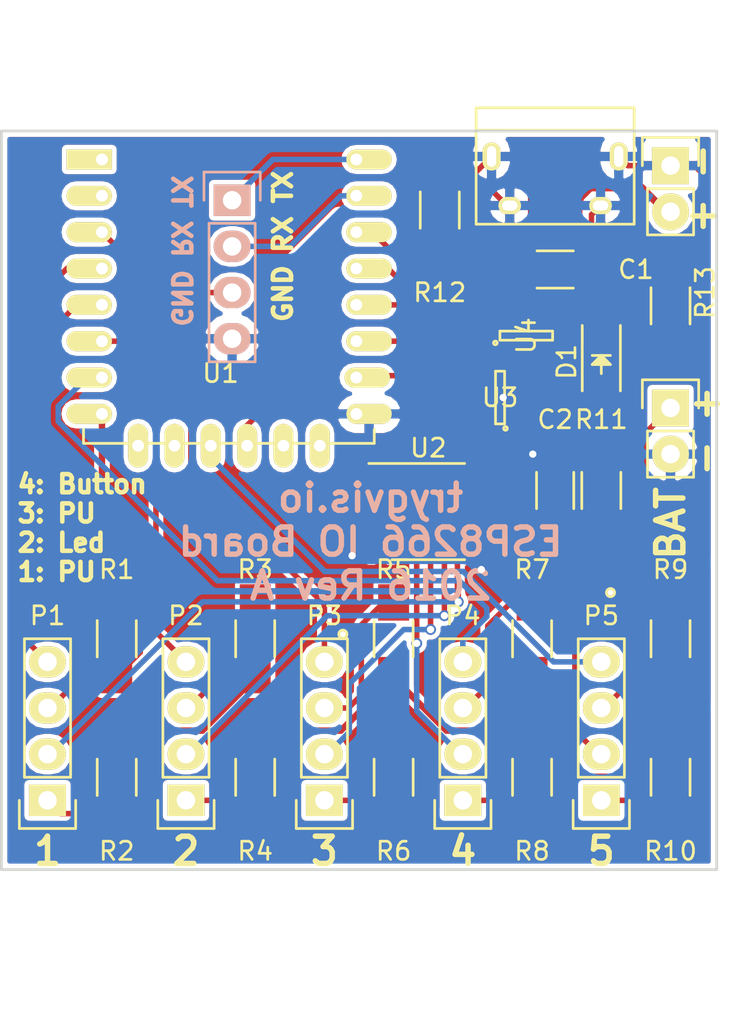
<source format=kicad_pcb>
(kicad_pcb (version 4) (host pcbnew 4.0.2+dfsg1-stable)

  (general
    (links 70)
    (no_connects 0)
    (area 126.924999 76.124999 166.445001 116.915001)
    (thickness 1.6)
    (drawings 16)
    (tracks 328)
    (zones 0)
    (modules 31)
    (nets 38)
  )

  (page A4)
  (layers
    (0 F.Cu signal)
    (31 B.Cu signal)
    (32 B.Adhes user)
    (33 F.Adhes user)
    (34 B.Paste user)
    (35 F.Paste user)
    (36 B.SilkS user)
    (37 F.SilkS user)
    (38 B.Mask user)
    (39 F.Mask user)
    (40 Dwgs.User user)
    (41 Cmts.User user)
    (42 Eco1.User user)
    (43 Eco2.User user)
    (44 Edge.Cuts user)
    (45 Margin user)
    (46 B.CrtYd user)
    (47 F.CrtYd user)
    (48 B.Fab user)
    (49 F.Fab user)
  )

  (setup
    (last_trace_width 0.3048)
    (trace_clearance 0.2032)
    (zone_clearance 0.254)
    (zone_45_only no)
    (trace_min 0.008)
    (segment_width 0.2)
    (edge_width 0.15)
    (via_size 0.6)
    (via_drill 0.4)
    (via_min_size 0.023622)
    (via_min_drill 0.3)
    (uvia_size 0.3)
    (uvia_drill 0.1)
    (uvias_allowed no)
    (uvia_min_size 0)
    (uvia_min_drill 0)
    (pcb_text_width 0.3)
    (pcb_text_size 1.5 1.5)
    (mod_edge_width 0.15)
    (mod_text_size 1 1)
    (mod_text_width 0.15)
    (pad_size 2.4 1.1)
    (pad_drill 0.65)
    (pad_to_mask_clearance 0.2)
    (aux_axis_origin 0 0)
    (visible_elements FFFFFF7F)
    (pcbplotparams
      (layerselection 0x010f0_80000001)
      (usegerberextensions true)
      (excludeedgelayer true)
      (linewidth 0.100000)
      (plotframeref false)
      (viasonmask false)
      (mode 1)
      (useauxorigin false)
      (hpglpennumber 1)
      (hpglpenspeed 20)
      (hpglpendiameter 15)
      (hpglpenoverlay 2)
      (psnegative false)
      (psa4output false)
      (plotreference true)
      (plotvalue true)
      (plotinvisibletext false)
      (padsonsilk false)
      (subtractmaskfromsilk false)
      (outputformat 1)
      (mirror false)
      (drillshape 0)
      (scaleselection 1)
      (outputdirectory gerber-x/))
  )

  (net 0 "")
  (net 1 /RX)
  (net 2 /TX)
  (net 3 GND)
  (net 4 /LED_5)
  (net 5 /LED_4)
  (net 6 /LED_3)
  (net 7 /LED_2)
  (net 8 /LED_1)
  (net 9 /BTN_1)
  (net 10 +3V3)
  (net 11 /LED_1_OUT)
  (net 12 "Net-(P1-Pad1)")
  (net 13 "Net-(P2-Pad1)")
  (net 14 /LED_2_OUT)
  (net 15 /BTN_2)
  (net 16 "Net-(P3-Pad1)")
  (net 17 /LED_3_OUT)
  (net 18 /BTN_3)
  (net 19 "Net-(P4-Pad1)")
  (net 20 /LED_4_OUT)
  (net 21 /BTN_4)
  (net 22 "Net-(P5-Pad1)")
  (net 23 /LED_5_OUT)
  (net 24 /BTN_5)
  (net 25 "Net-(C1-Pad1)")
  (net 26 "Net-(C2-Pad1)")
  (net 27 "Net-(D1-Pad2)")
  (net 28 /~CGH)
  (net 29 /TS)
  (net 30 "Net-(R13-Pad2)")
  (net 31 "Net-(P1-Pad3)")
  (net 32 "Net-(P2-Pad3)")
  (net 33 "Net-(P3-Pad3)")
  (net 34 "Net-(P4-Pad3)")
  (net 35 "Net-(P5-Pad3)")
  (net 36 /CH_PD)
  (net 37 +BATT)

  (net_class Default "This is the default net class."
    (clearance 0.2032)
    (trace_width 0.3048)
    (via_dia 0.6)
    (via_drill 0.4)
    (uvia_dia 0.3)
    (uvia_drill 0.1)
    (add_net +BATT)
    (add_net /BTN_1)
    (add_net /BTN_2)
    (add_net /BTN_3)
    (add_net /BTN_4)
    (add_net /BTN_5)
    (add_net /CH_PD)
    (add_net /LED_1)
    (add_net /LED_1_OUT)
    (add_net /LED_2)
    (add_net /LED_2_OUT)
    (add_net /LED_3)
    (add_net /LED_3_OUT)
    (add_net /LED_4)
    (add_net /LED_4_OUT)
    (add_net /LED_5)
    (add_net /LED_5_OUT)
    (add_net /RX)
    (add_net /TS)
    (add_net /TX)
    (add_net /~CGH)
    (add_net GND)
    (add_net "Net-(C2-Pad1)")
    (add_net "Net-(D1-Pad2)")
    (add_net "Net-(P1-Pad1)")
    (add_net "Net-(P1-Pad3)")
    (add_net "Net-(P2-Pad1)")
    (add_net "Net-(P2-Pad3)")
    (add_net "Net-(P3-Pad1)")
    (add_net "Net-(P3-Pad3)")
    (add_net "Net-(P4-Pad1)")
    (add_net "Net-(P4-Pad3)")
    (add_net "Net-(P5-Pad1)")
    (add_net "Net-(P5-Pad3)")
    (add_net "Net-(R13-Pad2)")
  )

  (net_class Power ""
    (clearance 0.2032)
    (trace_width 0.3556)
    (via_dia 0.6)
    (via_drill 0.4)
    (uvia_dia 0.3)
    (uvia_drill 0.1)
    (add_net +3V3)
    (add_net "Net-(C1-Pad1)")
  )

  (module trygvis-kicad-footprints:VIA-0.6mm (layer F.Cu) (tedit 57E242DB) (tstamp 57E55600)
    (at 145.796 103.886)
    (fp_text reference REF** (at 0 0) (layer F.SilkS) hide
      (effects (font (size 0.5 0.5) (thickness 0.125)))
    )
    (fp_text value VIA-0.6mm (at 0 0) (layer F.Fab) hide
      (effects (font (size 0.5 0.5) (thickness 0.125)))
    )
    (pad 1 thru_hole circle (at 0 0) (size 0.6 0.6) (drill 0.3) (layers *.Cu F.SilkS)
      (net 3 GND) (zone_connect 2))
  )

  (module Connect:USB_Micro-B (layer F.Cu) (tedit 57D93192) (tstamp 57D96E1A)
    (at 157.479 78.74 180)
    (descr "Micro USB Type B Receptacle")
    (tags "USB USB_B USB_micro USB_OTG")
    (path /57D92157)
    (attr smd)
    (fp_text reference P6 (at 5.08 1.27 270) (layer F.SilkS) hide
      (effects (font (size 1 1) (thickness 0.15)))
    )
    (fp_text value USB_OTG (at 0 4.8 180) (layer F.Fab)
      (effects (font (size 1 1) (thickness 0.15)))
    )
    (fp_line (start -4.6 -2.8) (end 4.6 -2.8) (layer F.CrtYd) (width 0.05))
    (fp_line (start 4.6 -2.8) (end 4.6 4.05) (layer F.CrtYd) (width 0.05))
    (fp_line (start 4.6 4.05) (end -4.6 4.05) (layer F.CrtYd) (width 0.05))
    (fp_line (start -4.6 4.05) (end -4.6 -2.8) (layer F.CrtYd) (width 0.05))
    (fp_line (start -4.3509 3.81746) (end 4.3491 3.81746) (layer F.SilkS) (width 0.15))
    (fp_line (start -4.3509 -2.58754) (end 4.3491 -2.58754) (layer F.SilkS) (width 0.15))
    (fp_line (start 4.3491 -2.58754) (end 4.3491 3.81746) (layer F.SilkS) (width 0.15))
    (fp_line (start 4.3491 2.58746) (end -4.3509 2.58746) (layer F.SilkS) (width 0.15))
    (fp_line (start -4.3509 3.81746) (end -4.3509 -2.58754) (layer F.SilkS) (width 0.15))
    (pad 1 smd rect (at -1.3009 -1.56254 270) (size 1.35 0.4) (layers F.Cu F.Paste F.Mask)
      (net 25 "Net-(C1-Pad1)"))
    (pad 2 smd rect (at -0.6509 -1.56254 270) (size 1.35 0.4) (layers F.Cu F.Paste F.Mask))
    (pad 3 smd rect (at -0.0009 -1.56254 270) (size 1.35 0.4) (layers F.Cu F.Paste F.Mask))
    (pad 4 smd rect (at 0.6491 -1.56254 270) (size 1.35 0.4) (layers F.Cu F.Paste F.Mask))
    (pad 5 smd rect (at 1.2991 -1.56254 270) (size 1.35 0.4) (layers F.Cu F.Paste F.Mask)
      (net 3 GND))
    (pad 6 thru_hole oval (at -2.5009 -1.56254 270) (size 0.95 1.25) (drill oval 0.55 0.85) (layers *.Cu *.Mask F.SilkS)
      (net 3 GND))
    (pad 6 thru_hole oval (at 2.4991 -1.56254 270) (size 0.95 1.25) (drill oval 0.55 0.85) (layers *.Cu *.Mask F.SilkS)
      (net 3 GND))
    (pad 6 thru_hole oval (at -3.5009 1.13746 270) (size 1.55 1) (drill oval 1.15 0.5) (layers *.Cu *.Mask F.SilkS)
      (net 3 GND))
    (pad 6 thru_hole oval (at 3.4991 1.13746 270) (size 1.55 1) (drill oval 1.15 0.5) (layers *.Cu *.Mask F.SilkS)
      (net 3 GND))
  )

  (module Housings_SSOP:SSOP-16_3.9x4.9mm_Pitch0.635mm (layer F.Cu) (tedit 54130A77) (tstamp 57D86B1E)
    (at 150.499 97.1418)
    (descr "SSOP16: plastic shrink small outline package; 16 leads; body width 3.9 mm; lead pitch 0.635; (see NXP SSOP-TSSOP-VSO-REFLOW.pdf and sot519-1_po.pdf)")
    (tags "SSOP 0.635")
    (path /57D865D5)
    (attr smd)
    (fp_text reference U2 (at 0 -3.5) (layer F.SilkS)
      (effects (font (size 1 1) (thickness 0.15)))
    )
    (fp_text value ULN2003 (at 0 3.5) (layer F.Fab)
      (effects (font (size 1 1) (thickness 0.15)))
    )
    (fp_line (start -3.45 -2.75) (end -3.45 2.75) (layer F.CrtYd) (width 0.05))
    (fp_line (start 3.45 -2.75) (end 3.45 2.75) (layer F.CrtYd) (width 0.05))
    (fp_line (start -3.45 -2.75) (end 3.45 -2.75) (layer F.CrtYd) (width 0.05))
    (fp_line (start -3.45 2.75) (end 3.45 2.75) (layer F.CrtYd) (width 0.05))
    (fp_line (start -2 2.6475) (end 2 2.6475) (layer F.SilkS) (width 0.15))
    (fp_line (start -3.275 -2.6475) (end 2 -2.6475) (layer F.SilkS) (width 0.15))
    (pad 1 smd rect (at -2.6 -2.2225) (size 1.2 0.4) (layers F.Cu F.Paste F.Mask)
      (net 4 /LED_5))
    (pad 2 smd rect (at -2.6 -1.5875) (size 1.2 0.4) (layers F.Cu F.Paste F.Mask)
      (net 5 /LED_4))
    (pad 3 smd rect (at -2.6 -0.9525) (size 1.2 0.4) (layers F.Cu F.Paste F.Mask)
      (net 6 /LED_3))
    (pad 4 smd rect (at -2.6 -0.3175) (size 1.2 0.4) (layers F.Cu F.Paste F.Mask)
      (net 7 /LED_2))
    (pad 5 smd rect (at -2.6 0.3175) (size 1.2 0.4) (layers F.Cu F.Paste F.Mask)
      (net 8 /LED_1))
    (pad 6 smd rect (at -2.6 0.9525) (size 1.2 0.4) (layers F.Cu F.Paste F.Mask))
    (pad 7 smd rect (at -2.6 1.5875) (size 1.2 0.4) (layers F.Cu F.Paste F.Mask))
    (pad 8 smd rect (at -2.6 2.2225) (size 1.2 0.4) (layers F.Cu F.Paste F.Mask)
      (net 3 GND))
    (pad 9 smd rect (at 2.6 2.2225) (size 1.2 0.4) (layers F.Cu F.Paste F.Mask)
      (net 3 GND))
    (pad 10 smd rect (at 2.6 1.5875) (size 1.2 0.4) (layers F.Cu F.Paste F.Mask))
    (pad 11 smd rect (at 2.6 0.9525) (size 1.2 0.4) (layers F.Cu F.Paste F.Mask))
    (pad 12 smd rect (at 2.6 0.3175) (size 1.2 0.4) (layers F.Cu F.Paste F.Mask)
      (net 11 /LED_1_OUT))
    (pad 13 smd rect (at 2.6 -0.3175) (size 1.2 0.4) (layers F.Cu F.Paste F.Mask)
      (net 14 /LED_2_OUT))
    (pad 14 smd rect (at 2.6 -0.9525) (size 1.2 0.4) (layers F.Cu F.Paste F.Mask)
      (net 17 /LED_3_OUT))
    (pad 15 smd rect (at 2.6 -1.5875) (size 1.2 0.4) (layers F.Cu F.Paste F.Mask)
      (net 20 /LED_4_OUT))
    (pad 16 smd rect (at 2.6 -2.2225) (size 1.2 0.4) (layers F.Cu F.Paste F.Mask)
      (net 23 /LED_5_OUT))
    (model Housings_SSOP.3dshapes/SSOP-16_3.9x4.9mm_Pitch0.635mm.wrl
      (at (xyz 0 0 0))
      (scale (xyz 1 1 1))
      (rotate (xyz 0 0 0))
    )
  )

  (module Pin_Headers:Pin_Header_Straight_1x04 (layer F.Cu) (tedit 57D8ED05) (tstamp 57D8EC89)
    (at 144.78 113.03 180)
    (descr "Through hole pin header")
    (tags "pin header")
    (path /57D8F8F6)
    (fp_text reference P3 (at 0 10.16 180) (layer F.SilkS)
      (effects (font (size 1 1) (thickness 0.15)))
    )
    (fp_text value "Button 3" (at 0 -8.89 270) (layer F.Fab)
      (effects (font (size 1 1) (thickness 0.15)))
    )
    (fp_line (start -1.75 -1.75) (end -1.75 9.4) (layer F.CrtYd) (width 0.05))
    (fp_line (start 1.75 -1.75) (end 1.75 9.4) (layer F.CrtYd) (width 0.05))
    (fp_line (start -1.75 -1.75) (end 1.75 -1.75) (layer F.CrtYd) (width 0.05))
    (fp_line (start -1.75 9.4) (end 1.75 9.4) (layer F.CrtYd) (width 0.05))
    (fp_line (start -1.27 1.27) (end -1.27 8.89) (layer F.SilkS) (width 0.15))
    (fp_line (start 1.27 1.27) (end 1.27 8.89) (layer F.SilkS) (width 0.15))
    (fp_line (start 1.55 -1.55) (end 1.55 0) (layer F.SilkS) (width 0.15))
    (fp_line (start -1.27 8.89) (end 1.27 8.89) (layer F.SilkS) (width 0.15))
    (fp_line (start 1.27 1.27) (end -1.27 1.27) (layer F.SilkS) (width 0.15))
    (fp_line (start -1.55 0) (end -1.55 -1.55) (layer F.SilkS) (width 0.15))
    (fp_line (start -1.55 -1.55) (end 1.55 -1.55) (layer F.SilkS) (width 0.15))
    (pad 1 thru_hole rect (at 0 0 180) (size 2.032 1.7272) (drill 1.016) (layers *.Cu *.Mask F.SilkS)
      (net 16 "Net-(P3-Pad1)"))
    (pad 2 thru_hole oval (at 0 2.54 180) (size 2.032 1.7272) (drill 1.016) (layers *.Cu *.Mask F.SilkS)
      (net 17 /LED_3_OUT))
    (pad 3 thru_hole oval (at 0 5.08 180) (size 2.032 1.7272) (drill 1.016) (layers *.Cu *.Mask F.SilkS)
      (net 33 "Net-(P3-Pad3)"))
    (pad 4 thru_hole oval (at 0 7.62 180) (size 2.032 1.7272) (drill 1.016) (layers *.Cu *.Mask F.SilkS)
      (net 18 /BTN_3))
    (model Pin_Headers.3dshapes/Pin_Header_Straight_1x04.wrl
      (at (xyz 0 -0.15 0))
      (scale (xyz 1 1 1))
      (rotate (xyz 0 0 90))
    )
  )

  (module Pin_Headers:Pin_Header_Straight_1x04 (layer F.Cu) (tedit 57D8ED0D) (tstamp 57D8EC81)
    (at 137.16 113.03 180)
    (descr "Through hole pin header")
    (tags "pin header")
    (path /57D8F552)
    (fp_text reference P2 (at 0 10.16 180) (layer F.SilkS)
      (effects (font (size 1 1) (thickness 0.15)))
    )
    (fp_text value "Button 2" (at 0 -8.89 270) (layer F.Fab)
      (effects (font (size 1 1) (thickness 0.15)))
    )
    (fp_line (start -1.75 -1.75) (end -1.75 9.4) (layer F.CrtYd) (width 0.05))
    (fp_line (start 1.75 -1.75) (end 1.75 9.4) (layer F.CrtYd) (width 0.05))
    (fp_line (start -1.75 -1.75) (end 1.75 -1.75) (layer F.CrtYd) (width 0.05))
    (fp_line (start -1.75 9.4) (end 1.75 9.4) (layer F.CrtYd) (width 0.05))
    (fp_line (start -1.27 1.27) (end -1.27 8.89) (layer F.SilkS) (width 0.15))
    (fp_line (start 1.27 1.27) (end 1.27 8.89) (layer F.SilkS) (width 0.15))
    (fp_line (start 1.55 -1.55) (end 1.55 0) (layer F.SilkS) (width 0.15))
    (fp_line (start -1.27 8.89) (end 1.27 8.89) (layer F.SilkS) (width 0.15))
    (fp_line (start 1.27 1.27) (end -1.27 1.27) (layer F.SilkS) (width 0.15))
    (fp_line (start -1.55 0) (end -1.55 -1.55) (layer F.SilkS) (width 0.15))
    (fp_line (start -1.55 -1.55) (end 1.55 -1.55) (layer F.SilkS) (width 0.15))
    (pad 1 thru_hole rect (at 0 0 180) (size 2.032 1.7272) (drill 1.016) (layers *.Cu *.Mask F.SilkS)
      (net 13 "Net-(P2-Pad1)"))
    (pad 2 thru_hole oval (at 0 2.54 180) (size 2.032 1.7272) (drill 1.016) (layers *.Cu *.Mask F.SilkS)
      (net 14 /LED_2_OUT))
    (pad 3 thru_hole oval (at 0 5.08 180) (size 2.032 1.7272) (drill 1.016) (layers *.Cu *.Mask F.SilkS)
      (net 32 "Net-(P2-Pad3)"))
    (pad 4 thru_hole oval (at 0 7.62 180) (size 2.032 1.7272) (drill 1.016) (layers *.Cu *.Mask F.SilkS)
      (net 15 /BTN_2))
    (model Pin_Headers.3dshapes/Pin_Header_Straight_1x04.wrl
      (at (xyz 0 -0.15 0))
      (scale (xyz 1 1 1))
      (rotate (xyz 0 0 90))
    )
  )

  (module Pin_Headers:Pin_Header_Straight_1x04 (layer F.Cu) (tedit 57D8ED0F) (tstamp 57D86DA0)
    (at 129.54 113.03 180)
    (descr "Through hole pin header")
    (tags "pin header")
    (path /57D87560)
    (fp_text reference P1 (at 0 10.16 180) (layer F.SilkS)
      (effects (font (size 1 1) (thickness 0.15)))
    )
    (fp_text value "Button 1" (at 0 -8.89 450) (layer F.Fab)
      (effects (font (size 1 1) (thickness 0.15)))
    )
    (fp_line (start -1.75 -1.75) (end -1.75 9.4) (layer F.CrtYd) (width 0.05))
    (fp_line (start 1.75 -1.75) (end 1.75 9.4) (layer F.CrtYd) (width 0.05))
    (fp_line (start -1.75 -1.75) (end 1.75 -1.75) (layer F.CrtYd) (width 0.05))
    (fp_line (start -1.75 9.4) (end 1.75 9.4) (layer F.CrtYd) (width 0.05))
    (fp_line (start -1.27 1.27) (end -1.27 8.89) (layer F.SilkS) (width 0.15))
    (fp_line (start 1.27 1.27) (end 1.27 8.89) (layer F.SilkS) (width 0.15))
    (fp_line (start 1.55 -1.55) (end 1.55 0) (layer F.SilkS) (width 0.15))
    (fp_line (start -1.27 8.89) (end 1.27 8.89) (layer F.SilkS) (width 0.15))
    (fp_line (start 1.27 1.27) (end -1.27 1.27) (layer F.SilkS) (width 0.15))
    (fp_line (start -1.55 0) (end -1.55 -1.55) (layer F.SilkS) (width 0.15))
    (fp_line (start -1.55 -1.55) (end 1.55 -1.55) (layer F.SilkS) (width 0.15))
    (pad 1 thru_hole rect (at 0 0 180) (size 2.032 1.7272) (drill 1.016) (layers *.Cu *.Mask F.SilkS)
      (net 12 "Net-(P1-Pad1)"))
    (pad 2 thru_hole oval (at 0 2.54 180) (size 2.032 1.7272) (drill 1.016) (layers *.Cu *.Mask F.SilkS)
      (net 11 /LED_1_OUT))
    (pad 3 thru_hole oval (at 0 5.08 180) (size 2.032 1.7272) (drill 1.016) (layers *.Cu *.Mask F.SilkS)
      (net 31 "Net-(P1-Pad3)"))
    (pad 4 thru_hole oval (at 0 7.62 180) (size 2.032 1.7272) (drill 1.016) (layers *.Cu *.Mask F.SilkS)
      (net 9 /BTN_1))
    (model Pin_Headers.3dshapes/Pin_Header_Straight_1x04.wrl
      (at (xyz 0 -0.15 0))
      (scale (xyz 1 1 1))
      (rotate (xyz 0 0 90))
    )
  )

  (module Resistors_SMD:R_1206_HandSoldering (layer F.Cu) (tedit 57D8EE8D) (tstamp 57D86DA6)
    (at 133.35 104.14 90)
    (descr "Resistor SMD 1206, hand soldering")
    (tags "resistor 1206")
    (path /57D87ECC)
    (attr smd)
    (fp_text reference R1 (at 3.81 0 180) (layer F.SilkS)
      (effects (font (size 1 1) (thickness 0.15)))
    )
    (fp_text value 100 (at 0 0 90) (layer F.Fab)
      (effects (font (size 1 1) (thickness 0.15)))
    )
    (fp_line (start -3.3 -1.2) (end 3.3 -1.2) (layer F.CrtYd) (width 0.05))
    (fp_line (start -3.3 1.2) (end 3.3 1.2) (layer F.CrtYd) (width 0.05))
    (fp_line (start -3.3 -1.2) (end -3.3 1.2) (layer F.CrtYd) (width 0.05))
    (fp_line (start 3.3 -1.2) (end 3.3 1.2) (layer F.CrtYd) (width 0.05))
    (fp_line (start 1 1.075) (end -1 1.075) (layer F.SilkS) (width 0.15))
    (fp_line (start -1 -1.075) (end 1 -1.075) (layer F.SilkS) (width 0.15))
    (pad 1 smd rect (at -2 0 90) (size 2 1.7) (layers F.Cu F.Paste F.Mask)
      (net 10 +3V3))
    (pad 2 smd rect (at 2 0 90) (size 2 1.7) (layers F.Cu F.Paste F.Mask)
      (net 31 "Net-(P1-Pad3)"))
    (model Resistors_SMD.3dshapes/R_1206_HandSoldering.wrl
      (at (xyz 0 0 0))
      (scale (xyz 1 1 1))
      (rotate (xyz 0 0 0))
    )
  )

  (module Resistors_SMD:R_1206_HandSoldering (layer F.Cu) (tedit 57D8EE84) (tstamp 57D86DAC)
    (at 133.35 111.76 270)
    (descr "Resistor SMD 1206, hand soldering")
    (tags "resistor 1206")
    (path /57D8789B)
    (attr smd)
    (fp_text reference R2 (at 4.064 0 360) (layer F.SilkS)
      (effects (font (size 1 1) (thickness 0.15)))
    )
    (fp_text value 100 (at 0 0 270) (layer F.Fab)
      (effects (font (size 1 1) (thickness 0.15)))
    )
    (fp_line (start -3.3 -1.2) (end 3.3 -1.2) (layer F.CrtYd) (width 0.05))
    (fp_line (start -3.3 1.2) (end 3.3 1.2) (layer F.CrtYd) (width 0.05))
    (fp_line (start -3.3 -1.2) (end -3.3 1.2) (layer F.CrtYd) (width 0.05))
    (fp_line (start 3.3 -1.2) (end 3.3 1.2) (layer F.CrtYd) (width 0.05))
    (fp_line (start 1 1.075) (end -1 1.075) (layer F.SilkS) (width 0.15))
    (fp_line (start -1 -1.075) (end 1 -1.075) (layer F.SilkS) (width 0.15))
    (pad 1 smd rect (at -2 0 270) (size 2 1.7) (layers F.Cu F.Paste F.Mask)
      (net 37 +BATT))
    (pad 2 smd rect (at 2 0 270) (size 2 1.7) (layers F.Cu F.Paste F.Mask)
      (net 12 "Net-(P1-Pad1)"))
    (model Resistors_SMD.3dshapes/R_1206_HandSoldering.wrl
      (at (xyz 0 0 0))
      (scale (xyz 1 1 1))
      (rotate (xyz 0 0 0))
    )
  )

  (module Pin_Headers:Pin_Header_Straight_1x04 (layer F.Cu) (tedit 57D8EE3D) (tstamp 57D8EC91)
    (at 152.4 113.03 180)
    (descr "Through hole pin header")
    (tags "pin header")
    (path /57D8F9C3)
    (fp_text reference P4 (at 0 10.16 180) (layer F.SilkS)
      (effects (font (size 1 1) (thickness 0.15)))
    )
    (fp_text value "Button 4" (at 0 -8.89 270) (layer F.Fab)
      (effects (font (size 1 1) (thickness 0.15)))
    )
    (fp_line (start -1.75 -1.75) (end -1.75 9.4) (layer F.CrtYd) (width 0.05))
    (fp_line (start 1.75 -1.75) (end 1.75 9.4) (layer F.CrtYd) (width 0.05))
    (fp_line (start -1.75 -1.75) (end 1.75 -1.75) (layer F.CrtYd) (width 0.05))
    (fp_line (start -1.75 9.4) (end 1.75 9.4) (layer F.CrtYd) (width 0.05))
    (fp_line (start -1.27 1.27) (end -1.27 8.89) (layer F.SilkS) (width 0.15))
    (fp_line (start 1.27 1.27) (end 1.27 8.89) (layer F.SilkS) (width 0.15))
    (fp_line (start 1.55 -1.55) (end 1.55 0) (layer F.SilkS) (width 0.15))
    (fp_line (start -1.27 8.89) (end 1.27 8.89) (layer F.SilkS) (width 0.15))
    (fp_line (start 1.27 1.27) (end -1.27 1.27) (layer F.SilkS) (width 0.15))
    (fp_line (start -1.55 0) (end -1.55 -1.55) (layer F.SilkS) (width 0.15))
    (fp_line (start -1.55 -1.55) (end 1.55 -1.55) (layer F.SilkS) (width 0.15))
    (pad 1 thru_hole rect (at 0 0 180) (size 2.032 1.7272) (drill 1.016) (layers *.Cu *.Mask F.SilkS)
      (net 19 "Net-(P4-Pad1)"))
    (pad 2 thru_hole oval (at 0 2.54 180) (size 2.032 1.7272) (drill 1.016) (layers *.Cu *.Mask F.SilkS)
      (net 20 /LED_4_OUT))
    (pad 3 thru_hole oval (at 0 5.08 180) (size 2.032 1.7272) (drill 1.016) (layers *.Cu *.Mask F.SilkS)
      (net 34 "Net-(P4-Pad3)"))
    (pad 4 thru_hole oval (at 0 7.62 180) (size 2.032 1.7272) (drill 1.016) (layers *.Cu *.Mask F.SilkS)
      (net 21 /BTN_4))
    (model Pin_Headers.3dshapes/Pin_Header_Straight_1x04.wrl
      (at (xyz 0 -0.15 0))
      (scale (xyz 1 1 1))
      (rotate (xyz 0 0 90))
    )
  )

  (module Pin_Headers:Pin_Header_Straight_1x04 (layer F.Cu) (tedit 57D8EE41) (tstamp 57D8EC99)
    (at 160.02 113.03 180)
    (descr "Through hole pin header")
    (tags "pin header")
    (path /57D8FE92)
    (fp_text reference P5 (at 0 10.16 180) (layer F.SilkS)
      (effects (font (size 1 1) (thickness 0.15)))
    )
    (fp_text value "Button 5" (at 0 -8.89 270) (layer F.Fab)
      (effects (font (size 1 1) (thickness 0.15)))
    )
    (fp_line (start -1.75 -1.75) (end -1.75 9.4) (layer F.CrtYd) (width 0.05))
    (fp_line (start 1.75 -1.75) (end 1.75 9.4) (layer F.CrtYd) (width 0.05))
    (fp_line (start -1.75 -1.75) (end 1.75 -1.75) (layer F.CrtYd) (width 0.05))
    (fp_line (start -1.75 9.4) (end 1.75 9.4) (layer F.CrtYd) (width 0.05))
    (fp_line (start -1.27 1.27) (end -1.27 8.89) (layer F.SilkS) (width 0.15))
    (fp_line (start 1.27 1.27) (end 1.27 8.89) (layer F.SilkS) (width 0.15))
    (fp_line (start 1.55 -1.55) (end 1.55 0) (layer F.SilkS) (width 0.15))
    (fp_line (start -1.27 8.89) (end 1.27 8.89) (layer F.SilkS) (width 0.15))
    (fp_line (start 1.27 1.27) (end -1.27 1.27) (layer F.SilkS) (width 0.15))
    (fp_line (start -1.55 0) (end -1.55 -1.55) (layer F.SilkS) (width 0.15))
    (fp_line (start -1.55 -1.55) (end 1.55 -1.55) (layer F.SilkS) (width 0.15))
    (pad 1 thru_hole rect (at 0 0 180) (size 2.032 1.7272) (drill 1.016) (layers *.Cu *.Mask F.SilkS)
      (net 22 "Net-(P5-Pad1)"))
    (pad 2 thru_hole oval (at 0 2.54 180) (size 2.032 1.7272) (drill 1.016) (layers *.Cu *.Mask F.SilkS)
      (net 23 /LED_5_OUT))
    (pad 3 thru_hole oval (at 0 5.08 180) (size 2.032 1.7272) (drill 1.016) (layers *.Cu *.Mask F.SilkS)
      (net 35 "Net-(P5-Pad3)"))
    (pad 4 thru_hole oval (at 0 7.62 180) (size 2.032 1.7272) (drill 1.016) (layers *.Cu *.Mask F.SilkS)
      (net 24 /BTN_5))
    (model Pin_Headers.3dshapes/Pin_Header_Straight_1x04.wrl
      (at (xyz 0 -0.15 0))
      (scale (xyz 1 1 1))
      (rotate (xyz 0 0 90))
    )
  )

  (module Resistors_SMD:R_1206_HandSoldering (layer F.Cu) (tedit 57D8EEB3) (tstamp 57D8EC9F)
    (at 140.97 104.14 90)
    (descr "Resistor SMD 1206, hand soldering")
    (tags "resistor 1206")
    (path /57D8F56B)
    (attr smd)
    (fp_text reference R3 (at 3.81 0 180) (layer F.SilkS)
      (effects (font (size 1 1) (thickness 0.15)))
    )
    (fp_text value 100 (at 0 0 90) (layer F.Fab)
      (effects (font (size 1 1) (thickness 0.15)))
    )
    (fp_line (start -3.3 -1.2) (end 3.3 -1.2) (layer F.CrtYd) (width 0.05))
    (fp_line (start -3.3 1.2) (end 3.3 1.2) (layer F.CrtYd) (width 0.05))
    (fp_line (start -3.3 -1.2) (end -3.3 1.2) (layer F.CrtYd) (width 0.05))
    (fp_line (start 3.3 -1.2) (end 3.3 1.2) (layer F.CrtYd) (width 0.05))
    (fp_line (start 1 1.075) (end -1 1.075) (layer F.SilkS) (width 0.15))
    (fp_line (start -1 -1.075) (end 1 -1.075) (layer F.SilkS) (width 0.15))
    (pad 1 smd rect (at -2 0 90) (size 2 1.7) (layers F.Cu F.Paste F.Mask)
      (net 10 +3V3))
    (pad 2 smd rect (at 2 0 90) (size 2 1.7) (layers F.Cu F.Paste F.Mask)
      (net 32 "Net-(P2-Pad3)"))
    (model Resistors_SMD.3dshapes/R_1206_HandSoldering.wrl
      (at (xyz 0 0 0))
      (scale (xyz 1 1 1))
      (rotate (xyz 0 0 0))
    )
  )

  (module Resistors_SMD:R_1206_HandSoldering (layer F.Cu) (tedit 57D8EEB2) (tstamp 57D8ECA5)
    (at 140.97 111.76 270)
    (descr "Resistor SMD 1206, hand soldering")
    (tags "resistor 1206")
    (path /57D8F55F)
    (attr smd)
    (fp_text reference R4 (at 4.064 0 360) (layer F.SilkS)
      (effects (font (size 1 1) (thickness 0.15)))
    )
    (fp_text value 100 (at 0 0 270) (layer F.Fab)
      (effects (font (size 1 1) (thickness 0.15)))
    )
    (fp_line (start -3.3 -1.2) (end 3.3 -1.2) (layer F.CrtYd) (width 0.05))
    (fp_line (start -3.3 1.2) (end 3.3 1.2) (layer F.CrtYd) (width 0.05))
    (fp_line (start -3.3 -1.2) (end -3.3 1.2) (layer F.CrtYd) (width 0.05))
    (fp_line (start 3.3 -1.2) (end 3.3 1.2) (layer F.CrtYd) (width 0.05))
    (fp_line (start 1 1.075) (end -1 1.075) (layer F.SilkS) (width 0.15))
    (fp_line (start -1 -1.075) (end 1 -1.075) (layer F.SilkS) (width 0.15))
    (pad 1 smd rect (at -2 0 270) (size 2 1.7) (layers F.Cu F.Paste F.Mask)
      (net 37 +BATT))
    (pad 2 smd rect (at 2 0 270) (size 2 1.7) (layers F.Cu F.Paste F.Mask)
      (net 13 "Net-(P2-Pad1)"))
    (model Resistors_SMD.3dshapes/R_1206_HandSoldering.wrl
      (at (xyz 0 0 0))
      (scale (xyz 1 1 1))
      (rotate (xyz 0 0 0))
    )
  )

  (module Resistors_SMD:R_1206_HandSoldering (layer F.Cu) (tedit 57D8EEB6) (tstamp 57D8ECAB)
    (at 148.59 104.14 90)
    (descr "Resistor SMD 1206, hand soldering")
    (tags "resistor 1206")
    (path /57D8F90F)
    (attr smd)
    (fp_text reference R5 (at 3.81 0 180) (layer F.SilkS)
      (effects (font (size 1 1) (thickness 0.15)))
    )
    (fp_text value 100 (at 0 0 90) (layer F.Fab)
      (effects (font (size 1 1) (thickness 0.15)))
    )
    (fp_line (start -3.3 -1.2) (end 3.3 -1.2) (layer F.CrtYd) (width 0.05))
    (fp_line (start -3.3 1.2) (end 3.3 1.2) (layer F.CrtYd) (width 0.05))
    (fp_line (start -3.3 -1.2) (end -3.3 1.2) (layer F.CrtYd) (width 0.05))
    (fp_line (start 3.3 -1.2) (end 3.3 1.2) (layer F.CrtYd) (width 0.05))
    (fp_line (start 1 1.075) (end -1 1.075) (layer F.SilkS) (width 0.15))
    (fp_line (start -1 -1.075) (end 1 -1.075) (layer F.SilkS) (width 0.15))
    (pad 1 smd rect (at -2 0 90) (size 2 1.7) (layers F.Cu F.Paste F.Mask)
      (net 10 +3V3))
    (pad 2 smd rect (at 2 0 90) (size 2 1.7) (layers F.Cu F.Paste F.Mask)
      (net 33 "Net-(P3-Pad3)"))
    (model Resistors_SMD.3dshapes/R_1206_HandSoldering.wrl
      (at (xyz 0 0 0))
      (scale (xyz 1 1 1))
      (rotate (xyz 0 0 0))
    )
  )

  (module Resistors_SMD:R_1206_HandSoldering (layer F.Cu) (tedit 57D8EEB8) (tstamp 57D8ECB1)
    (at 148.59 111.76 270)
    (descr "Resistor SMD 1206, hand soldering")
    (tags "resistor 1206")
    (path /57D8F903)
    (attr smd)
    (fp_text reference R6 (at 4.064 0 360) (layer F.SilkS)
      (effects (font (size 1 1) (thickness 0.15)))
    )
    (fp_text value 100 (at 0 0 270) (layer F.Fab)
      (effects (font (size 1 1) (thickness 0.15)))
    )
    (fp_line (start -3.3 -1.2) (end 3.3 -1.2) (layer F.CrtYd) (width 0.05))
    (fp_line (start -3.3 1.2) (end 3.3 1.2) (layer F.CrtYd) (width 0.05))
    (fp_line (start -3.3 -1.2) (end -3.3 1.2) (layer F.CrtYd) (width 0.05))
    (fp_line (start 3.3 -1.2) (end 3.3 1.2) (layer F.CrtYd) (width 0.05))
    (fp_line (start 1 1.075) (end -1 1.075) (layer F.SilkS) (width 0.15))
    (fp_line (start -1 -1.075) (end 1 -1.075) (layer F.SilkS) (width 0.15))
    (pad 1 smd rect (at -2 0 270) (size 2 1.7) (layers F.Cu F.Paste F.Mask)
      (net 37 +BATT))
    (pad 2 smd rect (at 2 0 270) (size 2 1.7) (layers F.Cu F.Paste F.Mask)
      (net 16 "Net-(P3-Pad1)"))
    (model Resistors_SMD.3dshapes/R_1206_HandSoldering.wrl
      (at (xyz 0 0 0))
      (scale (xyz 1 1 1))
      (rotate (xyz 0 0 0))
    )
  )

  (module Resistors_SMD:R_1206_HandSoldering (layer F.Cu) (tedit 57D8EEBB) (tstamp 57D8ECB7)
    (at 156.21 104.14 90)
    (descr "Resistor SMD 1206, hand soldering")
    (tags "resistor 1206")
    (path /57D8F9DC)
    (attr smd)
    (fp_text reference R7 (at 3.81 0 180) (layer F.SilkS)
      (effects (font (size 1 1) (thickness 0.15)))
    )
    (fp_text value 100 (at 0 0 90) (layer F.Fab)
      (effects (font (size 1 1) (thickness 0.15)))
    )
    (fp_line (start -3.3 -1.2) (end 3.3 -1.2) (layer F.CrtYd) (width 0.05))
    (fp_line (start -3.3 1.2) (end 3.3 1.2) (layer F.CrtYd) (width 0.05))
    (fp_line (start -3.3 -1.2) (end -3.3 1.2) (layer F.CrtYd) (width 0.05))
    (fp_line (start 3.3 -1.2) (end 3.3 1.2) (layer F.CrtYd) (width 0.05))
    (fp_line (start 1 1.075) (end -1 1.075) (layer F.SilkS) (width 0.15))
    (fp_line (start -1 -1.075) (end 1 -1.075) (layer F.SilkS) (width 0.15))
    (pad 1 smd rect (at -2 0 90) (size 2 1.7) (layers F.Cu F.Paste F.Mask)
      (net 10 +3V3))
    (pad 2 smd rect (at 2 0 90) (size 2 1.7) (layers F.Cu F.Paste F.Mask)
      (net 34 "Net-(P4-Pad3)"))
    (model Resistors_SMD.3dshapes/R_1206_HandSoldering.wrl
      (at (xyz 0 0 0))
      (scale (xyz 1 1 1))
      (rotate (xyz 0 0 0))
    )
  )

  (module Resistors_SMD:R_1206_HandSoldering (layer F.Cu) (tedit 57D8EEBA) (tstamp 57D8ECBD)
    (at 156.21 111.76 270)
    (descr "Resistor SMD 1206, hand soldering")
    (tags "resistor 1206")
    (path /57D8F9D0)
    (attr smd)
    (fp_text reference R8 (at 4.064 0 360) (layer F.SilkS)
      (effects (font (size 1 1) (thickness 0.15)))
    )
    (fp_text value 100 (at 0 0 270) (layer F.Fab)
      (effects (font (size 1 1) (thickness 0.15)))
    )
    (fp_line (start -3.3 -1.2) (end 3.3 -1.2) (layer F.CrtYd) (width 0.05))
    (fp_line (start -3.3 1.2) (end 3.3 1.2) (layer F.CrtYd) (width 0.05))
    (fp_line (start -3.3 -1.2) (end -3.3 1.2) (layer F.CrtYd) (width 0.05))
    (fp_line (start 3.3 -1.2) (end 3.3 1.2) (layer F.CrtYd) (width 0.05))
    (fp_line (start 1 1.075) (end -1 1.075) (layer F.SilkS) (width 0.15))
    (fp_line (start -1 -1.075) (end 1 -1.075) (layer F.SilkS) (width 0.15))
    (pad 1 smd rect (at -2 0 270) (size 2 1.7) (layers F.Cu F.Paste F.Mask)
      (net 37 +BATT))
    (pad 2 smd rect (at 2 0 270) (size 2 1.7) (layers F.Cu F.Paste F.Mask)
      (net 19 "Net-(P4-Pad1)"))
    (model Resistors_SMD.3dshapes/R_1206_HandSoldering.wrl
      (at (xyz 0 0 0))
      (scale (xyz 1 1 1))
      (rotate (xyz 0 0 0))
    )
  )

  (module Resistors_SMD:R_1206_HandSoldering (layer F.Cu) (tedit 57D8EFC4) (tstamp 57D8ECC3)
    (at 163.83 104.14 90)
    (descr "Resistor SMD 1206, hand soldering")
    (tags "resistor 1206")
    (path /57D8FEAB)
    (attr smd)
    (fp_text reference R9 (at 3.81 0 180) (layer F.SilkS)
      (effects (font (size 1 1) (thickness 0.15)))
    )
    (fp_text value 100 (at 0 0 90) (layer F.Fab)
      (effects (font (size 1 1) (thickness 0.15)))
    )
    (fp_line (start -3.3 -1.2) (end 3.3 -1.2) (layer F.CrtYd) (width 0.05))
    (fp_line (start -3.3 1.2) (end 3.3 1.2) (layer F.CrtYd) (width 0.05))
    (fp_line (start -3.3 -1.2) (end -3.3 1.2) (layer F.CrtYd) (width 0.05))
    (fp_line (start 3.3 -1.2) (end 3.3 1.2) (layer F.CrtYd) (width 0.05))
    (fp_line (start 1 1.075) (end -1 1.075) (layer F.SilkS) (width 0.15))
    (fp_line (start -1 -1.075) (end 1 -1.075) (layer F.SilkS) (width 0.15))
    (pad 1 smd rect (at -2 0 90) (size 2 1.7) (layers F.Cu F.Paste F.Mask)
      (net 10 +3V3))
    (pad 2 smd rect (at 2 0 90) (size 2 1.7) (layers F.Cu F.Paste F.Mask)
      (net 35 "Net-(P5-Pad3)"))
    (model Resistors_SMD.3dshapes/R_1206_HandSoldering.wrl
      (at (xyz 0 0 0))
      (scale (xyz 1 1 1))
      (rotate (xyz 0 0 0))
    )
  )

  (module Resistors_SMD:R_1206_HandSoldering (layer F.Cu) (tedit 57D8EEBF) (tstamp 57D8ECC9)
    (at 163.83 111.76 270)
    (descr "Resistor SMD 1206, hand soldering")
    (tags "resistor 1206")
    (path /57D8FE9F)
    (attr smd)
    (fp_text reference R10 (at 4.064 0 360) (layer F.SilkS)
      (effects (font (size 1 1) (thickness 0.15)))
    )
    (fp_text value 100 (at 0 0 270) (layer F.Fab)
      (effects (font (size 1 1) (thickness 0.15)))
    )
    (fp_line (start -3.3 -1.2) (end 3.3 -1.2) (layer F.CrtYd) (width 0.05))
    (fp_line (start -3.3 1.2) (end 3.3 1.2) (layer F.CrtYd) (width 0.05))
    (fp_line (start -3.3 -1.2) (end -3.3 1.2) (layer F.CrtYd) (width 0.05))
    (fp_line (start 3.3 -1.2) (end 3.3 1.2) (layer F.CrtYd) (width 0.05))
    (fp_line (start 1 1.075) (end -1 1.075) (layer F.SilkS) (width 0.15))
    (fp_line (start -1 -1.075) (end 1 -1.075) (layer F.SilkS) (width 0.15))
    (pad 1 smd rect (at -2 0 270) (size 2 1.7) (layers F.Cu F.Paste F.Mask)
      (net 37 +BATT))
    (pad 2 smd rect (at 2 0 270) (size 2 1.7) (layers F.Cu F.Paste F.Mask)
      (net 22 "Net-(P5-Pad1)"))
    (model Resistors_SMD.3dshapes/R_1206_HandSoldering.wrl
      (at (xyz 0 0 0))
      (scale (xyz 1 1 1))
      (rotate (xyz 0 0 0))
    )
  )

  (module Capacitors_SMD:C_1206_HandSoldering (layer F.Cu) (tedit 541A9C03) (tstamp 57D96E0D)
    (at 157.48 83.82)
    (descr "Capacitor SMD 1206, hand soldering")
    (tags "capacitor 1206")
    (path /57D944B9)
    (attr smd)
    (fp_text reference C1 (at 4.445 0 180) (layer F.SilkS)
      (effects (font (size 1 1) (thickness 0.15)))
    )
    (fp_text value 100uF (at 0 2.3) (layer F.Fab)
      (effects (font (size 1 1) (thickness 0.15)))
    )
    (fp_line (start -3.3 -1.15) (end 3.3 -1.15) (layer F.CrtYd) (width 0.05))
    (fp_line (start -3.3 1.15) (end 3.3 1.15) (layer F.CrtYd) (width 0.05))
    (fp_line (start -3.3 -1.15) (end -3.3 1.15) (layer F.CrtYd) (width 0.05))
    (fp_line (start 3.3 -1.15) (end 3.3 1.15) (layer F.CrtYd) (width 0.05))
    (fp_line (start 1 -1.025) (end -1 -1.025) (layer F.SilkS) (width 0.15))
    (fp_line (start -1 1.025) (end 1 1.025) (layer F.SilkS) (width 0.15))
    (pad 1 smd rect (at -2 0) (size 2 1.6) (layers F.Cu F.Paste F.Mask)
      (net 25 "Net-(C1-Pad1)"))
    (pad 2 smd rect (at 2 0) (size 2 1.6) (layers F.Cu F.Paste F.Mask)
      (net 3 GND))
    (model Capacitors_SMD.3dshapes/C_1206_HandSoldering.wrl
      (at (xyz 0 0 0))
      (scale (xyz 1 1 1))
      (rotate (xyz 0 0 0))
    )
  )

  (module TO_SOT_Packages_SMD:SOT-23-5 (layer F.Cu) (tedit 55360473) (tstamp 57D96E2C)
    (at 154.448 90.8667 180)
    (descr "5-pin SOT23 package")
    (tags SOT-23-5)
    (path /57D91F8B)
    (attr smd)
    (fp_text reference U3 (at 0 0 180) (layer F.SilkS)
      (effects (font (size 1 1) (thickness 0.15)))
    )
    (fp_text value REG101-3.3 (at -0.05 2.35 180) (layer F.Fab)
      (effects (font (size 1 1) (thickness 0.15)))
    )
    (fp_line (start -1.8 -1.6) (end 1.8 -1.6) (layer F.CrtYd) (width 0.05))
    (fp_line (start 1.8 -1.6) (end 1.8 1.6) (layer F.CrtYd) (width 0.05))
    (fp_line (start 1.8 1.6) (end -1.8 1.6) (layer F.CrtYd) (width 0.05))
    (fp_line (start -1.8 1.6) (end -1.8 -1.6) (layer F.CrtYd) (width 0.05))
    (fp_circle (center -0.3 -1.7) (end -0.2 -1.7) (layer F.SilkS) (width 0.15))
    (fp_line (start 0.25 -1.45) (end -0.25 -1.45) (layer F.SilkS) (width 0.15))
    (fp_line (start 0.25 1.45) (end 0.25 -1.45) (layer F.SilkS) (width 0.15))
    (fp_line (start -0.25 1.45) (end 0.25 1.45) (layer F.SilkS) (width 0.15))
    (fp_line (start -0.25 -1.45) (end -0.25 1.45) (layer F.SilkS) (width 0.15))
    (pad 1 smd rect (at -1.1 -0.95 180) (size 1.06 0.65) (layers F.Cu F.Paste F.Mask)
      (net 37 +BATT))
    (pad 2 smd rect (at -1.1 0 180) (size 1.06 0.65) (layers F.Cu F.Paste F.Mask)
      (net 3 GND))
    (pad 3 smd rect (at -1.1 0.95 180) (size 1.06 0.65) (layers F.Cu F.Paste F.Mask)
      (net 37 +BATT))
    (pad 4 smd rect (at 1.1 0.95 180) (size 1.06 0.65) (layers F.Cu F.Paste F.Mask)
      (net 26 "Net-(C2-Pad1)"))
    (pad 5 smd rect (at 1.1 -0.95 180) (size 1.06 0.65) (layers F.Cu F.Paste F.Mask)
      (net 10 +3V3))
    (model TO_SOT_Packages_SMD.3dshapes/SOT-23-5.wrl
      (at (xyz 0 0 0))
      (scale (xyz 1 1 1))
      (rotate (xyz 0 0 0))
    )
  )

  (module Pin_Headers:Pin_Header_Straight_1x02 (layer F.Cu) (tedit 57D9318E) (tstamp 57D995EB)
    (at 163.83 78.105)
    (descr "Through hole pin header")
    (tags "pin header")
    (path /57D93A05)
    (fp_text reference P7 (at 0 -5.1) (layer F.SilkS) hide
      (effects (font (size 1 1) (thickness 0.15)))
    )
    (fp_text value "External power" (at 3.81 -0.635 270) (layer F.Fab)
      (effects (font (size 1 1) (thickness 0.15)))
    )
    (fp_line (start 1.27 1.27) (end 1.27 3.81) (layer F.SilkS) (width 0.15))
    (fp_line (start 1.55 -1.55) (end 1.55 0) (layer F.SilkS) (width 0.15))
    (fp_line (start -1.75 -1.75) (end -1.75 4.3) (layer F.CrtYd) (width 0.05))
    (fp_line (start 1.75 -1.75) (end 1.75 4.3) (layer F.CrtYd) (width 0.05))
    (fp_line (start -1.75 -1.75) (end 1.75 -1.75) (layer F.CrtYd) (width 0.05))
    (fp_line (start -1.75 4.3) (end 1.75 4.3) (layer F.CrtYd) (width 0.05))
    (fp_line (start 1.27 1.27) (end -1.27 1.27) (layer F.SilkS) (width 0.15))
    (fp_line (start -1.55 0) (end -1.55 -1.55) (layer F.SilkS) (width 0.15))
    (fp_line (start -1.55 -1.55) (end 1.55 -1.55) (layer F.SilkS) (width 0.15))
    (fp_line (start -1.27 1.27) (end -1.27 3.81) (layer F.SilkS) (width 0.15))
    (fp_line (start -1.27 3.81) (end 1.27 3.81) (layer F.SilkS) (width 0.15))
    (pad 1 thru_hole rect (at 0 0) (size 2.032 2.032) (drill 1.016) (layers *.Cu *.Mask F.SilkS)
      (net 3 GND))
    (pad 2 thru_hole oval (at 0 2.54) (size 2.032 2.032) (drill 1.016) (layers *.Cu *.Mask F.SilkS)
      (net 25 "Net-(C1-Pad1)"))
    (model Pin_Headers.3dshapes/Pin_Header_Straight_1x02.wrl
      (at (xyz 0 -0.05 0))
      (scale (xyz 1 1 1))
      (rotate (xyz 0 0 90))
    )
  )

  (module Capacitors_SMD:C_1206_HandSoldering (layer F.Cu) (tedit 541A9C03) (tstamp 57D9C427)
    (at 157.48 95.98 90)
    (descr "Capacitor SMD 1206, hand soldering")
    (tags "capacitor 1206")
    (path /57D92EED)
    (attr smd)
    (fp_text reference C2 (at 3.905 0 180) (layer F.SilkS)
      (effects (font (size 1 1) (thickness 0.15)))
    )
    (fp_text value 10nF (at 0 2.3 90) (layer F.Fab)
      (effects (font (size 1 1) (thickness 0.15)))
    )
    (fp_line (start -3.3 -1.15) (end 3.3 -1.15) (layer F.CrtYd) (width 0.05))
    (fp_line (start -3.3 1.15) (end 3.3 1.15) (layer F.CrtYd) (width 0.05))
    (fp_line (start -3.3 -1.15) (end -3.3 1.15) (layer F.CrtYd) (width 0.05))
    (fp_line (start 3.3 -1.15) (end 3.3 1.15) (layer F.CrtYd) (width 0.05))
    (fp_line (start 1 -1.025) (end -1 -1.025) (layer F.SilkS) (width 0.15))
    (fp_line (start -1 1.025) (end 1 1.025) (layer F.SilkS) (width 0.15))
    (pad 1 smd rect (at -2 0 90) (size 2 1.6) (layers F.Cu F.Paste F.Mask)
      (net 26 "Net-(C2-Pad1)"))
    (pad 2 smd rect (at 2 0 90) (size 2 1.6) (layers F.Cu F.Paste F.Mask)
      (net 3 GND))
    (model Capacitors_SMD.3dshapes/C_1206_HandSoldering.wrl
      (at (xyz 0 0 0))
      (scale (xyz 1 1 1))
      (rotate (xyz 0 0 0))
    )
  )

  (module LEDs:LED_1206 (layer F.Cu) (tedit 55BDE2E8) (tstamp 57D9C42D)
    (at 160.02 89.0499 270)
    (descr "LED 1206 smd package")
    (tags "LED1206 SMD")
    (path /57D94ECD)
    (attr smd)
    (fp_text reference D1 (at -0.1499 1.905 270) (layer F.SilkS)
      (effects (font (size 1 1) (thickness 0.15)))
    )
    (fp_text value LED (at 0 2 270) (layer F.Fab)
      (effects (font (size 1 1) (thickness 0.15)))
    )
    (fp_line (start -2.15 1.05) (end 1.45 1.05) (layer F.SilkS) (width 0.15))
    (fp_line (start -2.15 -1.05) (end 1.45 -1.05) (layer F.SilkS) (width 0.15))
    (fp_line (start -0.1 -0.3) (end -0.1 0.3) (layer F.SilkS) (width 0.15))
    (fp_line (start -0.1 0.3) (end -0.4 0) (layer F.SilkS) (width 0.15))
    (fp_line (start -0.4 0) (end -0.2 -0.2) (layer F.SilkS) (width 0.15))
    (fp_line (start -0.2 -0.2) (end -0.2 0.05) (layer F.SilkS) (width 0.15))
    (fp_line (start -0.2 0.05) (end -0.25 0) (layer F.SilkS) (width 0.15))
    (fp_line (start -0.5 -0.5) (end -0.5 0.5) (layer F.SilkS) (width 0.15))
    (fp_line (start 0 0) (end 0.5 0) (layer F.SilkS) (width 0.15))
    (fp_line (start -0.5 0) (end 0 -0.5) (layer F.SilkS) (width 0.15))
    (fp_line (start 0 -0.5) (end 0 0.5) (layer F.SilkS) (width 0.15))
    (fp_line (start 0 0.5) (end -0.5 0) (layer F.SilkS) (width 0.15))
    (fp_line (start 2.5 -1.25) (end -2.5 -1.25) (layer F.CrtYd) (width 0.05))
    (fp_line (start -2.5 -1.25) (end -2.5 1.25) (layer F.CrtYd) (width 0.05))
    (fp_line (start -2.5 1.25) (end 2.5 1.25) (layer F.CrtYd) (width 0.05))
    (fp_line (start 2.5 1.25) (end 2.5 -1.25) (layer F.CrtYd) (width 0.05))
    (pad 2 smd rect (at 1.41986 0 90) (size 1.59766 1.80086) (layers F.Cu F.Paste F.Mask)
      (net 27 "Net-(D1-Pad2)"))
    (pad 1 smd rect (at -1.41986 0 90) (size 1.59766 1.80086) (layers F.Cu F.Paste F.Mask)
      (net 28 /~CGH))
    (model LEDs.3dshapes/LED_1206.wrl
      (at (xyz 0 0 0))
      (scale (xyz 1 1 1))
      (rotate (xyz 0 0 180))
    )
  )

  (module Resistors_SMD:R_1206_HandSoldering (layer F.Cu) (tedit 5418A20D) (tstamp 57D9C43A)
    (at 160.02 95.98 90)
    (descr "Resistor SMD 1206, hand soldering")
    (tags "resistor 1206")
    (path /57D94E7C)
    (attr smd)
    (fp_text reference R11 (at 3.905 0 180) (layer F.SilkS)
      (effects (font (size 1 1) (thickness 0.15)))
    )
    (fp_text value 860 (at 0 2.3 90) (layer F.Fab)
      (effects (font (size 1 1) (thickness 0.15)))
    )
    (fp_line (start -3.3 -1.2) (end 3.3 -1.2) (layer F.CrtYd) (width 0.05))
    (fp_line (start -3.3 1.2) (end 3.3 1.2) (layer F.CrtYd) (width 0.05))
    (fp_line (start -3.3 -1.2) (end -3.3 1.2) (layer F.CrtYd) (width 0.05))
    (fp_line (start 3.3 -1.2) (end 3.3 1.2) (layer F.CrtYd) (width 0.05))
    (fp_line (start 1 1.075) (end -1 1.075) (layer F.SilkS) (width 0.15))
    (fp_line (start -1 -1.075) (end 1 -1.075) (layer F.SilkS) (width 0.15))
    (pad 1 smd rect (at -2 0 90) (size 2 1.7) (layers F.Cu F.Paste F.Mask)
      (net 37 +BATT))
    (pad 2 smd rect (at 2 0 90) (size 2 1.7) (layers F.Cu F.Paste F.Mask)
      (net 27 "Net-(D1-Pad2)"))
    (model Resistors_SMD.3dshapes/R_1206_HandSoldering.wrl
      (at (xyz 0 0 0))
      (scale (xyz 1 1 1))
      (rotate (xyz 0 0 0))
    )
  )

  (module TO_SOT_Packages_SMD:SOT-23-6 (layer F.Cu) (tedit 53DE8DE3) (tstamp 57D9C449)
    (at 155.89 87.46 90)
    (descr "6-pin SOT-23 package")
    (tags SOT-23-6)
    (path /57D943EB)
    (attr smd)
    (fp_text reference U4 (at 0 0 90) (layer F.SilkS)
      (effects (font (size 1 1) (thickness 0.15)))
    )
    (fp_text value BQ21040 (at 0 2.9 90) (layer F.Fab)
      (effects (font (size 1 1) (thickness 0.15)))
    )
    (fp_circle (center -0.4 -1.7) (end -0.3 -1.7) (layer F.SilkS) (width 0.15))
    (fp_line (start 0.25 -1.45) (end -0.25 -1.45) (layer F.SilkS) (width 0.15))
    (fp_line (start 0.25 1.45) (end 0.25 -1.45) (layer F.SilkS) (width 0.15))
    (fp_line (start -0.25 1.45) (end 0.25 1.45) (layer F.SilkS) (width 0.15))
    (fp_line (start -0.25 -1.45) (end -0.25 1.45) (layer F.SilkS) (width 0.15))
    (pad 1 smd rect (at -1.1 -0.95 90) (size 1.06 0.65) (layers F.Cu F.Paste F.Mask)
      (net 29 /TS))
    (pad 2 smd rect (at -1.1 0 90) (size 1.06 0.65) (layers F.Cu F.Paste F.Mask)
      (net 37 +BATT))
    (pad 3 smd rect (at -1.1 0.95 90) (size 1.06 0.65) (layers F.Cu F.Paste F.Mask)
      (net 28 /~CGH))
    (pad 4 smd rect (at 1.1 0.95 90) (size 1.06 0.65) (layers F.Cu F.Paste F.Mask)
      (net 30 "Net-(R13-Pad2)"))
    (pad 6 smd rect (at 1.1 -0.95 90) (size 1.06 0.65) (layers F.Cu F.Paste F.Mask)
      (net 25 "Net-(C1-Pad1)"))
    (pad 5 smd rect (at 1.1 0 90) (size 1.06 0.65) (layers F.Cu F.Paste F.Mask)
      (net 3 GND))
    (model TO_SOT_Packages_SMD.3dshapes/SOT-23-6.wrl
      (at (xyz 0 0 0))
      (scale (xyz 1 1 1))
      (rotate (xyz 0 0 0))
    )
  )

  (module Resistors_SMD:R_1206_HandSoldering (layer F.Cu) (tedit 5418A20D) (tstamp 57D9EF1C)
    (at 151.13 80.55 270)
    (descr "Resistor SMD 1206, hand soldering")
    (tags "resistor 1206")
    (path /57D97C24)
    (attr smd)
    (fp_text reference R12 (at 4.54 0 540) (layer F.SilkS)
      (effects (font (size 1 1) (thickness 0.15)))
    )
    (fp_text value 10k (at 0 2.3 270) (layer F.Fab)
      (effects (font (size 1 1) (thickness 0.15)))
    )
    (fp_line (start -3.3 -1.2) (end 3.3 -1.2) (layer F.CrtYd) (width 0.05))
    (fp_line (start -3.3 1.2) (end 3.3 1.2) (layer F.CrtYd) (width 0.05))
    (fp_line (start -3.3 -1.2) (end -3.3 1.2) (layer F.CrtYd) (width 0.05))
    (fp_line (start 3.3 -1.2) (end 3.3 1.2) (layer F.CrtYd) (width 0.05))
    (fp_line (start 1 1.075) (end -1 1.075) (layer F.SilkS) (width 0.15))
    (fp_line (start -1 -1.075) (end 1 -1.075) (layer F.SilkS) (width 0.15))
    (pad 1 smd rect (at -2 0 270) (size 2 1.7) (layers F.Cu F.Paste F.Mask)
      (net 3 GND))
    (pad 2 smd rect (at 2 0 270) (size 2 1.7) (layers F.Cu F.Paste F.Mask)
      (net 29 /TS))
    (model Resistors_SMD.3dshapes/R_1206_HandSoldering.wrl
      (at (xyz 0 0 0))
      (scale (xyz 1 1 1))
      (rotate (xyz 0 0 0))
    )
  )

  (module Resistors_SMD:R_1206_HandSoldering (layer F.Cu) (tedit 5418A20D) (tstamp 57DA16EC)
    (at 163.83 85.82 270)
    (descr "Resistor SMD 1206, hand soldering")
    (tags "resistor 1206")
    (path /57D9899A)
    (attr smd)
    (fp_text reference R13 (at -0.73 -1.905 270) (layer F.SilkS)
      (effects (font (size 1 1) (thickness 0.15)))
    )
    (fp_text value ?? (at 0 2.3 270) (layer F.Fab)
      (effects (font (size 1 1) (thickness 0.15)))
    )
    (fp_line (start -3.3 -1.2) (end 3.3 -1.2) (layer F.CrtYd) (width 0.05))
    (fp_line (start -3.3 1.2) (end 3.3 1.2) (layer F.CrtYd) (width 0.05))
    (fp_line (start -3.3 -1.2) (end -3.3 1.2) (layer F.CrtYd) (width 0.05))
    (fp_line (start 3.3 -1.2) (end 3.3 1.2) (layer F.CrtYd) (width 0.05))
    (fp_line (start 1 1.075) (end -1 1.075) (layer F.SilkS) (width 0.15))
    (fp_line (start -1 -1.075) (end 1 -1.075) (layer F.SilkS) (width 0.15))
    (pad 1 smd rect (at -2 0 270) (size 2 1.7) (layers F.Cu F.Paste F.Mask)
      (net 3 GND))
    (pad 2 smd rect (at 2 0 270) (size 2 1.7) (layers F.Cu F.Paste F.Mask)
      (net 30 "Net-(R13-Pad2)"))
    (model Resistors_SMD.3dshapes/R_1206_HandSoldering.wrl
      (at (xyz 0 0 0))
      (scale (xyz 1 1 1))
      (rotate (xyz 0 0 0))
    )
  )

  (module ESP8266:ESP-12E (layer F.Cu) (tedit 57D94662) (tstamp 57D86B0A)
    (at 132.537 77.7663)
    (descr "Module, ESP-8266, ESP-12, 16 pad, SMD")
    (tags "Module ESP-8266 ESP8266")
    (path /57D85F22)
    (fp_text reference U1 (at 6.528 11.7687) (layer F.SilkS)
      (effects (font (size 1 1) (thickness 0.15)))
    )
    (fp_text value ESP-12E (at 8 1) (layer F.Fab)
      (effects (font (size 1 1) (thickness 0.15)))
    )
    (fp_line (start -2.25 -0.5) (end -2.25 -8.75) (layer F.CrtYd) (width 0.05))
    (fp_line (start -2.25 -8.75) (end 15.25 -8.75) (layer F.CrtYd) (width 0.05))
    (fp_line (start 15.25 -8.75) (end 16.25 -8.75) (layer F.CrtYd) (width 0.05))
    (fp_line (start 16.25 -8.75) (end 16.25 16) (layer F.CrtYd) (width 0.05))
    (fp_line (start 16.25 16) (end -2.25 16) (layer F.CrtYd) (width 0.05))
    (fp_line (start -2.25 16) (end -2.25 -0.5) (layer F.CrtYd) (width 0.05))
    (fp_line (start -1.016 -8.382) (end 14.986 -8.382) (layer F.CrtYd) (width 0.1524))
    (fp_line (start 14.986 -8.382) (end 14.986 -0.889) (layer F.CrtYd) (width 0.1524))
    (fp_line (start -1.016 -8.382) (end -1.016 -1.016) (layer F.CrtYd) (width 0.1524))
    (fp_line (start -1.016 14.859) (end -1.016 15.621) (layer F.SilkS) (width 0.1524))
    (fp_line (start -1.016 15.621) (end 14.986 15.621) (layer F.SilkS) (width 0.1524))
    (fp_line (start 14.986 15.621) (end 14.986 14.859) (layer F.SilkS) (width 0.1524))
    (fp_line (start 14.992 -8.4) (end -1.008 -2.6) (layer F.CrtYd) (width 0.1524))
    (fp_line (start -1.008 -8.4) (end 14.992 -2.6) (layer F.CrtYd) (width 0.1524))
    (fp_text user "No Copper" (at 6.892 -5.4) (layer F.CrtYd)
      (effects (font (size 1 1) (thickness 0.15)))
    )
    (fp_line (start -1.008 -2.6) (end 14.992 -2.6) (layer F.CrtYd) (width 0.1524))
    (fp_line (start 15 -8.4) (end 15 15.6) (layer F.Fab) (width 0.05))
    (fp_line (start 14.992 15.6) (end -1.008 15.6) (layer F.Fab) (width 0.05))
    (fp_line (start -1.008 15.6) (end -1.008 -8.4) (layer F.Fab) (width 0.05))
    (fp_line (start -1.008 -8.4) (end 14.992 -8.4) (layer F.Fab) (width 0.05))
    (pad 1 thru_hole rect (at 0 0) (size 2.5 1.1) (drill 0.65 (offset -0.7 0)) (layers *.Cu *.Mask F.SilkS))
    (pad 2 thru_hole oval (at 0 2) (size 2.5 1.1) (drill 0.65 (offset -0.7 0)) (layers *.Cu *.Mask F.SilkS))
    (pad 3 thru_hole oval (at 0 4) (size 2.5 1.1) (drill 0.65 (offset -0.7 0)) (layers *.Cu *.Mask F.SilkS)
      (net 36 /CH_PD))
    (pad 4 thru_hole oval (at 0 6) (size 2.5 1.1) (drill 0.65 (offset -0.7 0)) (layers *.Cu *.Mask F.SilkS)
      (net 9 /BTN_1))
    (pad 5 thru_hole oval (at 0 8) (size 2.5 1.1) (drill 0.65 (offset -0.7 0)) (layers *.Cu *.Mask F.SilkS)
      (net 15 /BTN_2))
    (pad 6 thru_hole oval (at 0 10) (size 2.5 1.1) (drill 0.65 (offset -0.7 0)) (layers *.Cu *.Mask F.SilkS)
      (net 18 /BTN_3))
    (pad 7 thru_hole oval (at 0 12) (size 2.5 1.1) (drill 0.65 (offset -0.7 0)) (layers *.Cu *.Mask F.SilkS)
      (net 21 /BTN_4))
    (pad 8 thru_hole oval (at 0 14) (size 2.5 1.1) (drill 0.65 (offset -0.7 0)) (layers *.Cu *.Mask F.SilkS)
      (net 10 +3V3))
    (pad 9 thru_hole oval (at 1.99 15.75 90) (size 2.4 1.1) (drill 0.65) (layers *.Cu *.Mask F.SilkS))
    (pad 10 thru_hole oval (at 3.99 15.75 90) (size 2.4 1.1) (drill 0.65) (layers *.Cu *.Mask F.SilkS))
    (pad 11 thru_hole oval (at 5.99 15.75 90) (size 2.4 1.1) (drill 0.65) (layers *.Cu *.Mask F.SilkS)
      (net 24 /BTN_5))
    (pad 12 thru_hole oval (at 7.99 15.75 90) (size 2.4 1.1) (drill 0.65) (layers *.Cu *.Mask F.SilkS)
      (net 28 /~CGH))
    (pad 13 thru_hole oval (at 9.99 15.75 90) (size 2.4 1.1) (drill 0.65) (layers *.Cu *.Mask F.SilkS))
    (pad 14 thru_hole oval (at 11.99 15.75 90) (size 2.4 1.1) (drill 0.65) (layers *.Cu *.Mask F.SilkS))
    (pad 15 thru_hole oval (at 14 14) (size 2.5 1.1) (drill 0.65 (offset 0.7 0)) (layers *.Cu *.Mask F.SilkS)
      (net 3 GND))
    (pad 16 thru_hole oval (at 14 12) (size 2.5 1.1) (drill 0.65 (offset 0.6 0)) (layers *.Cu *.Mask F.SilkS)
      (net 4 /LED_5))
    (pad 17 thru_hole oval (at 14 10) (size 2.5 1.1) (drill 0.65 (offset 0.7 0)) (layers *.Cu *.Mask F.SilkS)
      (net 5 /LED_4))
    (pad 18 thru_hole oval (at 14 8) (size 2.5 1.1) (drill 0.65 (offset 0.7 0)) (layers *.Cu *.Mask F.SilkS)
      (net 6 /LED_3))
    (pad 19 thru_hole oval (at 14 6) (size 2.5 1.1) (drill 0.65 (offset 0.7 0)) (layers *.Cu *.Mask F.SilkS)
      (net 7 /LED_2))
    (pad 20 thru_hole oval (at 14 4) (size 2.5 1.1) (drill 0.65 (offset 0.7 0)) (layers *.Cu *.Mask F.SilkS)
      (net 8 /LED_1))
    (pad 21 thru_hole oval (at 14 2) (size 2.5 1.1) (drill 0.65 (offset 0.7 0)) (layers *.Cu *.Mask F.SilkS)
      (net 1 /RX))
    (pad 22 thru_hole oval (at 14 0) (size 2.5 1.1) (drill 0.65 (offset 0.7 0)) (layers *.Cu *.Mask F.SilkS)
      (net 2 /TX))
    (model ${ESPLIB}/ESP8266.3dshapes/ESP-12.wrl
      (at (xyz 0.04 0 0))
      (scale (xyz 0.3937 0.3937 0.3937))
      (rotate (xyz 0 0 0))
    )
  )

  (module Pin_Headers:Pin_Header_Straight_1x02 (layer F.Cu) (tedit 57D96F47) (tstamp 57D95E6B)
    (at 163.83 91.44)
    (descr "Through hole pin header")
    (tags "pin header")
    (path /57D9536B)
    (fp_text reference P8 (at 4.445 -1.905) (layer F.SilkS) hide
      (effects (font (size 1 1) (thickness 0.15)))
    )
    (fp_text value BATTERY (at 3.556 1.524 90) (layer F.Fab)
      (effects (font (size 1 1) (thickness 0.15)))
    )
    (fp_line (start 1.27 1.27) (end 1.27 3.81) (layer F.SilkS) (width 0.15))
    (fp_line (start 1.55 -1.55) (end 1.55 0) (layer F.SilkS) (width 0.15))
    (fp_line (start -1.75 -1.75) (end -1.75 4.3) (layer F.CrtYd) (width 0.05))
    (fp_line (start 1.75 -1.75) (end 1.75 4.3) (layer F.CrtYd) (width 0.05))
    (fp_line (start -1.75 -1.75) (end 1.75 -1.75) (layer F.CrtYd) (width 0.05))
    (fp_line (start -1.75 4.3) (end 1.75 4.3) (layer F.CrtYd) (width 0.05))
    (fp_line (start 1.27 1.27) (end -1.27 1.27) (layer F.SilkS) (width 0.15))
    (fp_line (start -1.55 0) (end -1.55 -1.55) (layer F.SilkS) (width 0.15))
    (fp_line (start -1.55 -1.55) (end 1.55 -1.55) (layer F.SilkS) (width 0.15))
    (fp_line (start -1.27 1.27) (end -1.27 3.81) (layer F.SilkS) (width 0.15))
    (fp_line (start -1.27 3.81) (end 1.27 3.81) (layer F.SilkS) (width 0.15))
    (pad 1 thru_hole rect (at 0 0) (size 2.032 2.032) (drill 1.016) (layers *.Cu *.Mask F.SilkS)
      (net 37 +BATT))
    (pad 2 thru_hole oval (at 0 2.54) (size 2.032 2.032) (drill 1.016) (layers *.Cu *.Mask F.SilkS)
      (net 3 GND))
    (model Pin_Headers.3dshapes/Pin_Header_Straight_1x02.wrl
      (at (xyz 0 -0.05 0))
      (scale (xyz 1 1 1))
      (rotate (xyz 0 0 90))
    )
  )

  (module Pin_Headers:Pin_Header_Straight_1x04 (layer B.Cu) (tedit 57DA3D27) (tstamp 57DA3D64)
    (at 139.7 80.01 180)
    (descr "Through hole pin header")
    (tags "pin header")
    (path /57D866E9)
    (fp_text reference P10 (at 0 5.1 180) (layer B.SilkS) hide
      (effects (font (size 1 1) (thickness 0.15)) (justify mirror))
    )
    (fp_text value Serial (at 0 3.1 180) (layer B.Fab)
      (effects (font (size 1 1) (thickness 0.15)) (justify mirror))
    )
    (fp_line (start -1.75 1.75) (end -1.75 -9.4) (layer B.CrtYd) (width 0.05))
    (fp_line (start 1.75 1.75) (end 1.75 -9.4) (layer B.CrtYd) (width 0.05))
    (fp_line (start -1.75 1.75) (end 1.75 1.75) (layer B.CrtYd) (width 0.05))
    (fp_line (start -1.75 -9.4) (end 1.75 -9.4) (layer B.CrtYd) (width 0.05))
    (fp_line (start -1.27 -1.27) (end -1.27 -8.89) (layer B.SilkS) (width 0.15))
    (fp_line (start 1.27 -1.27) (end 1.27 -8.89) (layer B.SilkS) (width 0.15))
    (fp_line (start 1.55 1.55) (end 1.55 0) (layer B.SilkS) (width 0.15))
    (fp_line (start -1.27 -8.89) (end 1.27 -8.89) (layer B.SilkS) (width 0.15))
    (fp_line (start 1.27 -1.27) (end -1.27 -1.27) (layer B.SilkS) (width 0.15))
    (fp_line (start -1.55 0) (end -1.55 1.55) (layer B.SilkS) (width 0.15))
    (fp_line (start -1.55 1.55) (end 1.55 1.55) (layer B.SilkS) (width 0.15))
    (pad 1 thru_hole rect (at 0 0 180) (size 2.032 1.7272) (drill 1.016) (layers *.Cu *.Mask B.SilkS)
      (net 2 /TX))
    (pad 2 thru_hole oval (at 0 -2.54 180) (size 2.032 1.7272) (drill 1.016) (layers *.Cu *.Mask B.SilkS)
      (net 1 /RX))
    (pad 3 thru_hole oval (at 0 -5.08 180) (size 2.032 1.7272) (drill 1.016) (layers *.Cu *.Mask B.SilkS)
      (net 36 /CH_PD))
    (pad 4 thru_hole oval (at 0 -7.62 180) (size 2.032 1.7272) (drill 1.016) (layers *.Cu *.Mask B.SilkS)
      (net 3 GND))
  )

  (module trygvis-kicad-footprints:VIA-0.6mm (layer F.Cu) (tedit 57E242DB) (tstamp 57E555E1)
    (at 160.528 101.6)
    (fp_text reference REF** (at 0 0) (layer F.SilkS) hide
      (effects (font (size 0.5 0.5) (thickness 0.125)))
    )
    (fp_text value VIA-0.6mm (at 0 0) (layer F.Fab) hide
      (effects (font (size 0.5 0.5) (thickness 0.125)))
    )
    (pad 1 thru_hole circle (at 0 0) (size 0.6 0.6) (drill 0.3) (layers *.Cu F.SilkS)
      (net 3 GND) (zone_connect 2))
  )

  (gr_text "GND RX TX" (at 136.906 82.804 270) (layer B.SilkS) (tstamp 57DA39A0)
    (effects (font (size 1 1) (thickness 0.25)) (justify mirror))
  )
  (gr_text "4: Button\n3: PU\n2: Led\n1: PU" (at 127.762 98.044) (layer F.SilkS)
    (effects (font (size 1 1) (thickness 0.25)) (justify left))
  )
  (gr_text "GND RX TX" (at 142.494 82.55 90) (layer F.SilkS) (tstamp 57D95F27)
    (effects (font (size 1 1) (thickness 0.25)))
  )
  (gr_text "- +" (at 165.735 79.375 270) (layer F.SilkS) (tstamp 57D95EAF)
    (effects (font (size 1.5 1.5) (thickness 0.3)))
  )
  (gr_text BAT (at 163.83 97.79 90) (layer F.SilkS)
    (effects (font (size 1.5 1.5) (thickness 0.3)))
  )
  (gr_text "- +" (at 165.735 92.71 90) (layer F.SilkS)
    (effects (font (size 1.5 1.5) (thickness 0.3)))
  )
  (gr_text "trygvis.io\nESP8266 IO Board\n2016 Rev A" (at 147.32 98.806) (layer B.SilkS)
    (effects (font (size 1.5 1.5) (thickness 0.3)) (justify mirror))
  )
  (gr_text 5 (at 160.02 115.824) (layer F.SilkS)
    (effects (font (size 1.5 1.5) (thickness 0.3)))
  )
  (gr_text 4 (at 152.4 115.824) (layer F.SilkS)
    (effects (font (size 1.5 1.5) (thickness 0.3)))
  )
  (gr_text 3 (at 144.78 115.824) (layer F.SilkS)
    (effects (font (size 1.5 1.5) (thickness 0.3)))
  )
  (gr_text 2 (at 137.16 115.824) (layer F.SilkS)
    (effects (font (size 1.5 1.5) (thickness 0.3)))
  )
  (gr_text 1 (at 129.54 115.824) (layer F.SilkS)
    (effects (font (size 1.5 1.5) (thickness 0.3)))
  )
  (gr_line (start 166.37 116.84) (end 166.37 76.2) (layer Edge.Cuts) (width 0.15))
  (gr_line (start 127 116.84) (end 166.37 116.84) (layer Edge.Cuts) (width 0.15))
  (gr_line (start 127 116.84) (end 127 76.2) (layer Edge.Cuts) (width 0.15))
  (gr_line (start 127 76.2) (end 166.37 76.2) (layer Edge.Cuts) (width 0.15))

  (segment (start 142.898 82.55) (end 139.7 82.55) (width 0.3048) (layer B.Cu) (net 1))
  (segment (start 145.682 79.7663) (end 142.898 82.55) (width 0.3048) (layer B.Cu) (net 1))
  (segment (start 146.537 79.7663) (end 145.682 79.7663) (width 0.3048) (layer B.Cu) (net 1))
  (segment (start 141.944 77.7663) (end 139.7 80.01) (width 0.3048) (layer B.Cu) (net 2))
  (segment (start 146.537 77.7663) (end 141.944 77.7663) (width 0.3048) (layer B.Cu) (net 2))
  (segment (start 153.099 100.012994) (end 153.116001 100.029995) (width 0.3048) (layer F.Cu) (net 3))
  (segment (start 153.099 99.3643) (end 153.099 100.012994) (width 0.3048) (layer F.Cu) (net 3))
  (via (at 153.416 100.329994) (size 0.6) (drill 0.4) (layers F.Cu B.Cu) (net 3))
  (segment (start 153.116001 100.029995) (end 153.416 100.329994) (width 0.3048) (layer F.Cu) (net 3))
  (segment (start 146.507694 99.3643) (end 146.303994 99.568) (width 0.3048) (layer F.Cu) (net 3))
  (segment (start 147.899 99.3643) (end 146.507694 99.3643) (width 0.3048) (layer F.Cu) (net 3))
  (via (at 146.303994 99.568) (size 0.6) (drill 0.4) (layers F.Cu B.Cu) (net 3))
  (segment (start 159.28 83.82) (end 159.004 83.82) (width 0.3048) (layer F.Cu) (net 3))
  (segment (start 159.004 83.82) (end 157.48 85.344) (width 0.3048) (layer F.Cu) (net 3))
  (segment (start 157.48 85.344) (end 155.956 85.344) (width 0.3048) (layer F.Cu) (net 3))
  (segment (start 155.956 85.344) (end 155.89 85.41) (width 0.3048) (layer F.Cu) (net 3))
  (segment (start 155.89 85.41) (end 155.89 86.36) (width 0.3048) (layer F.Cu) (net 3))
  (segment (start 165.862 78.8162) (end 165.862 81.638) (width 0.3048) (layer F.Cu) (net 3))
  (segment (start 165.862 81.638) (end 163.83 83.67) (width 0.3048) (layer F.Cu) (net 3))
  (segment (start 163.83 83.67) (end 163.83 83.82) (width 0.3048) (layer F.Cu) (net 3))
  (segment (start 163.83 78.105) (end 165.1508 78.105) (width 0.3048) (layer F.Cu) (net 3))
  (segment (start 165.1508 78.105) (end 165.862 78.8162) (width 0.3048) (layer F.Cu) (net 3))
  (segment (start 153.9799 77.60254) (end 160.9799 77.60254) (width 0.3048) (layer F.Cu) (net 3))
  (segment (start 153.9799 77.60254) (end 153.9799 79.45254) (width 0.3048) (layer F.Cu) (net 3))
  (segment (start 153.9799 79.45254) (end 154.8299 80.30254) (width 0.3048) (layer F.Cu) (net 3))
  (segment (start 154.8299 80.30254) (end 154.9799 80.30254) (width 0.3048) (layer F.Cu) (net 3))
  (segment (start 163.83 78.105) (end 161.48236 78.105) (width 0.3048) (layer F.Cu) (net 3))
  (segment (start 161.48236 78.105) (end 160.9799 77.60254) (width 0.3048) (layer F.Cu) (net 3))
  (via (at 156.248 93.98) (size 0.6) (layers F.Cu B.Cu) (net 3))
  (via (at 154.616 90.8667) (size 0.6) (layers F.Cu B.Cu) (net 3))
  (segment (start 159.28 83.82) (end 159.48 83.82) (width 0.4064) (layer F.Cu) (net 3))
  (segment (start 159.48 83.82) (end 163.83 83.82) (width 0.3048) (layer F.Cu) (net 3))
  (segment (start 159.48 80.8024) (end 159.98 80.3025) (width 0.3048) (layer F.Cu) (net 3))
  (segment (start 159.48 83.82) (end 159.48 80.8024) (width 0.3048) (layer F.Cu) (net 3))
  (segment (start 153.032 78.55) (end 151.13 78.55) (width 0.3048) (layer F.Cu) (net 3))
  (segment (start 153.98 77.6025) (end 153.032 78.55) (width 0.3048) (layer F.Cu) (net 3))
  (segment (start 156.248 93.98) (end 157.48 93.98) (width 0.3048) (layer F.Cu) (net 3))
  (segment (start 155.548 90.8667) (end 154.616 90.8667) (width 0.3048) (layer F.Cu) (net 3))
  (segment (start 154.98 80.3025) (end 156.1799 80.3025) (width 0.3048) (layer F.Cu) (net 3))
  (segment (start 156.1799 80.3025) (end 156.18 80.3025) (width 0.3048) (layer F.Cu) (net 3))
  (segment (start 147.899 94.9193) (end 148.5397 94.9193) (width 0.3048) (layer F.Cu) (net 4))
  (segment (start 148.5397 94.9193) (end 149.479 93.98) (width 0.3048) (layer F.Cu) (net 4))
  (segment (start 149.479 93.98) (end 149.479 90.17) (width 0.3048) (layer F.Cu) (net 4))
  (segment (start 149.479 90.17) (end 148.971 89.662) (width 0.3048) (layer F.Cu) (net 4))
  (segment (start 148.971 89.662) (end 146.6413 89.662) (width 0.3048) (layer F.Cu) (net 4))
  (segment (start 146.6413 89.662) (end 146.537 89.7663) (width 0.3048) (layer F.Cu) (net 4))
  (segment (start 146.537 87.7663) (end 149.1073 87.7663) (width 0.3048) (layer F.Cu) (net 5))
  (segment (start 149.987011 88.646011) (end 149.987011 94.190425) (width 0.3048) (layer F.Cu) (net 5))
  (segment (start 148.623136 95.5543) (end 147.899 95.5543) (width 0.3048) (layer F.Cu) (net 5))
  (segment (start 149.1073 87.7663) (end 149.987011 88.646011) (width 0.3048) (layer F.Cu) (net 5))
  (segment (start 149.987011 94.190425) (end 148.623136 95.5543) (width 0.3048) (layer F.Cu) (net 5))
  (segment (start 146.537 85.7663) (end 149.1393 85.7663) (width 0.3048) (layer F.Cu) (net 6))
  (segment (start 149.1393 85.7663) (end 150.495021 87.122021) (width 0.3048) (layer F.Cu) (net 6))
  (segment (start 150.495021 87.122021) (end 150.495021 94.400851) (width 0.3048) (layer F.Cu) (net 6))
  (segment (start 150.495021 94.400851) (end 148.706572 96.1893) (width 0.3048) (layer F.Cu) (net 6))
  (segment (start 148.706572 96.1893) (end 147.899 96.1893) (width 0.3048) (layer F.Cu) (net 6))
  (segment (start 146.537 83.7663) (end 148.2823 83.7663) (width 0.3048) (layer F.Cu) (net 7))
  (segment (start 148.2823 83.7663) (end 151.003032 86.487032) (width 0.3048) (layer F.Cu) (net 7))
  (segment (start 151.003032 86.487032) (end 151.003032 94.625068) (width 0.3048) (layer F.Cu) (net 7))
  (segment (start 151.003032 94.625068) (end 148.8038 96.8243) (width 0.3048) (layer F.Cu) (net 7))
  (segment (start 148.8038 96.8243) (end 147.899 96.8243) (width 0.3048) (layer F.Cu) (net 7))
  (segment (start 146.537 81.7663) (end 147.427866 81.7663) (width 0.3048) (layer F.Cu) (net 8))
  (segment (start 148.8038 97.4593) (end 147.899 97.4593) (width 0.3048) (layer F.Cu) (net 8))
  (segment (start 147.427866 81.7663) (end 151.511042 85.849476) (width 0.3048) (layer F.Cu) (net 8))
  (segment (start 151.511042 85.849476) (end 151.511042 94.835492) (width 0.3048) (layer F.Cu) (net 8))
  (segment (start 151.511042 94.835492) (end 148.887234 97.4593) (width 0.3048) (layer F.Cu) (net 8))
  (segment (start 148.887234 97.4593) (end 148.8038 97.4593) (width 0.3048) (layer F.Cu) (net 8))
  (segment (start 132.537 83.7663) (end 130.6097 83.7663) (width 0.3048) (layer F.Cu) (net 9))
  (segment (start 130.6097 83.7663) (end 128.524 85.852) (width 0.3048) (layer F.Cu) (net 9))
  (segment (start 128.524 85.852) (end 128.524 104.394) (width 0.3048) (layer F.Cu) (net 9))
  (segment (start 128.524 104.394) (end 129.54 105.41) (width 0.3048) (layer F.Cu) (net 9))
  (segment (start 163.83 106.14) (end 165.0864 106.14) (width 0.3556) (layer F.Cu) (net 10))
  (segment (start 165.0864 106.14) (end 165.354 105.8724) (width 0.3556) (layer F.Cu) (net 10))
  (segment (start 165.354 105.8724) (end 165.354 100.584) (width 0.3556) (layer F.Cu) (net 10))
  (segment (start 165.354 100.584) (end 164.719 99.949) (width 0.3556) (layer F.Cu) (net 10))
  (segment (start 164.719 99.949) (end 159.131 99.949) (width 0.3556) (layer F.Cu) (net 10))
  (segment (start 159.131 99.949) (end 158.725 99.543) (width 0.3556) (layer F.Cu) (net 10))
  (segment (start 158.725 99.543) (end 158.725 96.510598) (width 0.3556) (layer F.Cu) (net 10))
  (segment (start 158.725 96.510598) (end 158.352914 96.138512) (width 0.3556) (layer F.Cu) (net 10))
  (segment (start 158.352914 96.138512) (end 156.938412 96.138512) (width 0.3556) (layer F.Cu) (net 10))
  (segment (start 156.938412 96.138512) (end 153.348 92.5481) (width 0.3556) (layer F.Cu) (net 10))
  (segment (start 153.348 92.5481) (end 153.348 91.8167) (width 0.3556) (layer F.Cu) (net 10))
  (segment (start 148.59 106.14) (end 148.59 106.29) (width 0.3556) (layer F.Cu) (net 10))
  (segment (start 148.59 106.29) (end 151.49461 109.19461) (width 0.3556) (layer F.Cu) (net 10))
  (segment (start 151.49461 109.19461) (end 153.30539 109.19461) (width 0.3556) (layer F.Cu) (net 10))
  (segment (start 153.30539 109.19461) (end 156.21 106.29) (width 0.3556) (layer F.Cu) (net 10))
  (segment (start 156.21 106.29) (end 156.21 106.14) (width 0.3556) (layer F.Cu) (net 10))
  (segment (start 140.97 106.14) (end 140.97 106.29) (width 0.3556) (layer F.Cu) (net 10))
  (segment (start 143.87461 109.19461) (end 145.68539 109.19461) (width 0.3556) (layer F.Cu) (net 10))
  (segment (start 140.97 106.29) (end 143.87461 109.19461) (width 0.3556) (layer F.Cu) (net 10))
  (segment (start 145.68539 109.19461) (end 148.59 106.29) (width 0.3556) (layer F.Cu) (net 10))
  (segment (start 133.35 106.14) (end 133.35 106.29) (width 0.3556) (layer F.Cu) (net 10))
  (segment (start 133.35 106.29) (end 136.25461 109.19461) (width 0.3556) (layer F.Cu) (net 10))
  (segment (start 136.25461 109.19461) (end 138.06539 109.19461) (width 0.3556) (layer F.Cu) (net 10))
  (segment (start 138.06539 109.19461) (end 140.97 106.29) (width 0.3556) (layer F.Cu) (net 10))
  (segment (start 163.83 106.14) (end 163.83 106.29) (width 0.3556) (layer F.Cu) (net 10))
  (segment (start 162.052 110.998) (end 161.31539 111.73461) (width 0.3556) (layer F.Cu) (net 10))
  (segment (start 163.83 106.29) (end 162.052 108.068) (width 0.3556) (layer F.Cu) (net 10))
  (segment (start 162.052 108.068) (end 162.052 110.998) (width 0.3556) (layer F.Cu) (net 10))
  (segment (start 161.31539 111.73461) (end 158.97861 111.73461) (width 0.3556) (layer F.Cu) (net 10))
  (segment (start 158.97861 111.73461) (end 157.988 110.744) (width 0.3556) (layer F.Cu) (net 10))
  (segment (start 157.988 110.744) (end 157.988 106.68) (width 0.3556) (layer F.Cu) (net 10))
  (segment (start 157.988 106.68) (end 157.448 106.14) (width 0.3556) (layer F.Cu) (net 10))
  (segment (start 157.448 106.14) (end 156.21 106.14) (width 0.3556) (layer F.Cu) (net 10))
  (segment (start 134.617 104.873) (end 133.35 106.14) (width 0.3556) (layer F.Cu) (net 10))
  (segment (start 134.617 99.7102) (end 134.617 104.873) (width 0.3556) (layer F.Cu) (net 10))
  (segment (start 132.537 97.6299) (end 134.617 99.7102) (width 0.3556) (layer F.Cu) (net 10))
  (segment (start 132.537 91.7663) (end 132.537 97.6299) (width 0.3556) (layer F.Cu) (net 10))
  (segment (start 152.146 101.683736) (end 152.146 102.108) (width 0.3048) (layer F.Cu) (net 11))
  (segment (start 152.100001 101.637737) (end 152.146 101.683736) (width 0.3048) (layer F.Cu) (net 11))
  (segment (start 152.100001 97.653217) (end 152.100001 101.637737) (width 0.3048) (layer F.Cu) (net 11))
  (segment (start 152.293918 97.4593) (end 152.100001 97.653217) (width 0.3048) (layer F.Cu) (net 11))
  (segment (start 153.099 97.4593) (end 152.293918 97.4593) (width 0.3048) (layer F.Cu) (net 11))
  (segment (start 129.6924 110.49) (end 138.0744 102.108) (width 0.3048) (layer B.Cu) (net 11))
  (segment (start 129.54 110.49) (end 129.6924 110.49) (width 0.3048) (layer B.Cu) (net 11))
  (segment (start 138.0744 102.108) (end 152.146 102.108) (width 0.3048) (layer B.Cu) (net 11))
  (via (at 152.146 102.108) (size 0.6) (drill 0.4) (layers F.Cu B.Cu) (net 11))
  (segment (start 130.27 113.76) (end 129.54 113.03) (width 0.3048) (layer F.Cu) (net 12))
  (segment (start 133.35 113.76) (end 130.27 113.76) (width 0.3048) (layer F.Cu) (net 12))
  (segment (start 140.24 113.03) (end 140.97 113.76) (width 0.3048) (layer F.Cu) (net 13))
  (segment (start 137.16 113.03) (end 140.24 113.03) (width 0.3048) (layer F.Cu) (net 13))
  (segment (start 151.384 102.445736) (end 151.384 102.87) (width 0.3048) (layer F.Cu) (net 14))
  (segment (start 151.384 97.650782) (end 151.384 102.445736) (width 0.3048) (layer F.Cu) (net 14))
  (segment (start 152.210482 96.8243) (end 151.384 97.650782) (width 0.3048) (layer F.Cu) (net 14))
  (segment (start 137.16 110.49) (end 137.3124 110.49) (width 0.3048) (layer B.Cu) (net 14))
  (segment (start 153.099 96.8243) (end 152.210482 96.8243) (width 0.3048) (layer F.Cu) (net 14))
  (segment (start 144.9324 102.87) (end 151.384 102.87) (width 0.3048) (layer B.Cu) (net 14))
  (segment (start 137.3124 110.49) (end 144.9324 102.87) (width 0.3048) (layer B.Cu) (net 14))
  (via (at 151.384 102.87) (size 0.6) (drill 0.4) (layers F.Cu B.Cu) (net 14))
  (segment (start 137.16 105.41) (end 135.509 103.759) (width 0.3048) (layer F.Cu) (net 15))
  (segment (start 129.794 87.122) (end 131.1497 85.7663) (width 0.3048) (layer F.Cu) (net 15))
  (segment (start 135.509 103.759) (end 135.509 90.424) (width 0.3048) (layer F.Cu) (net 15))
  (segment (start 135.509 90.424) (end 133.858 88.773) (width 0.3048) (layer F.Cu) (net 15))
  (segment (start 129.794 88.138) (end 129.794 87.122) (width 0.3048) (layer F.Cu) (net 15))
  (segment (start 133.858 88.773) (end 130.429 88.773) (width 0.3048) (layer F.Cu) (net 15))
  (segment (start 130.429 88.773) (end 129.794 88.138) (width 0.3048) (layer F.Cu) (net 15))
  (segment (start 131.1497 85.7663) (end 132.537 85.7663) (width 0.3048) (layer F.Cu) (net 15))
  (segment (start 147.86 113.03) (end 148.59 113.76) (width 0.3048) (layer F.Cu) (net 16))
  (segment (start 144.78 113.03) (end 147.86 113.03) (width 0.3048) (layer F.Cu) (net 16))
  (segment (start 150.622 97.694348) (end 150.622 103.207736) (width 0.3048) (layer F.Cu) (net 17))
  (segment (start 150.622 103.207736) (end 150.622 103.632) (width 0.3048) (layer F.Cu) (net 17))
  (segment (start 152.127048 96.1893) (end 150.622 97.694348) (width 0.3048) (layer F.Cu) (net 17))
  (segment (start 153.099 96.1893) (end 152.127048 96.1893) (width 0.3048) (layer F.Cu) (net 17))
  (segment (start 150.197736 103.632) (end 150.622 103.632) (width 0.3048) (layer B.Cu) (net 17))
  (segment (start 146.15161 109.27079) (end 146.15161 106.6241) (width 0.3048) (layer B.Cu) (net 17))
  (segment (start 144.78 110.49) (end 144.9324 110.49) (width 0.3048) (layer B.Cu) (net 17))
  (segment (start 144.9324 110.49) (end 146.15161 109.27079) (width 0.3048) (layer B.Cu) (net 17))
  (segment (start 146.15161 106.6241) (end 149.14371 103.632) (width 0.3048) (layer B.Cu) (net 17))
  (segment (start 149.14371 103.632) (end 150.197736 103.632) (width 0.3048) (layer B.Cu) (net 17))
  (via (at 150.622 103.632) (size 0.6) (drill 0.4) (layers F.Cu B.Cu) (net 17))
  (segment (start 144.9324 110.49) (end 144.78 110.49) (width 0.3048) (layer F.Cu) (net 17))
  (segment (start 133.696736 87.7663) (end 132.537 87.7663) (width 0.3048) (layer F.Cu) (net 18))
  (segment (start 144.78 105.41) (end 144.78 102.257) (width 0.3048) (layer F.Cu) (net 18))
  (segment (start 137.43261 91.502174) (end 133.696736 87.7663) (width 0.3048) (layer F.Cu) (net 18))
  (segment (start 144.78 102.257) (end 137.43261 94.90961) (width 0.3048) (layer F.Cu) (net 18))
  (segment (start 137.43261 94.90961) (end 137.43261 91.502174) (width 0.3048) (layer F.Cu) (net 18))
  (segment (start 155.48 113.03) (end 152.4 113.03) (width 0.3048) (layer F.Cu) (net 19))
  (segment (start 156.21 113.76) (end 155.48 113.03) (width 0.3048) (layer F.Cu) (net 19))
  (segment (start 149.86 97.737912) (end 149.86 103.969736) (width 0.3048) (layer F.Cu) (net 20))
  (segment (start 152.2476 110.49) (end 149.86 108.1024) (width 0.3048) (layer B.Cu) (net 20))
  (segment (start 149.86 103.969736) (end 149.86 104.394) (width 0.3048) (layer F.Cu) (net 20))
  (segment (start 152.043612 95.5543) (end 149.86 97.737912) (width 0.3048) (layer F.Cu) (net 20))
  (segment (start 152.4 110.49) (end 152.2476 110.49) (width 0.3048) (layer B.Cu) (net 20))
  (segment (start 153.099 95.5543) (end 152.043612 95.5543) (width 0.3048) (layer F.Cu) (net 20))
  (segment (start 149.86 104.818264) (end 149.86 104.394) (width 0.3048) (layer B.Cu) (net 20))
  (segment (start 149.86 108.1024) (end 149.86 104.818264) (width 0.3048) (layer B.Cu) (net 20))
  (via (at 149.86 104.394) (size 0.6) (drill 0.4) (layers F.Cu B.Cu) (net 20))
  (segment (start 152.4 110.49) (end 152.2476 110.49) (width 0.3048) (layer F.Cu) (net 20))
  (segment (start 152.4 110.49) (end 152.5524 110.49) (width 0.3048) (layer F.Cu) (net 20))
  (segment (start 153.7208 102.9208) (end 152.4 104.2416) (width 0.3048) (layer B.Cu) (net 21))
  (segment (start 131.71259 89.7663) (end 130.12979 91.3491) (width 0.3048) (layer B.Cu) (net 21))
  (segment (start 152.4 104.2416) (end 152.4 105.41) (width 0.3048) (layer B.Cu) (net 21))
  (segment (start 153.7208 102.458508) (end 153.7208 102.9208) (width 0.3048) (layer B.Cu) (net 21))
  (segment (start 152.20668 100.944388) (end 153.7208 102.458508) (width 0.3048) (layer B.Cu) (net 21))
  (segment (start 130.12979 91.3491) (end 130.12979 92.1835) (width 0.3048) (layer B.Cu) (net 21))
  (segment (start 130.12979 92.1835) (end 138.890678 100.944388) (width 0.3048) (layer B.Cu) (net 21))
  (segment (start 138.890678 100.944388) (end 152.20668 100.944388) (width 0.3048) (layer B.Cu) (net 21))
  (segment (start 132.537 89.7663) (end 131.71259 89.7663) (width 0.3048) (layer B.Cu) (net 21))
  (segment (start 163.1 113.03) (end 163.83 113.76) (width 0.3048) (layer F.Cu) (net 22))
  (segment (start 160.02 113.03) (end 163.1 113.03) (width 0.3048) (layer F.Cu) (net 22))
  (segment (start 158.572 101.549) (end 158.572 104.14) (width 0.3048) (layer F.Cu) (net 23))
  (segment (start 158.572 104.14) (end 158.572 106.6544) (width 0.3048) (layer F.Cu) (net 23))
  (segment (start 160.02 110.49) (end 159.8676 110.49) (width 0.3048) (layer F.Cu) (net 23))
  (segment (start 159.8676 110.49) (end 158.572 109.1944) (width 0.3048) (layer F.Cu) (net 23))
  (segment (start 158.572 109.1944) (end 158.572 104.14) (width 0.3048) (layer F.Cu) (net 23))
  (segment (start 153.099 94.9193) (end 154.057736 94.9193) (width 0.3048) (layer F.Cu) (net 23))
  (segment (start 154.057736 94.9193) (end 154.813011 95.674575) (width 0.3048) (layer F.Cu) (net 23))
  (segment (start 154.813011 97.790011) (end 158.572 101.549) (width 0.3048) (layer F.Cu) (net 23))
  (segment (start 154.813011 95.674575) (end 154.813011 97.790011) (width 0.3048) (layer F.Cu) (net 23))
  (segment (start 152.417105 100.436377) (end 157.390728 105.41) (width 0.3048) (layer B.Cu) (net 24))
  (segment (start 158.6992 105.41) (end 160.02 105.41) (width 0.3048) (layer B.Cu) (net 24))
  (segment (start 144.797077 100.436377) (end 152.417105 100.436377) (width 0.3048) (layer B.Cu) (net 24))
  (segment (start 157.390728 105.41) (end 158.6992 105.41) (width 0.3048) (layer B.Cu) (net 24))
  (segment (start 138.527 94.1663) (end 144.797077 100.436377) (width 0.3048) (layer B.Cu) (net 24))
  (segment (start 138.527 93.5163) (end 138.527 94.1663) (width 0.3048) (layer B.Cu) (net 24))
  (segment (start 155.48 83.82) (end 156.8356 83.82) (width 0.3556) (layer F.Cu) (net 25))
  (segment (start 158.7799 81.33314) (end 158.7799 80.30254) (width 0.3556) (layer F.Cu) (net 25))
  (segment (start 158.7799 81.8757) (end 158.7799 81.33314) (width 0.3556) (layer F.Cu) (net 25))
  (segment (start 156.8356 83.82) (end 158.7799 81.8757) (width 0.3556) (layer F.Cu) (net 25))
  (segment (start 163.576 80.645) (end 162.25053 79.31953) (width 0.4064) (layer F.Cu) (net 25))
  (segment (start 162.25053 79.31953) (end 159.422724 79.31953) (width 0.4064) (layer F.Cu) (net 25))
  (segment (start 159.422724 79.31953) (end 158.837901 79.904353) (width 0.4064) (layer F.Cu) (net 25))
  (segment (start 158.837901 79.904353) (end 158.837901 80.30254) (width 0.4064) (layer F.Cu) (net 25))
  (segment (start 163.83 80.645) (end 163.576 80.645) (width 0.4064) (layer F.Cu) (net 25))
  (segment (start 154.94 84.36) (end 155.48 83.82) (width 0.4064) (layer F.Cu) (net 25))
  (segment (start 154.94 86.36) (end 154.94 84.36) (width 0.4064) (layer F.Cu) (net 25))
  (segment (start 155.48 83.82) (end 155.951 83.82) (width 0.4064) (layer F.Cu) (net 25))
  (segment (start 158.78 80.5879) (end 158.78 80.1841) (width 0.4064) (layer F.Cu) (net 25))
  (segment (start 158.7799 80.5878) (end 158.7799 80.3025) (width 0.4064) (layer F.Cu) (net 25))
  (segment (start 158.78 80.5879) (end 158.7799 80.5878) (width 0.4064) (layer F.Cu) (net 25))
  (segment (start 153.143 89.9167) (end 153.348 89.9167) (width 0.3048) (layer F.Cu) (net 26))
  (segment (start 157.48 97.98) (end 157.48 97.78) (width 0.3048) (layer F.Cu) (net 26))
  (segment (start 152.273 90.7867) (end 153.143 89.9167) (width 0.3048) (layer F.Cu) (net 26))
  (segment (start 156.3752 96.6752) (end 156.3752 96.518328) (width 0.3048) (layer F.Cu) (net 26))
  (segment (start 156.3752 96.518328) (end 152.273 92.416128) (width 0.3048) (layer F.Cu) (net 26))
  (segment (start 152.273 92.416128) (end 152.273 90.7867) (width 0.3048) (layer F.Cu) (net 26))
  (segment (start 157.48 97.78) (end 156.3752 96.6752) (width 0.3048) (layer F.Cu) (net 26))
  (segment (start 160.02 90.4698) (end 160.02 93.98) (width 0.3048) (layer F.Cu) (net 27))
  (segment (start 156.84 87.7252) (end 156.768 87.6534) (width 0.3048) (layer F.Cu) (net 28))
  (segment (start 156.768 87.6534) (end 155.009 87.6534) (width 0.3048) (layer F.Cu) (net 28))
  (segment (start 155.009 87.6534) (end 154.702776 87.347201) (width 0.3048) (layer F.Cu) (net 28))
  (segment (start 145.542 80.772) (end 142.875 83.439) (width 0.3048) (layer F.Cu) (net 28))
  (segment (start 154.702776 87.347201) (end 154.249239 87.347201) (width 0.3048) (layer F.Cu) (net 28))
  (segment (start 154.249239 87.347201) (end 154.157799 87.255761) (width 0.3048) (layer F.Cu) (net 28))
  (segment (start 153.819 82.8263) (end 151.7647 80.772) (width 0.3048) (layer F.Cu) (net 28))
  (segment (start 154.157799 87.255761) (end 154.157799 86.802271) (width 0.3048) (layer F.Cu) (net 28))
  (segment (start 154.157799 86.802271) (end 153.819 86.4635) (width 0.3048) (layer F.Cu) (net 28))
  (segment (start 153.819 86.4635) (end 153.819 82.8263) (width 0.3048) (layer F.Cu) (net 28))
  (segment (start 151.7647 80.772) (end 145.542 80.772) (width 0.3048) (layer F.Cu) (net 28))
  (segment (start 142.875 83.439) (end 142.875 90.0494) (width 0.3048) (layer F.Cu) (net 28))
  (segment (start 142.875 90.0494) (end 140.527 92.3974) (width 0.3048) (layer F.Cu) (net 28))
  (segment (start 140.527 92.3974) (end 140.527 93.5163) (width 0.3048) (layer F.Cu) (net 28))
  (segment (start 156.935 87.63) (end 156.84 87.7252) (width 0.3048) (layer F.Cu) (net 28))
  (segment (start 160.02 87.63) (end 156.935 87.63) (width 0.3048) (layer F.Cu) (net 28))
  (segment (start 156.84 88.56) (end 156.84 87.7252) (width 0.3048) (layer F.Cu) (net 28))
  (segment (start 151.13 84.75) (end 153.649788 87.269788) (width 0.3048) (layer F.Cu) (net 29))
  (segment (start 151.13 82.55) (end 151.13 84.75) (width 0.3048) (layer F.Cu) (net 29))
  (segment (start 154.3102 88.56) (end 154.94 88.56) (width 0.3048) (layer F.Cu) (net 29))
  (segment (start 153.649788 87.899588) (end 154.3102 88.56) (width 0.3048) (layer F.Cu) (net 29))
  (segment (start 153.649788 87.269788) (end 153.649788 87.899588) (width 0.3048) (layer F.Cu) (net 29))
  (segment (start 162.37 86.36) (end 156.84 86.36) (width 0.3048) (layer F.Cu) (net 30))
  (segment (start 163.83 87.82) (end 162.37 86.36) (width 0.3048) (layer F.Cu) (net 30))
  (segment (start 129.54 107.95) (end 129.6924 107.95) (width 0.3048) (layer F.Cu) (net 31))
  (segment (start 131.572 106.0704) (end 131.572 103.918) (width 0.3048) (layer F.Cu) (net 31))
  (segment (start 129.6924 107.95) (end 131.572 106.0704) (width 0.3048) (layer F.Cu) (net 31))
  (segment (start 129.54 107.95) (end 129.6924 107.95) (width 0.3048) (layer B.Cu) (net 31))
  (segment (start 131.572 103.918) (end 133.35 102.14) (width 0.3048) (layer F.Cu) (net 31))
  (segment (start 137.16 107.95) (end 137.3124 107.95) (width 0.3048) (layer F.Cu) (net 32))
  (segment (start 137.3124 107.95) (end 138.868 106.3944) (width 0.3048) (layer F.Cu) (net 32))
  (segment (start 138.868 106.3944) (end 138.868 104.242) (width 0.3048) (layer F.Cu) (net 32))
  (segment (start 137.16 107.95) (end 137.3124 107.95) (width 0.3048) (layer B.Cu) (net 32))
  (segment (start 140.97 102.14) (end 138.868 104.242) (width 0.3048) (layer F.Cu) (net 32))
  (segment (start 148.59 102.14) (end 148.05 102.14) (width 0.3048) (layer F.Cu) (net 33))
  (segment (start 148.05 102.14) (end 146.812 103.378) (width 0.3048) (layer F.Cu) (net 33))
  (segment (start 146.812 103.378) (end 146.812 107.2388) (width 0.3048) (layer F.Cu) (net 33))
  (segment (start 146.812 107.2388) (end 146.1008 107.95) (width 0.3048) (layer F.Cu) (net 33))
  (segment (start 146.1008 107.95) (end 144.78 107.95) (width 0.3048) (layer F.Cu) (net 33))
  (segment (start 144.78 107.95) (end 144.9324 107.95) (width 0.3048) (layer F.Cu) (net 33))
  (segment (start 156.21 102.14) (end 155.0552 102.14) (width 0.3048) (layer F.Cu) (net 34))
  (segment (start 155.0552 102.14) (end 153.77161 103.42359) (width 0.3048) (layer F.Cu) (net 34))
  (segment (start 153.77161 103.42359) (end 153.77161 106.73079) (width 0.3048) (layer F.Cu) (net 34))
  (segment (start 153.77161 106.73079) (end 152.5524 107.95) (width 0.3048) (layer F.Cu) (net 34))
  (segment (start 152.5524 107.95) (end 152.4 107.95) (width 0.3048) (layer F.Cu) (net 34))
  (segment (start 161.696 105.41) (end 161.696 104.274) (width 0.3048) (layer F.Cu) (net 35))
  (segment (start 160.02 107.95) (end 160.1724 107.95) (width 0.3048) (layer F.Cu) (net 35))
  (segment (start 160.1724 107.95) (end 161.696 106.4264) (width 0.3048) (layer F.Cu) (net 35))
  (segment (start 161.696 106.4264) (end 161.696 105.41) (width 0.3048) (layer F.Cu) (net 35))
  (segment (start 159.8676 107.95) (end 160.02 107.95) (width 0.3048) (layer F.Cu) (net 35))
  (segment (start 161.696 104.274) (end 163.83 102.14) (width 0.3048) (layer F.Cu) (net 35))
  (segment (start 132.537 81.7663) (end 135.8607 85.09) (width 0.3048) (layer F.Cu) (net 36))
  (segment (start 135.8607 85.09) (end 139.7 85.09) (width 0.3048) (layer F.Cu) (net 36))
  (segment (start 163.83 109.76) (end 163.83 109.61) (width 0.3048) (layer F.Cu) (net 37))
  (segment (start 163.83 109.61) (end 165.88741 107.55259) (width 0.3048) (layer F.Cu) (net 37))
  (segment (start 165.88741 107.55259) (end 165.88741 100.363055) (width 0.3048) (layer F.Cu) (net 37))
  (segment (start 165.88741 100.363055) (end 163.504355 97.98) (width 0.3048) (layer F.Cu) (net 37))
  (segment (start 163.504355 97.98) (end 161.1748 97.98) (width 0.3048) (layer F.Cu) (net 37))
  (segment (start 161.1748 97.98) (end 160.02 97.98) (width 0.3048) (layer F.Cu) (net 37))
  (segment (start 152.420318 115.57) (end 144.272 115.57) (width 0.3048) (layer F.Cu) (net 37))
  (segment (start 136.144 115.57) (end 144.272 115.57) (width 0.3048) (layer F.Cu) (net 37))
  (segment (start 144.272 115.57) (end 143.764 115.57) (width 0.3048) (layer F.Cu) (net 37))
  (segment (start 135.128 114.554) (end 136.144 115.57) (width 0.3048) (layer F.Cu) (net 37))
  (segment (start 135.128 110.3832) (end 135.128 114.554) (width 0.3048) (layer F.Cu) (net 37))
  (segment (start 133.35 109.76) (end 134.5048 109.76) (width 0.3048) (layer F.Cu) (net 37))
  (segment (start 134.5048 109.76) (end 135.128 110.3832) (width 0.3048) (layer F.Cu) (net 37))
  (segment (start 142.1248 109.76) (end 140.97 109.76) (width 0.3048) (layer F.Cu) (net 37))
  (segment (start 143.764 115.57) (end 142.748 114.554) (width 0.3048) (layer F.Cu) (net 37))
  (segment (start 142.748 114.554) (end 142.748 110.3832) (width 0.3048) (layer F.Cu) (net 37))
  (segment (start 142.748 110.3832) (end 142.1248 109.76) (width 0.3048) (layer F.Cu) (net 37))
  (segment (start 159.004 115.57) (end 154.178 115.57) (width 0.3048) (layer F.Cu) (net 37))
  (segment (start 154.178 115.57) (end 152.420318 115.57) (width 0.3048) (layer F.Cu) (net 37))
  (segment (start 152.420318 115.57) (end 151.965919 115.115601) (width 0.3048) (layer F.Cu) (net 37))
  (segment (start 156.21 109.76) (end 156.21 109.91) (width 0.3048) (layer F.Cu) (net 37))
  (segment (start 165.035601 112.270401) (end 163.83 111.0648) (width 0.3048) (layer F.Cu) (net 37))
  (segment (start 156.21 109.91) (end 157.734 111.434) (width 0.3048) (layer F.Cu) (net 37))
  (segment (start 157.734 111.434) (end 157.734 114.3) (width 0.3048) (layer F.Cu) (net 37))
  (segment (start 157.734 114.3) (end 159.004 115.57) (width 0.3048) (layer F.Cu) (net 37))
  (segment (start 159.004 115.57) (end 164.510082 115.57) (width 0.3048) (layer F.Cu) (net 37))
  (segment (start 164.510082 115.57) (end 165.035601 115.044481) (width 0.3048) (layer F.Cu) (net 37))
  (segment (start 163.83 111.0648) (end 163.83 109.76) (width 0.3048) (layer F.Cu) (net 37))
  (segment (start 165.035601 115.044481) (end 165.035601 112.270401) (width 0.3048) (layer F.Cu) (net 37))
  (segment (start 148.59 109.76) (end 149.7448 109.76) (width 0.3048) (layer F.Cu) (net 37))
  (segment (start 149.7448 109.76) (end 150.368 110.3832) (width 0.3048) (layer F.Cu) (net 37))
  (segment (start 150.368 110.3832) (end 150.368 113.517682) (width 0.3048) (layer F.Cu) (net 37))
  (segment (start 150.368 113.517682) (end 151.965919 115.115601) (width 0.3048) (layer F.Cu) (net 37))
  (segment (start 148.59 109.76) (end 148.622 109.76) (width 0.3556) (layer F.Cu) (net 37))
  (segment (start 140.97 109.76) (end 141.002 109.76) (width 0.3556) (layer F.Cu) (net 37))
  (segment (start 148.59 109.91) (end 148.59 109.76) (width 0.3556) (layer F.Cu) (net 37))
  (segment (start 140.97 109.76) (end 140.97 109.728) (width 0.3556) (layer F.Cu) (net 37))
  (segment (start 157.014 91.3418) (end 157.6358 91.3418) (width 0.3048) (layer F.Cu) (net 37))
  (segment (start 157.6358 91.3418) (end 158.75 92.456) (width 0.3048) (layer F.Cu) (net 37))
  (segment (start 158.75 92.456) (end 158.75 95.47112) (width 0.3048) (layer F.Cu) (net 37))
  (segment (start 158.75 95.47112) (end 159.54488 96.266) (width 0.3048) (layer F.Cu) (net 37))
  (segment (start 159.54488 96.266) (end 160.02 96.266) (width 0.3048) (layer F.Cu) (net 37))
  (segment (start 160.02 96.266) (end 160.02 97.98) (width 0.3048) (layer F.Cu) (net 37))
  (segment (start 160.0638 96.266) (end 161.036 96.266) (width 0.3048) (layer F.Cu) (net 37))
  (segment (start 161.036 96.266) (end 162.406 94.896) (width 0.3048) (layer F.Cu) (net 37))
  (segment (start 162.406 94.896) (end 162.406 92.8638) (width 0.3048) (layer F.Cu) (net 37))
  (segment (start 162.406 92.8638) (end 163.83 91.44) (width 0.3048) (layer F.Cu) (net 37))
  (segment (start 156.3871 91.821) (end 156.5348 91.821) (width 0.3048) (layer F.Cu) (net 37))
  (segment (start 156.5348 91.821) (end 157.014 91.3418) (width 0.3048) (layer F.Cu) (net 37))
  (segment (start 155.548 91.8167) (end 156.3828 91.8167) (width 0.3048) (layer F.Cu) (net 37))
  (segment (start 156.3828 91.8167) (end 156.3871 91.821) (width 0.3048) (layer F.Cu) (net 37))
  (segment (start 155.548 89.9167) (end 156.3828 89.9167) (width 0.3048) (layer F.Cu) (net 37))
  (segment (start 156.3828 89.9167) (end 157.014 90.5479) (width 0.3048) (layer F.Cu) (net 37))
  (segment (start 157.014 90.5479) (end 157.014 91.3418) (width 0.3048) (layer F.Cu) (net 37))
  (segment (start 155.89 89.5747) (end 155.719 89.7457) (width 0.3048) (layer F.Cu) (net 37))
  (segment (start 155.89 88.56) (end 155.89 89.5747) (width 0.3048) (layer F.Cu) (net 37))
  (segment (start 155.719 89.7457) (end 155.548 89.9167) (width 0.3048) (layer F.Cu) (net 37))

  (zone (net 3) (net_name GND) (layer F.Cu) (tstamp 0) (hatch edge 0.508)
    (connect_pads (clearance 0.254))
    (min_thickness 0.254)
    (fill yes (arc_segments 16) (thermal_gap 0.508) (thermal_bridge_width 0.508))
    (polygon
      (pts
        (xy 166.37 76.2) (xy 166.37 116.84) (xy 127 116.84) (xy 127 76.2)
      )
    )
    (filled_polygon
      (pts
        (xy 152.979898 76.775862) (xy 152.8449 77.20054) (xy 152.8449 77.47554) (xy 153.8529 77.47554) (xy 153.8529 77.45554)
        (xy 154.1069 77.45554) (xy 154.1069 77.47554) (xy 155.1149 77.47554) (xy 155.1149 77.20054) (xy 154.979902 76.775862)
        (xy 154.878845 76.656) (xy 160.080955 76.656) (xy 159.979898 76.775862) (xy 159.8449 77.20054) (xy 159.8449 77.47554)
        (xy 160.8529 77.47554) (xy 160.8529 77.45554) (xy 161.1069 77.45554) (xy 161.1069 77.47554) (xy 162.1149 77.47554)
        (xy 162.1149 77.20054) (xy 161.979902 76.775862) (xy 161.878845 76.656) (xy 162.348974 76.656) (xy 162.275673 76.729301)
        (xy 162.179 76.96269) (xy 162.179 77.81925) (xy 162.33775 77.978) (xy 163.703 77.978) (xy 163.703 77.958)
        (xy 163.957 77.958) (xy 163.957 77.978) (xy 165.32225 77.978) (xy 165.481 77.81925) (xy 165.481 76.96269)
        (xy 165.384327 76.729301) (xy 165.311026 76.656) (xy 165.914 76.656) (xy 165.914 99.635303) (xy 163.881526 97.602829)
        (xy 163.708478 97.487203) (xy 163.504355 97.4466) (xy 161.258464 97.4466) (xy 161.258464 96.98) (xy 161.231897 96.83881)
        (xy 161.187186 96.769327) (xy 161.240123 96.758797) (xy 161.413171 96.643171) (xy 162.783168 95.273173) (xy 162.783171 95.273171)
        (xy 162.798933 95.249582) (xy 162.861621 95.317188) (xy 163.447054 95.585983) (xy 163.703 95.467367) (xy 163.703 94.107)
        (xy 163.957 94.107) (xy 163.957 95.467367) (xy 164.212946 95.585983) (xy 164.798379 95.317188) (xy 165.236385 94.844818)
        (xy 165.435975 94.362944) (xy 165.316836 94.107) (xy 163.957 94.107) (xy 163.703 94.107) (xy 163.683 94.107)
        (xy 163.683 93.853) (xy 163.703 93.853) (xy 163.703 93.833) (xy 163.957 93.833) (xy 163.957 93.853)
        (xy 165.316836 93.853) (xy 165.435975 93.597056) (xy 165.236385 93.115182) (xy 164.964658 92.822137) (xy 164.98719 92.817897)
        (xy 165.116865 92.734454) (xy 165.203859 92.607134) (xy 165.234464 92.456) (xy 165.234464 90.424) (xy 165.207897 90.28281)
        (xy 165.124454 90.153135) (xy 164.997134 90.066141) (xy 164.846 90.035536) (xy 162.814 90.035536) (xy 162.67281 90.062103)
        (xy 162.543135 90.145546) (xy 162.456141 90.272866) (xy 162.425536 90.424) (xy 162.425536 92.089979) (xy 162.028856 92.486603)
        (xy 162.028846 92.486617) (xy 162.028829 92.486629) (xy 161.970302 92.574221) (xy 161.913217 92.659642) (xy 161.913213 92.659662)
        (xy 161.913203 92.659677) (xy 161.893362 92.759421) (xy 161.8726 92.863763) (xy 161.872604 92.863782) (xy 161.8726 92.8638)
        (xy 161.8726 94.675059) (xy 160.815058 95.7326) (xy 160.0638 95.7326) (xy 160.0419 95.736956) (xy 160.02 95.7326)
        (xy 159.765822 95.7326) (xy 159.401686 95.368464) (xy 160.87 95.368464) (xy 161.01119 95.341897) (xy 161.140865 95.258454)
        (xy 161.227859 95.131134) (xy 161.258464 94.98) (xy 161.258464 92.98) (xy 161.231897 92.83881) (xy 161.148454 92.709135)
        (xy 161.021134 92.622141) (xy 160.87 92.591536) (xy 160.5534 92.591536) (xy 160.5534 91.657054) (xy 160.92043 91.657054)
        (xy 161.06162 91.630487) (xy 161.191295 91.547044) (xy 161.278289 91.419724) (xy 161.308894 91.26859) (xy 161.308894 89.67093)
        (xy 161.282327 89.52974) (xy 161.198884 89.400065) (xy 161.071564 89.313071) (xy 160.92043 89.282466) (xy 159.11957 89.282466)
        (xy 158.97838 89.309033) (xy 158.848705 89.392476) (xy 158.761711 89.519796) (xy 158.731106 89.67093) (xy 158.731106 91.26859)
        (xy 158.757673 91.40978) (xy 158.841116 91.539455) (xy 158.968436 91.626449) (xy 159.11957 91.657054) (xy 159.4866 91.657054)
        (xy 159.4866 92.591536) (xy 159.2834 92.591536) (xy 159.2834 92.456005) (xy 159.283401 92.456) (xy 159.242797 92.251877)
        (xy 159.127171 92.078829) (xy 158.012971 90.964629) (xy 157.839923 90.849003) (xy 157.6358 90.8084) (xy 157.5474 90.8084)
        (xy 157.5474 90.547905) (xy 157.547401 90.5479) (xy 157.506797 90.343777) (xy 157.477346 90.2997) (xy 157.391171 90.170729)
        (xy 157.391168 90.170727) (xy 156.759971 89.539529) (xy 156.66858 89.478464) (xy 157.165 89.478464) (xy 157.30619 89.451897)
        (xy 157.435865 89.368454) (xy 157.522859 89.241134) (xy 157.553464 89.09) (xy 157.553464 88.1634) (xy 158.731106 88.1634)
        (xy 158.731106 88.42887) (xy 158.757673 88.57006) (xy 158.841116 88.699735) (xy 158.968436 88.786729) (xy 159.11957 88.817334)
        (xy 160.92043 88.817334) (xy 161.06162 88.790767) (xy 161.191295 88.707324) (xy 161.278289 88.580004) (xy 161.308894 88.42887)
        (xy 161.308894 86.8934) (xy 162.149058 86.8934) (xy 162.591536 87.335878) (xy 162.591536 88.82) (xy 162.618103 88.96119)
        (xy 162.701546 89.090865) (xy 162.828866 89.177859) (xy 162.98 89.208464) (xy 164.68 89.208464) (xy 164.82119 89.181897)
        (xy 164.950865 89.098454) (xy 165.037859 88.971134) (xy 165.068464 88.82) (xy 165.068464 86.82) (xy 165.041897 86.67881)
        (xy 164.958454 86.549135) (xy 164.831134 86.462141) (xy 164.68 86.431536) (xy 163.195878 86.431536) (xy 162.747171 85.982829)
        (xy 162.574123 85.867203) (xy 162.37 85.8266) (xy 157.552824 85.8266) (xy 157.526897 85.68881) (xy 157.443454 85.559135)
        (xy 157.316134 85.472141) (xy 157.165 85.441536) (xy 156.724561 85.441536) (xy 156.574699 85.291673) (xy 156.34131 85.195)
        (xy 156.17575 85.195) (xy 156.017 85.35375) (xy 156.017 86.233) (xy 156.037 86.233) (xy 156.037 86.487)
        (xy 156.017 86.487) (xy 156.017 86.507) (xy 155.763 86.507) (xy 155.763 86.487) (xy 155.743 86.487)
        (xy 155.743 86.233) (xy 155.763 86.233) (xy 155.763 85.35375) (xy 155.60425 85.195) (xy 155.5242 85.195)
        (xy 155.5242 85.008464) (xy 156.48 85.008464) (xy 156.62119 84.981897) (xy 156.750865 84.898454) (xy 156.837859 84.771134)
        (xy 156.868464 84.62) (xy 156.868464 84.372263) (xy 157.049444 84.336264) (xy 157.230731 84.215131) (xy 157.340112 84.10575)
        (xy 157.845 84.10575) (xy 157.845 84.74631) (xy 157.941673 84.979699) (xy 158.120302 85.158327) (xy 158.353691 85.255)
        (xy 159.19425 85.255) (xy 159.353 85.09625) (xy 159.353 83.947) (xy 159.607 83.947) (xy 159.607 85.09625)
        (xy 159.76575 85.255) (xy 160.606309 85.255) (xy 160.839698 85.158327) (xy 161.018327 84.979699) (xy 161.115 84.74631)
        (xy 161.115 84.10575) (xy 162.345 84.10575) (xy 162.345 84.946309) (xy 162.441673 85.179698) (xy 162.620301 85.358327)
        (xy 162.85369 85.455) (xy 163.54425 85.455) (xy 163.703 85.29625) (xy 163.703 83.947) (xy 163.957 83.947)
        (xy 163.957 85.29625) (xy 164.11575 85.455) (xy 164.80631 85.455) (xy 165.039699 85.358327) (xy 165.218327 85.179698)
        (xy 165.315 84.946309) (xy 165.315 84.10575) (xy 165.15625 83.947) (xy 163.957 83.947) (xy 163.703 83.947)
        (xy 162.50375 83.947) (xy 162.345 84.10575) (xy 161.115 84.10575) (xy 160.95625 83.947) (xy 159.607 83.947)
        (xy 159.353 83.947) (xy 158.00375 83.947) (xy 157.845 84.10575) (xy 157.340112 84.10575) (xy 157.878306 83.567556)
        (xy 158.00375 83.693) (xy 159.353 83.693) (xy 159.353 82.54375) (xy 159.607 82.54375) (xy 159.607 83.693)
        (xy 160.95625 83.693) (xy 161.115 83.53425) (xy 161.115 82.89369) (xy 161.032158 82.693691) (xy 162.345 82.693691)
        (xy 162.345 83.53425) (xy 162.50375 83.693) (xy 163.703 83.693) (xy 163.703 82.34375) (xy 163.957 82.34375)
        (xy 163.957 83.693) (xy 165.15625 83.693) (xy 165.315 83.53425) (xy 165.315 82.693691) (xy 165.218327 82.460302)
        (xy 165.039699 82.281673) (xy 164.80631 82.185) (xy 164.11575 82.185) (xy 163.957 82.34375) (xy 163.703 82.34375)
        (xy 163.54425 82.185) (xy 162.85369 82.185) (xy 162.620301 82.281673) (xy 162.441673 82.460302) (xy 162.345 82.693691)
        (xy 161.032158 82.693691) (xy 161.018327 82.660301) (xy 160.839698 82.481673) (xy 160.606309 82.385) (xy 159.76575 82.385)
        (xy 159.607 82.54375) (xy 159.353 82.54375) (xy 159.19425 82.385) (xy 159.060863 82.385) (xy 159.175031 82.270832)
        (xy 159.296164 82.089544) (xy 159.310673 82.0166) (xy 159.3387 81.8757) (xy 159.3387 81.286247) (xy 159.678769 81.403769)
        (xy 159.8529 81.255103) (xy 159.8529 80.42954) (xy 160.1069 80.42954) (xy 160.1069 81.255103) (xy 160.281031 81.403769)
        (xy 160.690949 81.262108) (xy 161.015452 80.974361) (xy 161.199168 80.600478) (xy 161.072634 80.42954) (xy 160.1069 80.42954)
        (xy 159.8529 80.42954) (xy 159.8329 80.42954) (xy 159.8329 80.17554) (xy 159.8529 80.17554) (xy 159.8529 80.15554)
        (xy 160.1069 80.15554) (xy 160.1069 80.17554) (xy 161.072634 80.17554) (xy 161.199168 80.004602) (xy 161.149602 79.90373)
        (xy 162.008546 79.90373) (xy 162.462735 80.357919) (xy 162.405631 80.645) (xy 162.511971 81.179609) (xy 162.814803 81.632828)
        (xy 163.268022 81.93566) (xy 163.802631 82.042) (xy 163.857369 82.042) (xy 164.391978 81.93566) (xy 164.845197 81.632828)
        (xy 165.148029 81.179609) (xy 165.254369 80.645) (xy 165.148029 80.110391) (xy 164.911232 79.756) (xy 164.972309 79.756)
        (xy 165.205698 79.659327) (xy 165.384327 79.480699) (xy 165.481 79.24731) (xy 165.481 78.39075) (xy 165.32225 78.232)
        (xy 163.957 78.232) (xy 163.957 78.252) (xy 163.703 78.252) (xy 163.703 78.232) (xy 162.33775 78.232)
        (xy 162.179 78.39075) (xy 162.179 78.73533) (xy 161.721816 78.73533) (xy 161.979902 78.429218) (xy 162.1149 78.00454)
        (xy 162.1149 77.72954) (xy 161.1069 77.72954) (xy 161.1069 77.74954) (xy 160.8529 77.74954) (xy 160.8529 77.72954)
        (xy 159.8449 77.72954) (xy 159.8449 78.00454) (xy 159.979898 78.429218) (xy 160.237984 78.73533) (xy 159.422729 78.73533)
        (xy 159.422724 78.735329) (xy 159.199161 78.779799) (xy 159.009632 78.906438) (xy 158.676994 79.239076) (xy 158.5799 79.239076)
        (xy 158.450312 79.26346) (xy 158.3299 79.239076) (xy 157.9299 79.239076) (xy 157.800312 79.26346) (xy 157.6799 79.239076)
        (xy 157.2799 79.239076) (xy 157.150312 79.26346) (xy 157.0299 79.239076) (xy 156.889461 79.239076) (xy 156.739599 79.089213)
        (xy 156.50621 78.99254) (xy 156.43865 78.99254) (xy 156.2799 79.15129) (xy 156.2799 79.464904) (xy 156.272041 79.476406)
        (xy 156.241436 79.62754) (xy 156.241436 80.97754) (xy 156.268003 81.11873) (xy 156.2799 81.137219) (xy 156.2799 81.45379)
        (xy 156.43865 81.61254) (xy 156.50621 81.61254) (xy 156.739599 81.515867) (xy 156.889461 81.366004) (xy 157.0299 81.366004)
        (xy 157.159488 81.34162) (xy 157.2799 81.366004) (xy 157.6799 81.366004) (xy 157.809488 81.34162) (xy 157.9299 81.366004)
        (xy 158.2211 81.366004) (xy 158.2211 81.644237) (xy 156.864802 83.000536) (xy 156.841897 82.87881) (xy 156.758454 82.749135)
        (xy 156.631134 82.662141) (xy 156.48 82.631536) (xy 154.48 82.631536) (xy 154.33881 82.658103) (xy 154.321198 82.669436)
        (xy 154.311797 82.622177) (xy 154.196171 82.449129) (xy 152.34752 80.600478) (xy 153.760632 80.600478) (xy 153.944348 80.974361)
        (xy 154.268851 81.262108) (xy 154.678769 81.403769) (xy 154.8529 81.255103) (xy 154.8529 80.42954) (xy 155.1069 80.42954)
        (xy 155.1069 81.255103) (xy 155.281031 81.403769) (xy 155.449785 81.34545) (xy 155.620201 81.515867) (xy 155.85359 81.61254)
        (xy 155.92115 81.61254) (xy 156.0799 81.45379) (xy 156.0799 80.843202) (xy 156.199168 80.600478) (xy 156.0799 80.439356)
        (xy 156.0799 80.42954) (xy 155.1069 80.42954) (xy 154.8529 80.42954) (xy 153.887166 80.42954) (xy 153.760632 80.600478)
        (xy 152.34752 80.600478) (xy 152.141871 80.394829) (xy 151.968823 80.279203) (xy 151.7647 80.2386) (xy 148.751561 80.2386)
        (xy 148.829085 80.122578) (xy 148.899953 79.7663) (xy 148.829085 79.410022) (xy 148.627269 79.107984) (xy 148.325231 78.906168)
        (xy 147.971216 78.83575) (xy 149.645 78.83575) (xy 149.645 79.676309) (xy 149.741673 79.909698) (xy 149.920301 80.088327)
        (xy 150.15369 80.185) (xy 150.84425 80.185) (xy 151.003 80.02625) (xy 151.003 78.677) (xy 151.257 78.677)
        (xy 151.257 80.02625) (xy 151.41575 80.185) (xy 152.10631 80.185) (xy 152.339699 80.088327) (xy 152.423423 80.004602)
        (xy 153.760632 80.004602) (xy 153.887166 80.17554) (xy 154.8529 80.17554) (xy 154.8529 79.349977) (xy 155.1069 79.349977)
        (xy 155.1069 80.17554) (xy 156.0799 80.17554) (xy 156.0799 80.165724) (xy 156.199168 80.004602) (xy 156.0799 79.761878)
        (xy 156.0799 79.15129) (xy 155.92115 78.99254) (xy 155.85359 78.99254) (xy 155.620201 79.089213) (xy 155.449785 79.25963)
        (xy 155.281031 79.201311) (xy 155.1069 79.349977) (xy 154.8529 79.349977) (xy 154.678769 79.201311) (xy 154.268851 79.342972)
        (xy 153.944348 79.630719) (xy 153.760632 80.004602) (xy 152.423423 80.004602) (xy 152.518327 79.909698) (xy 152.615 79.676309)
        (xy 152.615 78.83575) (xy 152.45625 78.677) (xy 151.257 78.677) (xy 151.003 78.677) (xy 149.80375 78.677)
        (xy 149.645 78.83575) (xy 147.971216 78.83575) (xy 147.968953 78.8353) (xy 146.505047 78.8353) (xy 146.148769 78.906168)
        (xy 145.846731 79.107984) (xy 145.644915 79.410022) (xy 145.574047 79.7663) (xy 145.644915 80.122578) (xy 145.722439 80.2386)
        (xy 145.542005 80.2386) (xy 145.542 80.238599) (xy 145.337877 80.279203) (xy 145.164829 80.394829) (xy 145.164827 80.394832)
        (xy 142.497829 83.061829) (xy 142.382203 83.234877) (xy 142.3416 83.439) (xy 142.3416 89.828459) (xy 140.200859 91.969199)
        (xy 140.170722 91.975194) (xy 139.868684 92.17701) (xy 139.666868 92.479048) (xy 139.596 92.835326) (xy 139.596 94.197274)
        (xy 139.666868 94.553552) (xy 139.868684 94.85559) (xy 140.170722 95.057406) (xy 140.527 95.128274) (xy 140.883278 95.057406)
        (xy 141.185316 94.85559) (xy 141.387132 94.553552) (xy 141.458 94.197274) (xy 141.458 92.835326) (xy 141.596 92.835326)
        (xy 141.596 94.197274) (xy 141.666868 94.553552) (xy 141.868684 94.85559) (xy 142.170722 95.057406) (xy 142.527 95.128274)
        (xy 142.883278 95.057406) (xy 143.185316 94.85559) (xy 143.387132 94.553552) (xy 143.458 94.197274) (xy 143.458 92.835326)
        (xy 143.596 92.835326) (xy 143.596 94.197274) (xy 143.666868 94.553552) (xy 143.868684 94.85559) (xy 144.170722 95.057406)
        (xy 144.527 95.128274) (xy 144.883278 95.057406) (xy 145.185316 94.85559) (xy 145.387132 94.553552) (xy 145.458 94.197274)
        (xy 145.458 92.835326) (xy 145.387132 92.479048) (xy 145.185316 92.17701) (xy 145.034211 92.076044) (xy 145.393197 92.076044)
        (xy 145.393602 92.102446) (xy 145.609276 92.514418) (xy 145.966187 92.812496) (xy 146.41 92.9513) (xy 147.11 92.9513)
        (xy 147.11 91.8933) (xy 145.518639 91.8933) (xy 145.393197 92.076044) (xy 145.034211 92.076044) (xy 144.883278 91.975194)
        (xy 144.527 91.904326) (xy 144.170722 91.975194) (xy 143.868684 92.17701) (xy 143.666868 92.479048) (xy 143.596 92.835326)
        (xy 143.458 92.835326) (xy 143.387132 92.479048) (xy 143.185316 92.17701) (xy 142.883278 91.975194) (xy 142.527 91.904326)
        (xy 142.170722 91.975194) (xy 141.868684 92.17701) (xy 141.666868 92.479048) (xy 141.596 92.835326) (xy 141.458 92.835326)
        (xy 141.387132 92.479048) (xy 141.312055 92.366687) (xy 143.252168 90.426573) (xy 143.252171 90.426571) (xy 143.340838 90.293871)
        (xy 143.367797 90.253524) (xy 143.4084 90.0494) (xy 143.4084 83.659942) (xy 145.641587 81.426754) (xy 145.574047 81.7663)
        (xy 145.644915 82.122578) (xy 145.846731 82.424616) (xy 146.148769 82.626432) (xy 146.505047 82.6973) (xy 147.604524 82.6973)
        (xy 147.742524 82.8353) (xy 146.505047 82.8353) (xy 146.148769 82.906168) (xy 145.846731 83.107984) (xy 145.644915 83.410022)
        (xy 145.574047 83.7663) (xy 145.644915 84.122578) (xy 145.846731 84.424616) (xy 146.148769 84.626432) (xy 146.505047 84.6973)
        (xy 147.968953 84.6973) (xy 148.325231 84.626432) (xy 148.362912 84.601254) (xy 148.994558 85.2329) (xy 148.710735 85.2329)
        (xy 148.627269 85.107984) (xy 148.325231 84.906168) (xy 147.968953 84.8353) (xy 146.505047 84.8353) (xy 146.148769 84.906168)
        (xy 145.846731 85.107984) (xy 145.644915 85.410022) (xy 145.574047 85.7663) (xy 145.644915 86.122578) (xy 145.846731 86.424616)
        (xy 146.148769 86.626432) (xy 146.505047 86.6973) (xy 147.968953 86.6973) (xy 148.325231 86.626432) (xy 148.627269 86.424616)
        (xy 148.710735 86.2997) (xy 148.918358 86.2997) (xy 149.961621 87.342963) (xy 149.961621 87.866279) (xy 149.484471 87.389129)
        (xy 149.311423 87.273503) (xy 149.1073 87.2329) (xy 148.710735 87.2329) (xy 148.627269 87.107984) (xy 148.325231 86.906168)
        (xy 147.968953 86.8353) (xy 146.505047 86.8353) (xy 146.148769 86.906168) (xy 145.846731 87.107984) (xy 145.644915 87.410022)
        (xy 145.574047 87.7663) (xy 145.644915 88.122578) (xy 145.846731 88.424616) (xy 146.148769 88.626432) (xy 146.505047 88.6973)
        (xy 147.968953 88.6973) (xy 148.325231 88.626432) (xy 148.627269 88.424616) (xy 148.710735 88.2997) (xy 148.886358 88.2997)
        (xy 149.453611 88.866953) (xy 149.453611 89.390269) (xy 149.348171 89.284829) (xy 149.175123 89.169203) (xy 148.971 89.1286)
        (xy 148.541044 89.1286) (xy 148.527269 89.107984) (xy 148.225231 88.906168) (xy 147.868953 88.8353) (xy 146.405047 88.8353)
        (xy 146.048769 88.906168) (xy 145.746731 89.107984) (xy 145.544915 89.410022) (xy 145.474047 89.7663) (xy 145.544915 90.122578)
        (xy 145.746731 90.424616) (xy 146.048769 90.626432) (xy 146.181364 90.652807) (xy 145.966187 90.720104) (xy 145.609276 91.018182)
        (xy 145.393602 91.430154) (xy 145.393197 91.456556) (xy 145.518639 91.6393) (xy 147.11 91.6393) (xy 147.11 91.6193)
        (xy 147.364 91.6193) (xy 147.364 91.6393) (xy 147.384 91.6393) (xy 147.384 91.8933) (xy 147.364 91.8933)
        (xy 147.364 92.9513) (xy 148.064 92.9513) (xy 148.507813 92.812496) (xy 148.864724 92.514418) (xy 148.9456 92.359932)
        (xy 148.9456 93.759058) (xy 148.373822 94.330836) (xy 147.299 94.330836) (xy 147.15781 94.357403) (xy 147.028135 94.440846)
        (xy 146.941141 94.568166) (xy 146.910536 94.7193) (xy 146.910536 95.1193) (xy 146.933457 95.241112) (xy 146.910536 95.3543)
        (xy 146.910536 95.7543) (xy 146.933457 95.876112) (xy 146.910536 95.9893) (xy 146.910536 96.3893) (xy 146.933457 96.511112)
        (xy 146.910536 96.6243) (xy 146.910536 97.0243) (xy 146.933457 97.146112) (xy 146.910536 97.2593) (xy 146.910536 97.6593)
        (xy 146.933457 97.781112) (xy 146.910536 97.8943) (xy 146.910536 98.2943) (xy 146.933457 98.416112) (xy 146.910536 98.5293)
        (xy 146.910536 98.654739) (xy 146.760673 98.804601) (xy 146.664 99.03799) (xy 146.664 99.10555) (xy 146.82275 99.2643)
        (xy 147.114411 99.2643) (xy 147.147866 99.287159) (xy 147.299 99.317764) (xy 148.499 99.317764) (xy 148.64019 99.291197)
        (xy 148.681989 99.2643) (xy 148.97525 99.2643) (xy 149.134 99.10555) (xy 149.134 99.03799) (xy 149.037327 98.804601)
        (xy 148.887464 98.654739) (xy 148.887464 98.5293) (xy 148.864543 98.407488) (xy 148.887464 98.2943) (xy 148.887464 97.992654)
        (xy 149.091357 97.952097) (xy 149.264405 97.836471) (xy 149.3266 97.774276) (xy 149.3266 100.751536) (xy 147.74 100.751536)
        (xy 147.59881 100.778103) (xy 147.469135 100.861546) (xy 147.382141 100.988866) (xy 147.351536 101.14) (xy 147.351536 102.084123)
        (xy 146.434829 103.000829) (xy 146.319203 103.173877) (xy 146.2786 103.378) (xy 146.2786 107.017858) (xy 145.99472 107.301738)
        (xy 145.839834 107.069935) (xy 145.436057 106.80014) (xy 144.959769 106.7054) (xy 144.600231 106.7054) (xy 144.123943 106.80014)
        (xy 143.720166 107.069935) (xy 143.450371 107.473712) (xy 143.366354 107.896092) (xy 142.208464 106.738202) (xy 142.208464 105.14)
        (xy 142.181897 104.99881) (xy 142.098454 104.869135) (xy 141.971134 104.782141) (xy 141.82 104.751536) (xy 140.12 104.751536)
        (xy 139.97881 104.778103) (xy 139.849135 104.861546) (xy 139.762141 104.988866) (xy 139.731536 105.14) (xy 139.731536 106.738202)
        (xy 138.573646 107.896092) (xy 138.498489 107.518253) (xy 139.245168 106.771573) (xy 139.245171 106.771571) (xy 139.360797 106.598523)
        (xy 139.373407 106.535131) (xy 139.401401 106.3944) (xy 139.4014 106.394395) (xy 139.4014 104.462942) (xy 140.335878 103.528464)
        (xy 141.82 103.528464) (xy 141.96119 103.501897) (xy 142.090865 103.418454) (xy 142.177859 103.291134) (xy 142.208464 103.14)
        (xy 142.208464 101.14) (xy 142.181897 100.99881) (xy 142.098454 100.869135) (xy 141.971134 100.782141) (xy 141.82 100.751536)
        (xy 140.12 100.751536) (xy 139.97881 100.778103) (xy 139.849135 100.861546) (xy 139.762141 100.988866) (xy 139.731536 101.14)
        (xy 139.731536 102.624122) (xy 138.490829 103.864829) (xy 138.375203 104.037877) (xy 138.3346 104.242) (xy 138.3346 104.701695)
        (xy 138.219834 104.529935) (xy 137.816057 104.26014) (xy 137.339769 104.1654) (xy 136.980231 104.1654) (xy 136.721255 104.216914)
        (xy 136.0424 103.538058) (xy 136.0424 94.971664) (xy 136.170722 95.057406) (xy 136.527 95.128274) (xy 136.883278 95.057406)
        (xy 136.923291 95.03067) (xy 136.939813 95.113733) (xy 137.055439 95.286781) (xy 144.2466 102.477941) (xy 144.2466 104.235742)
        (xy 144.123943 104.26014) (xy 143.720166 104.529935) (xy 143.450371 104.933712) (xy 143.355631 105.41) (xy 143.450371 105.886288)
        (xy 143.720166 106.290065) (xy 144.123943 106.55986) (xy 144.600231 106.6546) (xy 144.959769 106.6546) (xy 145.436057 106.55986)
        (xy 145.839834 106.290065) (xy 146.109629 105.886288) (xy 146.204369 105.41) (xy 146.109629 104.933712) (xy 145.839834 104.529935)
        (xy 145.436057 104.26014) (xy 145.3134 104.235742) (xy 145.3134 102.257005) (xy 145.313401 102.257) (xy 145.272797 102.052877)
        (xy 145.247427 102.014908) (xy 145.157171 101.879829) (xy 145.157168 101.879827) (xy 142.900392 99.62305) (xy 146.664 99.62305)
        (xy 146.664 99.69061) (xy 146.760673 99.923999) (xy 146.939302 100.102627) (xy 147.172691 100.1993) (xy 147.61325 100.1993)
        (xy 147.772 100.04055) (xy 147.772 99.4643) (xy 148.026 99.4643) (xy 148.026 100.04055) (xy 148.18475 100.1993)
        (xy 148.625309 100.1993) (xy 148.858698 100.102627) (xy 149.037327 99.923999) (xy 149.134 99.69061) (xy 149.134 99.62305)
        (xy 148.97525 99.4643) (xy 148.026 99.4643) (xy 147.772 99.4643) (xy 146.82275 99.4643) (xy 146.664 99.62305)
        (xy 142.900392 99.62305) (xy 138.375476 95.098134) (xy 138.527 95.128274) (xy 138.883278 95.057406) (xy 139.185316 94.85559)
        (xy 139.387132 94.553552) (xy 139.458 94.197274) (xy 139.458 92.835326) (xy 139.387132 92.479048) (xy 139.185316 92.17701)
        (xy 138.883278 91.975194) (xy 138.527 91.904326) (xy 138.170722 91.975194) (xy 137.96601 92.111979) (xy 137.96601 91.502179)
        (xy 137.966011 91.502174) (xy 137.925407 91.298051) (xy 137.809781 91.125003) (xy 134.673804 87.989026) (xy 138.092642 87.989026)
        (xy 138.095291 88.004791) (xy 138.349268 88.532036) (xy 138.78568 88.921954) (xy 139.338087 89.115184) (xy 139.573 88.970924)
        (xy 139.573 87.757) (xy 139.827 87.757) (xy 139.827 88.970924) (xy 140.061913 89.115184) (xy 140.61432 88.921954)
        (xy 141.050732 88.532036) (xy 141.304709 88.004791) (xy 141.307358 87.989026) (xy 141.186217 87.757) (xy 139.827 87.757)
        (xy 139.573 87.757) (xy 138.213783 87.757) (xy 138.092642 87.989026) (xy 134.673804 87.989026) (xy 134.073907 87.389129)
        (xy 133.900859 87.273503) (xy 133.696736 87.2329) (xy 133.310735 87.2329) (xy 133.227269 87.107984) (xy 132.925231 86.906168)
        (xy 132.568953 86.8353) (xy 131.105047 86.8353) (xy 130.767999 86.902343) (xy 130.994943 86.675399) (xy 131.105047 86.6973)
        (xy 132.568953 86.6973) (xy 132.925231 86.626432) (xy 133.227269 86.424616) (xy 133.429085 86.122578) (xy 133.499953 85.7663)
        (xy 133.429085 85.410022) (xy 133.227269 85.107984) (xy 132.925231 84.906168) (xy 132.568953 84.8353) (xy 131.105047 84.8353)
        (xy 130.748769 84.906168) (xy 130.446731 85.107984) (xy 130.244915 85.410022) (xy 130.174047 85.7663) (xy 130.210765 85.950893)
        (xy 129.416829 86.744829) (xy 129.301203 86.917877) (xy 129.2606 87.122) (xy 129.2606 88.138) (xy 129.301203 88.342123)
        (xy 129.416829 88.515171) (xy 130.051827 89.150168) (xy 130.051829 89.150171) (xy 130.144811 89.212299) (xy 130.224877 89.265797)
        (xy 130.327627 89.286236) (xy 130.244915 89.410022) (xy 130.174047 89.7663) (xy 130.244915 90.122578) (xy 130.446731 90.424616)
        (xy 130.748769 90.626432) (xy 131.105047 90.6973) (xy 132.568953 90.6973) (xy 132.925231 90.626432) (xy 133.227269 90.424616)
        (xy 133.429085 90.122578) (xy 133.499953 89.7663) (xy 133.429085 89.410022) (xy 133.359847 89.3064) (xy 133.637058 89.3064)
        (xy 134.9756 90.644941) (xy 134.9756 92.036882) (xy 134.883278 91.975194) (xy 134.527 91.904326) (xy 134.170722 91.975194)
        (xy 133.868684 92.17701) (xy 133.666868 92.479048) (xy 133.596 92.835326) (xy 133.596 94.197274) (xy 133.666868 94.553552)
        (xy 133.868684 94.85559) (xy 134.170722 95.057406) (xy 134.527 95.128274) (xy 134.883278 95.057406) (xy 134.9756 94.995718)
        (xy 134.9756 99.278532) (xy 133.0958 97.398461) (xy 133.0958 92.512461) (xy 133.227269 92.424616) (xy 133.429085 92.122578)
        (xy 133.499953 91.7663) (xy 133.429085 91.410022) (xy 133.227269 91.107984) (xy 132.925231 90.906168) (xy 132.568953 90.8353)
        (xy 131.105047 90.8353) (xy 130.748769 90.906168) (xy 130.446731 91.107984) (xy 130.244915 91.410022) (xy 130.174047 91.7663)
        (xy 130.244915 92.122578) (xy 130.446731 92.424616) (xy 130.748769 92.626432) (xy 131.105047 92.6973) (xy 131.9782 92.6973)
        (xy 131.9782 97.6299) (xy 131.998831 97.733621) (xy 132.02072 97.843706) (xy 132.020732 97.843724) (xy 132.020736 97.843744)
        (xy 132.078481 97.930165) (xy 132.14184 98.025003) (xy 134.0582 99.941639) (xy 134.0582 100.751536) (xy 132.5 100.751536)
        (xy 132.35881 100.778103) (xy 132.229135 100.861546) (xy 132.142141 100.988866) (xy 132.111536 101.14) (xy 132.111536 102.624122)
        (xy 131.194829 103.540829) (xy 131.079203 103.713877) (xy 131.0386 103.918) (xy 131.0386 105.849458) (xy 130.603541 106.284517)
        (xy 130.869629 105.886288) (xy 130.964369 105.41) (xy 130.869629 104.933712) (xy 130.599834 104.529935) (xy 130.196057 104.26014)
        (xy 129.719769 104.1654) (xy 129.360231 104.1654) (xy 129.101256 104.216914) (xy 129.0574 104.173058) (xy 129.0574 86.072942)
        (xy 130.601987 84.528355) (xy 130.748769 84.626432) (xy 131.105047 84.6973) (xy 132.568953 84.6973) (xy 132.925231 84.626432)
        (xy 133.227269 84.424616) (xy 133.429085 84.122578) (xy 133.499953 83.7663) (xy 133.429757 83.413398) (xy 135.483527 85.467168)
        (xy 135.483529 85.467171) (xy 135.609806 85.551546) (xy 135.656577 85.582797) (xy 135.8607 85.623401) (xy 135.860705 85.6234)
        (xy 138.408532 85.6234) (xy 138.640166 85.970065) (xy 139.043943 86.23986) (xy 139.058243 86.242704) (xy 138.78568 86.338046)
        (xy 138.349268 86.727964) (xy 138.095291 87.255209) (xy 138.092642 87.270974) (xy 138.213783 87.503) (xy 139.573 87.503)
        (xy 139.573 87.483) (xy 139.827 87.483) (xy 139.827 87.503) (xy 141.186217 87.503) (xy 141.307358 87.270974)
        (xy 141.304709 87.255209) (xy 141.050732 86.727964) (xy 140.61432 86.338046) (xy 140.341757 86.242704) (xy 140.356057 86.23986)
        (xy 140.759834 85.970065) (xy 141.029629 85.566288) (xy 141.124369 85.09) (xy 141.029629 84.613712) (xy 140.759834 84.209935)
        (xy 140.356057 83.94014) (xy 139.879769 83.8454) (xy 139.520231 83.8454) (xy 139.043943 83.94014) (xy 138.640166 84.209935)
        (xy 138.408532 84.5566) (xy 136.081641 84.5566) (xy 134.075042 82.55) (xy 138.275631 82.55) (xy 138.370371 83.026288)
        (xy 138.640166 83.430065) (xy 139.043943 83.69986) (xy 139.520231 83.7946) (xy 139.879769 83.7946) (xy 140.356057 83.69986)
        (xy 140.759834 83.430065) (xy 141.029629 83.026288) (xy 141.124369 82.55) (xy 141.029629 82.073712) (xy 140.759834 81.669935)
        (xy 140.356057 81.40014) (xy 139.879769 81.3054) (xy 139.520231 81.3054) (xy 139.043943 81.40014) (xy 138.640166 81.669935)
        (xy 138.370371 82.073712) (xy 138.275631 82.55) (xy 134.075042 82.55) (xy 133.465342 81.9403) (xy 133.499953 81.7663)
        (xy 133.429085 81.410022) (xy 133.227269 81.107984) (xy 132.925231 80.906168) (xy 132.568953 80.8353) (xy 131.105047 80.8353)
        (xy 130.748769 80.906168) (xy 130.446731 81.107984) (xy 130.244915 81.410022) (xy 130.174047 81.7663) (xy 130.244915 82.122578)
        (xy 130.446731 82.424616) (xy 130.748769 82.626432) (xy 131.105047 82.6973) (xy 132.568953 82.6973) (xy 132.68965 82.673292)
        (xy 132.921855 82.905496) (xy 132.568953 82.8353) (xy 131.105047 82.8353) (xy 130.748769 82.906168) (xy 130.446731 83.107984)
        (xy 130.280125 83.357326) (xy 130.232529 83.389129) (xy 128.146829 85.474829) (xy 128.031203 85.647877) (xy 127.9906 85.852)
        (xy 127.9906 104.394) (xy 128.031203 104.598123) (xy 128.146829 104.771171) (xy 128.250024 104.874366) (xy 128.210371 104.933712)
        (xy 128.115631 105.41) (xy 128.210371 105.886288) (xy 128.480166 106.290065) (xy 128.883943 106.55986) (xy 129.360231 106.6546)
        (xy 129.719769 106.6546) (xy 130.196057 106.55986) (xy 130.594286 106.293772) (xy 130.105859 106.782199) (xy 129.719769 106.7054)
        (xy 129.360231 106.7054) (xy 128.883943 106.80014) (xy 128.480166 107.069935) (xy 128.210371 107.473712) (xy 128.115631 107.95)
        (xy 128.210371 108.426288) (xy 128.480166 108.830065) (xy 128.883943 109.09986) (xy 129.360231 109.1946) (xy 129.719769 109.1946)
        (xy 130.196057 109.09986) (xy 130.599834 108.830065) (xy 130.869629 108.426288) (xy 130.964369 107.95) (xy 130.878489 107.518253)
        (xy 131.949171 106.447571) (xy 132.064797 106.274523) (xy 132.1054 106.0704) (xy 132.1054 104.138942) (xy 132.715878 103.528464)
        (xy 134.0582 103.528464) (xy 134.0582 104.641537) (xy 133.948201 104.751536) (xy 132.5 104.751536) (xy 132.35881 104.778103)
        (xy 132.229135 104.861546) (xy 132.142141 104.988866) (xy 132.111536 105.14) (xy 132.111536 107.14) (xy 132.138103 107.28119)
        (xy 132.221546 107.410865) (xy 132.348866 107.497859) (xy 132.5 107.528464) (xy 133.798202 107.528464) (xy 135.859479 109.589741)
        (xy 136.035204 109.707158) (xy 135.830371 110.013712) (xy 135.735631 110.49) (xy 135.830371 110.966288) (xy 136.100166 111.370065)
        (xy 136.503943 111.63986) (xy 136.980231 111.7346) (xy 137.339769 111.7346) (xy 137.816057 111.63986) (xy 138.219834 111.370065)
        (xy 138.489629 110.966288) (xy 138.584369 110.49) (xy 138.489629 110.013712) (xy 138.284796 109.707158) (xy 138.460521 109.589741)
        (xy 140.521798 107.528464) (xy 141.418202 107.528464) (xy 143.479479 109.589741) (xy 143.655204 109.707158) (xy 143.450371 110.013712)
        (xy 143.355631 110.49) (xy 143.450371 110.966288) (xy 143.720166 111.370065) (xy 144.123943 111.63986) (xy 144.600231 111.7346)
        (xy 144.959769 111.7346) (xy 145.436057 111.63986) (xy 145.839834 111.370065) (xy 146.109629 110.966288) (xy 146.204369 110.49)
        (xy 146.109629 110.013712) (xy 145.904796 109.707158) (xy 146.080521 109.589741) (xy 148.141798 107.528464) (xy 149.038202 107.528464)
        (xy 151.099479 109.589741) (xy 151.275204 109.707158) (xy 151.070371 110.013712) (xy 150.975631 110.49) (xy 151.070371 110.966288)
        (xy 151.340166 111.370065) (xy 151.743943 111.63986) (xy 152.220231 111.7346) (xy 152.579769 111.7346) (xy 153.056057 111.63986)
        (xy 153.459834 111.370065) (xy 153.729629 110.966288) (xy 153.824369 110.49) (xy 153.729629 110.013712) (xy 153.524796 109.707158)
        (xy 153.700521 109.589741) (xy 155.761798 107.528464) (xy 157.06 107.528464) (xy 157.20119 107.501897) (xy 157.330865 107.418454)
        (xy 157.417859 107.291134) (xy 157.4292 107.23513) (xy 157.4292 108.657622) (xy 157.421897 108.61881) (xy 157.338454 108.489135)
        (xy 157.211134 108.402141) (xy 157.06 108.371536) (xy 155.36 108.371536) (xy 155.21881 108.398103) (xy 155.089135 108.481546)
        (xy 155.002141 108.608866) (xy 154.971536 108.76) (xy 154.971536 110.76) (xy 154.998103 110.90119) (xy 155.081546 111.030865)
        (xy 155.208866 111.117859) (xy 155.36 111.148464) (xy 156.694123 111.148464) (xy 157.2006 111.654941) (xy 157.2006 112.400008)
        (xy 157.06 112.371536) (xy 155.36 112.371536) (xy 155.21881 112.398103) (xy 155.089135 112.481546) (xy 155.078849 112.4966)
        (xy 153.804464 112.4966) (xy 153.804464 112.1664) (xy 153.777897 112.02521) (xy 153.694454 111.895535) (xy 153.567134 111.808541)
        (xy 153.416 111.777936) (xy 151.384 111.777936) (xy 151.24281 111.804503) (xy 151.113135 111.887946) (xy 151.026141 112.015266)
        (xy 150.995536 112.1664) (xy 150.995536 113.390876) (xy 150.9014 113.29674) (xy 150.9014 110.3832) (xy 150.860797 110.179077)
        (xy 150.745171 110.006029) (xy 150.121971 109.382829) (xy 149.948923 109.267203) (xy 149.828464 109.243242) (xy 149.828464 108.76)
        (xy 149.801897 108.61881) (xy 149.718454 108.489135) (xy 149.591134 108.402141) (xy 149.44 108.371536) (xy 147.74 108.371536)
        (xy 147.59881 108.398103) (xy 147.469135 108.481546) (xy 147.382141 108.608866) (xy 147.351536 108.76) (xy 147.351536 110.76)
        (xy 147.378103 110.90119) (xy 147.461546 111.030865) (xy 147.588866 111.117859) (xy 147.74 111.148464) (xy 149.44 111.148464)
        (xy 149.58119 111.121897) (xy 149.710865 111.038454) (xy 149.797859 110.911134) (xy 149.828464 110.76) (xy 149.828464 110.598006)
        (xy 149.8346 110.604142) (xy 149.8346 113.517682) (xy 149.875203 113.721805) (xy 149.990829 113.894853) (xy 151.132576 115.0366)
        (xy 149.712132 115.0366) (xy 149.797859 114.911134) (xy 149.828464 114.76) (xy 149.828464 112.76) (xy 149.801897 112.61881)
        (xy 149.718454 112.489135) (xy 149.591134 112.402141) (xy 149.44 112.371536) (xy 147.74 112.371536) (xy 147.59881 112.398103)
        (xy 147.469135 112.481546) (xy 147.458849 112.4966) (xy 146.184464 112.4966) (xy 146.184464 112.1664) (xy 146.157897 112.02521)
        (xy 146.074454 111.895535) (xy 145.947134 111.808541) (xy 145.796 111.777936) (xy 143.764 111.777936) (xy 143.62281 111.804503)
        (xy 143.493135 111.887946) (xy 143.406141 112.015266) (xy 143.375536 112.1664) (xy 143.375536 113.8936) (xy 143.402103 114.03479)
        (xy 143.485546 114.164465) (xy 143.612866 114.251459) (xy 143.764 114.282064) (xy 145.796 114.282064) (xy 145.93719 114.255497)
        (xy 146.066865 114.172054) (xy 146.153859 114.044734) (xy 146.184464 113.8936) (xy 146.184464 113.5634) (xy 147.351536 113.5634)
        (xy 147.351536 114.76) (xy 147.378103 114.90119) (xy 147.461546 115.030865) (xy 147.469939 115.0366) (xy 143.984942 115.0366)
        (xy 143.2814 114.333058) (xy 143.2814 110.3832) (xy 143.240797 110.179077) (xy 143.125171 110.006029) (xy 142.501971 109.382829)
        (xy 142.328923 109.267203) (xy 142.208464 109.243242) (xy 142.208464 108.76) (xy 142.181897 108.61881) (xy 142.098454 108.489135)
        (xy 141.971134 108.402141) (xy 141.82 108.371536) (xy 140.12 108.371536) (xy 139.97881 108.398103) (xy 139.849135 108.481546)
        (xy 139.762141 108.608866) (xy 139.731536 108.76) (xy 139.731536 110.76) (xy 139.758103 110.90119) (xy 139.841546 111.030865)
        (xy 139.968866 111.117859) (xy 140.12 111.148464) (xy 141.82 111.148464) (xy 141.96119 111.121897) (xy 142.090865 111.038454)
        (xy 142.177859 110.911134) (xy 142.208464 110.76) (xy 142.208464 110.598006) (xy 142.2146 110.604142) (xy 142.2146 114.554)
        (xy 142.255203 114.758123) (xy 142.370829 114.931171) (xy 142.476258 115.0366) (xy 142.092132 115.0366) (xy 142.177859 114.911134)
        (xy 142.208464 114.76) (xy 142.208464 112.76) (xy 142.181897 112.61881) (xy 142.098454 112.489135) (xy 141.971134 112.402141)
        (xy 141.82 112.371536) (xy 140.12 112.371536) (xy 139.97881 112.398103) (xy 139.849135 112.481546) (xy 139.838849 112.4966)
        (xy 138.564464 112.4966) (xy 138.564464 112.1664) (xy 138.537897 112.02521) (xy 138.454454 111.895535) (xy 138.327134 111.808541)
        (xy 138.176 111.777936) (xy 136.144 111.777936) (xy 136.00281 111.804503) (xy 135.873135 111.887946) (xy 135.786141 112.015266)
        (xy 135.755536 112.1664) (xy 135.755536 113.8936) (xy 135.782103 114.03479) (xy 135.865546 114.164465) (xy 135.992866 114.251459)
        (xy 136.144 114.282064) (xy 138.176 114.282064) (xy 138.31719 114.255497) (xy 138.446865 114.172054) (xy 138.533859 114.044734)
        (xy 138.564464 113.8936) (xy 138.564464 113.5634) (xy 139.731536 113.5634) (xy 139.731536 114.76) (xy 139.758103 114.90119)
        (xy 139.841546 115.030865) (xy 139.849939 115.0366) (xy 136.364942 115.0366) (xy 135.6614 114.333058) (xy 135.6614 110.3832)
        (xy 135.620797 110.179077) (xy 135.505171 110.006029) (xy 134.881971 109.382829) (xy 134.708923 109.267203) (xy 134.588464 109.243242)
        (xy 134.588464 108.76) (xy 134.561897 108.61881) (xy 134.478454 108.489135) (xy 134.351134 108.402141) (xy 134.2 108.371536)
        (xy 132.5 108.371536) (xy 132.35881 108.398103) (xy 132.229135 108.481546) (xy 132.142141 108.608866) (xy 132.111536 108.76)
        (xy 132.111536 110.76) (xy 132.138103 110.90119) (xy 132.221546 111.030865) (xy 132.348866 111.117859) (xy 132.5 111.148464)
        (xy 134.2 111.148464) (xy 134.34119 111.121897) (xy 134.470865 111.038454) (xy 134.557859 110.911134) (xy 134.588464 110.76)
        (xy 134.588464 110.598006) (xy 134.5946 110.604142) (xy 134.5946 114.554) (xy 134.635203 114.758123) (xy 134.750829 114.931171)
        (xy 135.766829 115.947171) (xy 135.939877 116.062797) (xy 136.144 116.1034) (xy 164.510082 116.1034) (xy 164.714205 116.062797)
        (xy 164.887253 115.947171) (xy 165.412772 115.421652) (xy 165.528398 115.248604) (xy 165.569001 115.044481) (xy 165.569001 112.270401)
        (xy 165.528398 112.066278) (xy 165.528398 112.066277) (xy 165.412772 111.89323) (xy 164.668006 111.148464) (xy 164.68 111.148464)
        (xy 164.82119 111.121897) (xy 164.950865 111.038454) (xy 165.037859 110.911134) (xy 165.068464 110.76) (xy 165.068464 109.125878)
        (xy 165.914 108.280342) (xy 165.914 116.384) (xy 127.456 116.384) (xy 127.456 112.1664) (xy 128.135536 112.1664)
        (xy 128.135536 113.8936) (xy 128.162103 114.03479) (xy 128.245546 114.164465) (xy 128.372866 114.251459) (xy 128.524 114.282064)
        (xy 130.213011 114.282064) (xy 130.27 114.2934) (xy 132.111536 114.2934) (xy 132.111536 114.76) (xy 132.138103 114.90119)
        (xy 132.221546 115.030865) (xy 132.348866 115.117859) (xy 132.5 115.148464) (xy 134.2 115.148464) (xy 134.34119 115.121897)
        (xy 134.470865 115.038454) (xy 134.557859 114.911134) (xy 134.588464 114.76) (xy 134.588464 112.76) (xy 134.561897 112.61881)
        (xy 134.478454 112.489135) (xy 134.351134 112.402141) (xy 134.2 112.371536) (xy 132.5 112.371536) (xy 132.35881 112.398103)
        (xy 132.229135 112.481546) (xy 132.142141 112.608866) (xy 132.111536 112.76) (xy 132.111536 113.2266) (xy 130.944464 113.2266)
        (xy 130.944464 112.1664) (xy 130.917897 112.02521) (xy 130.834454 111.895535) (xy 130.707134 111.808541) (xy 130.556 111.777936)
        (xy 128.524 111.777936) (xy 128.38281 111.804503) (xy 128.253135 111.887946) (xy 128.166141 112.015266) (xy 128.135536 112.1664)
        (xy 127.456 112.1664) (xy 127.456 110.49) (xy 128.115631 110.49) (xy 128.210371 110.966288) (xy 128.480166 111.370065)
        (xy 128.883943 111.63986) (xy 129.360231 111.7346) (xy 129.719769 111.7346) (xy 130.196057 111.63986) (xy 130.599834 111.370065)
        (xy 130.869629 110.966288) (xy 130.964369 110.49) (xy 130.869629 110.013712) (xy 130.599834 109.609935) (xy 130.196057 109.34014)
        (xy 129.719769 109.2454) (xy 129.360231 109.2454) (xy 128.883943 109.34014) (xy 128.480166 109.609935) (xy 128.210371 110.013712)
        (xy 128.115631 110.49) (xy 127.456 110.49) (xy 127.456 79.7663) (xy 130.174047 79.7663) (xy 130.244915 80.122578)
        (xy 130.446731 80.424616) (xy 130.748769 80.626432) (xy 131.105047 80.6973) (xy 132.568953 80.6973) (xy 132.925231 80.626432)
        (xy 133.227269 80.424616) (xy 133.429085 80.122578) (xy 133.499953 79.7663) (xy 133.429085 79.410022) (xy 133.252938 79.1464)
        (xy 138.295536 79.1464) (xy 138.295536 80.8736) (xy 138.322103 81.01479) (xy 138.405546 81.144465) (xy 138.532866 81.231459)
        (xy 138.684 81.262064) (xy 140.716 81.262064) (xy 140.85719 81.235497) (xy 140.986865 81.152054) (xy 141.073859 81.024734)
        (xy 141.104464 80.8736) (xy 141.104464 79.1464) (xy 141.077897 79.00521) (xy 140.994454 78.875535) (xy 140.867134 78.788541)
        (xy 140.716 78.757936) (xy 138.684 78.757936) (xy 138.54281 78.784503) (xy 138.413135 78.867946) (xy 138.326141 78.995266)
        (xy 138.295536 79.1464) (xy 133.252938 79.1464) (xy 133.227269 79.107984) (xy 132.925231 78.906168) (xy 132.568953 78.8353)
        (xy 131.105047 78.8353) (xy 130.748769 78.906168) (xy 130.446731 79.107984) (xy 130.244915 79.410022) (xy 130.174047 79.7663)
        (xy 127.456 79.7663) (xy 127.456 77.2163) (xy 130.198536 77.2163) (xy 130.198536 78.3163) (xy 130.225103 78.45749)
        (xy 130.308546 78.587165) (xy 130.435866 78.674159) (xy 130.587 78.704764) (xy 133.087 78.704764) (xy 133.22819 78.678197)
        (xy 133.357865 78.594754) (xy 133.444859 78.467434) (xy 133.475464 78.3163) (xy 133.475464 77.7663) (xy 145.574047 77.7663)
        (xy 145.644915 78.122578) (xy 145.846731 78.424616) (xy 146.148769 78.626432) (xy 146.505047 78.6973) (xy 147.968953 78.6973)
        (xy 148.325231 78.626432) (xy 148.627269 78.424616) (xy 148.829085 78.122578) (xy 148.899953 77.7663) (xy 148.831804 77.423691)
        (xy 149.645 77.423691) (xy 149.645 78.26425) (xy 149.80375 78.423) (xy 151.003 78.423) (xy 151.003 77.07375)
        (xy 151.257 77.07375) (xy 151.257 78.423) (xy 152.45625 78.423) (xy 152.615 78.26425) (xy 152.615 77.72954)
        (xy 152.8449 77.72954) (xy 152.8449 78.00454) (xy 152.979898 78.429218) (xy 153.267137 78.769908) (xy 153.678026 78.971659)
        (xy 153.8529 78.845494) (xy 153.8529 77.72954) (xy 154.1069 77.72954) (xy 154.1069 78.845494) (xy 154.281774 78.971659)
        (xy 154.692663 78.769908) (xy 154.979902 78.429218) (xy 155.1149 78.00454) (xy 155.1149 77.72954) (xy 154.1069 77.72954)
        (xy 153.8529 77.72954) (xy 152.8449 77.72954) (xy 152.615 77.72954) (xy 152.615 77.423691) (xy 152.518327 77.190302)
        (xy 152.339699 77.011673) (xy 152.10631 76.915) (xy 151.41575 76.915) (xy 151.257 77.07375) (xy 151.003 77.07375)
        (xy 150.84425 76.915) (xy 150.15369 76.915) (xy 149.920301 77.011673) (xy 149.741673 77.190302) (xy 149.645 77.423691)
        (xy 148.831804 77.423691) (xy 148.829085 77.410022) (xy 148.627269 77.107984) (xy 148.325231 76.906168) (xy 147.968953 76.8353)
        (xy 146.505047 76.8353) (xy 146.148769 76.906168) (xy 145.846731 77.107984) (xy 145.644915 77.410022) (xy 145.574047 77.7663)
        (xy 133.475464 77.7663) (xy 133.475464 77.2163) (xy 133.448897 77.07511) (xy 133.365454 76.945435) (xy 133.238134 76.858441)
        (xy 133.087 76.827836) (xy 130.587 76.827836) (xy 130.44581 76.854403) (xy 130.316135 76.937846) (xy 130.229141 77.065166)
        (xy 130.198536 77.2163) (xy 127.456 77.2163) (xy 127.456 76.656) (xy 153.080955 76.656)
      )
    )
    (filled_polygon
      (pts
        (xy 154.279611 95.895517) (xy 154.279611 97.790011) (xy 154.320214 97.994134) (xy 154.43584 98.167182) (xy 157.020194 100.751536)
        (xy 155.36 100.751536) (xy 155.21881 100.778103) (xy 155.089135 100.861546) (xy 155.002141 100.988866) (xy 154.971536 101.14)
        (xy 154.971536 101.623242) (xy 154.851076 101.647203) (xy 154.796401 101.683736) (xy 154.678029 101.762829) (xy 154.678027 101.762832)
        (xy 153.394439 103.046419) (xy 153.278813 103.219467) (xy 153.23821 103.42359) (xy 153.23821 104.381851) (xy 153.056057 104.26014)
        (xy 152.579769 104.1654) (xy 152.220231 104.1654) (xy 151.743943 104.26014) (xy 151.340166 104.529935) (xy 151.070371 104.933712)
        (xy 150.975631 105.41) (xy 151.070371 105.886288) (xy 151.340166 106.290065) (xy 151.743943 106.55986) (xy 152.220231 106.6546)
        (xy 152.579769 106.6546) (xy 153.056057 106.55986) (xy 153.23821 106.438149) (xy 153.23821 106.509848) (xy 152.965859 106.782199)
        (xy 152.579769 106.7054) (xy 152.220231 106.7054) (xy 151.743943 106.80014) (xy 151.340166 107.069935) (xy 151.070371 107.473712)
        (xy 150.986354 107.896092) (xy 149.828464 106.738202) (xy 149.828464 105.14) (xy 149.816226 105.074962) (xy 149.994865 105.075118)
        (xy 150.245252 104.971661) (xy 150.436987 104.780259) (xy 150.540882 104.530054) (xy 150.541071 104.31293) (xy 150.756865 104.313118)
        (xy 151.007252 104.209661) (xy 151.198987 104.018259) (xy 151.302882 103.768054) (xy 151.303071 103.55093) (xy 151.518865 103.551118)
        (xy 151.769252 103.447661) (xy 151.960987 103.256259) (xy 152.064882 103.006054) (xy 152.065071 102.78893) (xy 152.280865 102.789118)
        (xy 152.531252 102.685661) (xy 152.722987 102.494259) (xy 152.826882 102.244054) (xy 152.827118 101.973135) (xy 152.723661 101.722748)
        (xy 152.678077 101.677085) (xy 152.638797 101.479613) (xy 152.638797 101.479612) (xy 152.633401 101.471536) (xy 152.633401 100.1993)
        (xy 152.81325 100.1993) (xy 152.972 100.04055) (xy 152.972 99.4643) (xy 153.226 99.4643) (xy 153.226 100.04055)
        (xy 153.38475 100.1993) (xy 153.825309 100.1993) (xy 154.058698 100.102627) (xy 154.237327 99.923999) (xy 154.334 99.69061)
        (xy 154.334 99.62305) (xy 154.17525 99.4643) (xy 153.226 99.4643) (xy 152.972 99.4643) (xy 152.952 99.4643)
        (xy 152.952 99.317764) (xy 153.699 99.317764) (xy 153.84019 99.291197) (xy 153.881989 99.2643) (xy 154.17525 99.2643)
        (xy 154.334 99.10555) (xy 154.334 99.03799) (xy 154.237327 98.804601) (xy 154.087464 98.654739) (xy 154.087464 98.5293)
        (xy 154.064543 98.407488) (xy 154.087464 98.2943) (xy 154.087464 97.8943) (xy 154.064543 97.772488) (xy 154.087464 97.6593)
        (xy 154.087464 97.2593) (xy 154.064543 97.137488) (xy 154.087464 97.0243) (xy 154.087464 96.6243) (xy 154.064543 96.502488)
        (xy 154.087464 96.3893) (xy 154.087464 95.9893) (xy 154.064543 95.867488) (xy 154.087464 95.7543) (xy 154.087464 95.70337)
      )
    )
    (filled_polygon
      (pts
        (xy 158.1662 99.543) (xy 158.208736 99.756844) (xy 158.320426 99.923999) (xy 158.329869 99.938131) (xy 158.735869 100.344131)
        (xy 158.917157 100.465265) (xy 159.131 100.5078) (xy 164.487538 100.5078) (xy 164.744293 100.764555) (xy 164.68 100.751536)
        (xy 162.98 100.751536) (xy 162.83881 100.778103) (xy 162.709135 100.861546) (xy 162.622141 100.988866) (xy 162.591536 101.14)
        (xy 162.591536 102.624122) (xy 161.318829 103.896829) (xy 161.203203 104.069877) (xy 161.1626 104.274) (xy 161.1626 104.653803)
        (xy 161.079834 104.529935) (xy 160.676057 104.26014) (xy 160.199769 104.1654) (xy 159.840231 104.1654) (xy 159.363943 104.26014)
        (xy 159.1054 104.432893) (xy 159.1054 101.549) (xy 159.064797 101.344877) (xy 159.064797 101.344876) (xy 158.949171 101.171829)
        (xy 157.145806 99.368464) (xy 158.1662 99.368464)
      )
    )
    (filled_polygon
      (pts
        (xy 153.116388 87.490729) (xy 153.116388 87.899588) (xy 153.156991 88.103711) (xy 153.272617 88.276759) (xy 153.933027 88.937168)
        (xy 153.933029 88.937171) (xy 154.061755 89.023182) (xy 154.106077 89.052797) (xy 154.226536 89.076759) (xy 154.226536 89.09)
        (xy 154.253103 89.23119) (xy 154.336546 89.360865) (xy 154.463866 89.447859) (xy 154.615 89.478464) (xy 154.652467 89.478464)
        (xy 154.629536 89.5917) (xy 154.629536 90.032139) (xy 154.479673 90.182001) (xy 154.383 90.41539) (xy 154.383 90.58095)
        (xy 154.54175 90.7397) (xy 155.421 90.7397) (xy 155.421 90.7197) (xy 155.675 90.7197) (xy 155.675 90.7397)
        (xy 155.695 90.7397) (xy 155.695 90.9937) (xy 155.675 90.9937) (xy 155.675 91.0137) (xy 155.421 91.0137)
        (xy 155.421 90.9937) (xy 154.54175 90.9937) (xy 154.383 91.15245) (xy 154.383 91.31801) (xy 154.479673 91.551399)
        (xy 154.629536 91.701261) (xy 154.629536 92.1417) (xy 154.656103 92.28289) (xy 154.739546 92.412565) (xy 154.866866 92.499559)
        (xy 155.018 92.530164) (xy 156.078 92.530164) (xy 156.21919 92.503597) (xy 156.348865 92.420154) (xy 156.393793 92.3544)
        (xy 156.530996 92.3544) (xy 156.320301 92.441673) (xy 156.141673 92.620302) (xy 156.045 92.853691) (xy 156.045 93.69425)
        (xy 156.20375 93.853) (xy 157.353 93.853) (xy 157.353 92.50375) (xy 157.19425 92.345) (xy 156.582057 92.345)
        (xy 156.738923 92.313797) (xy 156.911971 92.198171) (xy 157.234942 91.8752) (xy 157.414858 91.8752) (xy 157.884658 92.345)
        (xy 157.76575 92.345) (xy 157.607 92.50375) (xy 157.607 93.853) (xy 157.627 93.853) (xy 157.627 94.107)
        (xy 157.607 94.107) (xy 157.607 94.127) (xy 157.353 94.127) (xy 157.353 94.107) (xy 156.20375 94.107)
        (xy 156.045 94.26575) (xy 156.045 94.454837) (xy 154.064563 92.474401) (xy 154.148865 92.420154) (xy 154.235859 92.292834)
        (xy 154.266464 92.1417) (xy 154.266464 91.4917) (xy 154.239897 91.35051) (xy 154.156454 91.220835) (xy 154.029134 91.133841)
        (xy 153.878 91.103236) (xy 152.818 91.103236) (xy 152.8064 91.105419) (xy 152.8064 91.007642) (xy 153.183878 90.630164)
        (xy 153.878 90.630164) (xy 154.01919 90.603597) (xy 154.148865 90.520154) (xy 154.235859 90.392834) (xy 154.266464 90.2417)
        (xy 154.266464 89.5917) (xy 154.239897 89.45051) (xy 154.156454 89.320835) (xy 154.029134 89.233841) (xy 153.878 89.203236)
        (xy 152.818 89.203236) (xy 152.67681 89.229803) (xy 152.547135 89.313246) (xy 152.460141 89.440566) (xy 152.429536 89.5917)
        (xy 152.429536 89.875822) (xy 152.044442 90.260916) (xy 152.044442 86.418783)
      )
    )
  )
  (zone (net 3) (net_name GND) (layer B.Cu) (tstamp 0) (hatch edge 0.508)
    (connect_pads (clearance 0.254))
    (min_thickness 0.254)
    (fill yes (arc_segments 16) (thermal_gap 0.508) (thermal_bridge_width 0.508))
    (polygon
      (pts
        (xy 166.37 76.2) (xy 166.37 116.84) (xy 127 116.84) (xy 127 76.2)
      )
    )
    (filled_polygon
      (pts
        (xy 152.979898 76.775862) (xy 152.8449 77.20054) (xy 152.8449 77.47554) (xy 153.8529 77.47554) (xy 153.8529 77.45554)
        (xy 154.1069 77.45554) (xy 154.1069 77.47554) (xy 155.1149 77.47554) (xy 155.1149 77.20054) (xy 154.979902 76.775862)
        (xy 154.878845 76.656) (xy 160.080955 76.656) (xy 159.979898 76.775862) (xy 159.8449 77.20054) (xy 159.8449 77.47554)
        (xy 160.8529 77.47554) (xy 160.8529 77.45554) (xy 161.1069 77.45554) (xy 161.1069 77.47554) (xy 162.1149 77.47554)
        (xy 162.1149 77.20054) (xy 161.979902 76.775862) (xy 161.878845 76.656) (xy 162.348974 76.656) (xy 162.275673 76.729301)
        (xy 162.179 76.96269) (xy 162.179 77.81925) (xy 162.33775 77.978) (xy 163.703 77.978) (xy 163.703 77.958)
        (xy 163.957 77.958) (xy 163.957 77.978) (xy 165.32225 77.978) (xy 165.481 77.81925) (xy 165.481 76.96269)
        (xy 165.384327 76.729301) (xy 165.311026 76.656) (xy 165.914 76.656) (xy 165.914 116.384) (xy 127.456 116.384)
        (xy 127.456 112.1664) (xy 128.135536 112.1664) (xy 128.135536 113.8936) (xy 128.162103 114.03479) (xy 128.245546 114.164465)
        (xy 128.372866 114.251459) (xy 128.524 114.282064) (xy 130.556 114.282064) (xy 130.69719 114.255497) (xy 130.826865 114.172054)
        (xy 130.913859 114.044734) (xy 130.944464 113.8936) (xy 130.944464 112.1664) (xy 135.755536 112.1664) (xy 135.755536 113.8936)
        (xy 135.782103 114.03479) (xy 135.865546 114.164465) (xy 135.992866 114.251459) (xy 136.144 114.282064) (xy 138.176 114.282064)
        (xy 138.31719 114.255497) (xy 138.446865 114.172054) (xy 138.533859 114.044734) (xy 138.564464 113.8936) (xy 138.564464 112.1664)
        (xy 143.375536 112.1664) (xy 143.375536 113.8936) (xy 143.402103 114.03479) (xy 143.485546 114.164465) (xy 143.612866 114.251459)
        (xy 143.764 114.282064) (xy 145.796 114.282064) (xy 145.93719 114.255497) (xy 146.066865 114.172054) (xy 146.153859 114.044734)
        (xy 146.184464 113.8936) (xy 146.184464 112.1664) (xy 150.995536 112.1664) (xy 150.995536 113.8936) (xy 151.022103 114.03479)
        (xy 151.105546 114.164465) (xy 151.232866 114.251459) (xy 151.384 114.282064) (xy 153.416 114.282064) (xy 153.55719 114.255497)
        (xy 153.686865 114.172054) (xy 153.773859 114.044734) (xy 153.804464 113.8936) (xy 153.804464 112.1664) (xy 158.615536 112.1664)
        (xy 158.615536 113.8936) (xy 158.642103 114.03479) (xy 158.725546 114.164465) (xy 158.852866 114.251459) (xy 159.004 114.282064)
        (xy 161.036 114.282064) (xy 161.17719 114.255497) (xy 161.306865 114.172054) (xy 161.393859 114.044734) (xy 161.424464 113.8936)
        (xy 161.424464 112.1664) (xy 161.397897 112.02521) (xy 161.314454 111.895535) (xy 161.187134 111.808541) (xy 161.036 111.777936)
        (xy 159.004 111.777936) (xy 158.86281 111.804503) (xy 158.733135 111.887946) (xy 158.646141 112.015266) (xy 158.615536 112.1664)
        (xy 153.804464 112.1664) (xy 153.777897 112.02521) (xy 153.694454 111.895535) (xy 153.567134 111.808541) (xy 153.416 111.777936)
        (xy 151.384 111.777936) (xy 151.24281 111.804503) (xy 151.113135 111.887946) (xy 151.026141 112.015266) (xy 150.995536 112.1664)
        (xy 146.184464 112.1664) (xy 146.157897 112.02521) (xy 146.074454 111.895535) (xy 145.947134 111.808541) (xy 145.796 111.777936)
        (xy 143.764 111.777936) (xy 143.62281 111.804503) (xy 143.493135 111.887946) (xy 143.406141 112.015266) (xy 143.375536 112.1664)
        (xy 138.564464 112.1664) (xy 138.537897 112.02521) (xy 138.454454 111.895535) (xy 138.327134 111.808541) (xy 138.176 111.777936)
        (xy 136.144 111.777936) (xy 136.00281 111.804503) (xy 135.873135 111.887946) (xy 135.786141 112.015266) (xy 135.755536 112.1664)
        (xy 130.944464 112.1664) (xy 130.917897 112.02521) (xy 130.834454 111.895535) (xy 130.707134 111.808541) (xy 130.556 111.777936)
        (xy 128.524 111.777936) (xy 128.38281 111.804503) (xy 128.253135 111.887946) (xy 128.166141 112.015266) (xy 128.135536 112.1664)
        (xy 127.456 112.1664) (xy 127.456 107.95) (xy 128.115631 107.95) (xy 128.210371 108.426288) (xy 128.480166 108.830065)
        (xy 128.883943 109.09986) (xy 129.360231 109.1946) (xy 129.719769 109.1946) (xy 130.196057 109.09986) (xy 130.594286 108.833772)
        (xy 130.105859 109.322199) (xy 129.719769 109.2454) (xy 129.360231 109.2454) (xy 128.883943 109.34014) (xy 128.480166 109.609935)
        (xy 128.210371 110.013712) (xy 128.115631 110.49) (xy 128.210371 110.966288) (xy 128.480166 111.370065) (xy 128.883943 111.63986)
        (xy 129.360231 111.7346) (xy 129.719769 111.7346) (xy 130.196057 111.63986) (xy 130.599834 111.370065) (xy 130.869629 110.966288)
        (xy 130.964369 110.49) (xy 130.878489 110.058253) (xy 135.787499 105.149243) (xy 135.735631 105.41) (xy 135.830371 105.886288)
        (xy 136.100166 106.290065) (xy 136.503943 106.55986) (xy 136.980231 106.6546) (xy 137.339769 106.6546) (xy 137.816057 106.55986)
        (xy 138.219834 106.290065) (xy 138.489629 105.886288) (xy 138.584369 105.41) (xy 138.489629 104.933712) (xy 138.219834 104.529935)
        (xy 137.816057 104.26014) (xy 137.339769 104.1654) (xy 136.980231 104.1654) (xy 136.719474 104.217268) (xy 138.295342 102.6414)
        (xy 144.406658 102.6414) (xy 138.223541 108.824517) (xy 138.489629 108.426288) (xy 138.584369 107.95) (xy 138.489629 107.473712)
        (xy 138.219834 107.069935) (xy 137.816057 106.80014) (xy 137.339769 106.7054) (xy 136.980231 106.7054) (xy 136.503943 106.80014)
        (xy 136.100166 107.069935) (xy 135.830371 107.473712) (xy 135.735631 107.95) (xy 135.830371 108.426288) (xy 136.100166 108.830065)
        (xy 136.503943 109.09986) (xy 136.980231 109.1946) (xy 137.339769 109.1946) (xy 137.816057 109.09986) (xy 138.214286 108.833772)
        (xy 137.725859 109.322199) (xy 137.339769 109.2454) (xy 136.980231 109.2454) (xy 136.503943 109.34014) (xy 136.100166 109.609935)
        (xy 135.830371 110.013712) (xy 135.735631 110.49) (xy 135.830371 110.966288) (xy 136.100166 111.370065) (xy 136.503943 111.63986)
        (xy 136.980231 111.7346) (xy 137.339769 111.7346) (xy 137.816057 111.63986) (xy 138.219834 111.370065) (xy 138.489629 110.966288)
        (xy 138.584369 110.49) (xy 138.498489 110.058253) (xy 143.407499 105.149243) (xy 143.355631 105.41) (xy 143.450371 105.886288)
        (xy 143.720166 106.290065) (xy 144.123943 106.55986) (xy 144.600231 106.6546) (xy 144.959769 106.6546) (xy 145.436057 106.55986)
        (xy 145.669626 106.403794) (xy 145.658813 106.419977) (xy 145.61821 106.6241) (xy 145.61821 106.921851) (xy 145.436057 106.80014)
        (xy 144.959769 106.7054) (xy 144.600231 106.7054) (xy 144.123943 106.80014) (xy 143.720166 107.069935) (xy 143.450371 107.473712)
        (xy 143.355631 107.95) (xy 143.450371 108.426288) (xy 143.720166 108.830065) (xy 144.123943 109.09986) (xy 144.600231 109.1946)
        (xy 144.959769 109.1946) (xy 145.436057 109.09986) (xy 145.61821 108.978149) (xy 145.61821 109.049848) (xy 145.345859 109.322199)
        (xy 144.959769 109.2454) (xy 144.600231 109.2454) (xy 144.123943 109.34014) (xy 143.720166 109.609935) (xy 143.450371 110.013712)
        (xy 143.355631 110.49) (xy 143.450371 110.966288) (xy 143.720166 111.370065) (xy 144.123943 111.63986) (xy 144.600231 111.7346)
        (xy 144.959769 111.7346) (xy 145.436057 111.63986) (xy 145.839834 111.370065) (xy 146.109629 110.966288) (xy 146.204369 110.49)
        (xy 146.118489 110.058253) (xy 146.528781 109.647961) (xy 146.644407 109.474914) (xy 146.68501 109.27079) (xy 146.68501 106.845042)
        (xy 149.179037 104.351014) (xy 149.178882 104.528865) (xy 149.282339 104.779252) (xy 149.3266 104.82359) (xy 149.3266 108.1024)
        (xy 149.367203 108.306523) (xy 149.482829 108.479571) (xy 151.061511 110.058253) (xy 150.975631 110.49) (xy 151.070371 110.966288)
        (xy 151.340166 111.370065) (xy 151.743943 111.63986) (xy 152.220231 111.7346) (xy 152.579769 111.7346) (xy 153.056057 111.63986)
        (xy 153.459834 111.370065) (xy 153.729629 110.966288) (xy 153.824369 110.49) (xy 158.595631 110.49) (xy 158.690371 110.966288)
        (xy 158.960166 111.370065) (xy 159.363943 111.63986) (xy 159.840231 111.7346) (xy 160.199769 111.7346) (xy 160.676057 111.63986)
        (xy 161.079834 111.370065) (xy 161.349629 110.966288) (xy 161.444369 110.49) (xy 161.349629 110.013712) (xy 161.079834 109.609935)
        (xy 160.676057 109.34014) (xy 160.199769 109.2454) (xy 159.840231 109.2454) (xy 159.363943 109.34014) (xy 158.960166 109.609935)
        (xy 158.690371 110.013712) (xy 158.595631 110.49) (xy 153.824369 110.49) (xy 153.729629 110.013712) (xy 153.459834 109.609935)
        (xy 153.056057 109.34014) (xy 152.579769 109.2454) (xy 152.220231 109.2454) (xy 151.834141 109.322199) (xy 151.345714 108.833772)
        (xy 151.743943 109.09986) (xy 152.220231 109.1946) (xy 152.579769 109.1946) (xy 153.056057 109.09986) (xy 153.459834 108.830065)
        (xy 153.729629 108.426288) (xy 153.824369 107.95) (xy 158.595631 107.95) (xy 158.690371 108.426288) (xy 158.960166 108.830065)
        (xy 159.363943 109.09986) (xy 159.840231 109.1946) (xy 160.199769 109.1946) (xy 160.676057 109.09986) (xy 161.079834 108.830065)
        (xy 161.349629 108.426288) (xy 161.444369 107.95) (xy 161.349629 107.473712) (xy 161.079834 107.069935) (xy 160.676057 106.80014)
        (xy 160.199769 106.7054) (xy 159.840231 106.7054) (xy 159.363943 106.80014) (xy 158.960166 107.069935) (xy 158.690371 107.473712)
        (xy 158.595631 107.95) (xy 153.824369 107.95) (xy 153.729629 107.473712) (xy 153.459834 107.069935) (xy 153.056057 106.80014)
        (xy 152.579769 106.7054) (xy 152.220231 106.7054) (xy 151.743943 106.80014) (xy 151.340166 107.069935) (xy 151.070371 107.473712)
        (xy 150.975631 107.95) (xy 151.070371 108.426288) (xy 151.336459 108.824517) (xy 150.3934 107.881458) (xy 150.3934 104.82377)
        (xy 150.436987 104.780259) (xy 150.540882 104.530054) (xy 150.541071 104.31293) (xy 150.756865 104.313118) (xy 151.007252 104.209661)
        (xy 151.198987 104.018259) (xy 151.302882 103.768054) (xy 151.303071 103.55093) (xy 151.518865 103.551118) (xy 151.769252 103.447661)
        (xy 151.960987 103.256259) (xy 152.064882 103.006054) (xy 152.065071 102.78893) (xy 152.280865 102.789118) (xy 152.531252 102.685661)
        (xy 152.722987 102.494259) (xy 152.804912 102.296962) (xy 153.1874 102.67945) (xy 153.1874 102.699858) (xy 152.022829 103.864429)
        (xy 151.907203 104.037477) (xy 151.867813 104.235501) (xy 151.743943 104.26014) (xy 151.340166 104.529935) (xy 151.070371 104.933712)
        (xy 150.975631 105.41) (xy 151.070371 105.886288) (xy 151.340166 106.290065) (xy 151.743943 106.55986) (xy 152.220231 106.6546)
        (xy 152.579769 106.6546) (xy 153.056057 106.55986) (xy 153.459834 106.290065) (xy 153.729629 105.886288) (xy 153.824369 105.41)
        (xy 153.729629 104.933712) (xy 153.459834 104.529935) (xy 153.103861 104.292081) (xy 154.097971 103.297971) (xy 154.213597 103.124924)
        (xy 154.236445 103.010059) (xy 157.013557 105.787171) (xy 157.186605 105.902797) (xy 157.390728 105.9434) (xy 158.728532 105.9434)
        (xy 158.960166 106.290065) (xy 159.363943 106.55986) (xy 159.840231 106.6546) (xy 160.199769 106.6546) (xy 160.676057 106.55986)
        (xy 161.079834 106.290065) (xy 161.349629 105.886288) (xy 161.444369 105.41) (xy 161.349629 104.933712) (xy 161.079834 104.529935)
        (xy 160.676057 104.26014) (xy 160.199769 104.1654) (xy 159.840231 104.1654) (xy 159.363943 104.26014) (xy 158.960166 104.529935)
        (xy 158.728532 104.8766) (xy 157.61167 104.8766) (xy 152.794276 100.059206) (xy 152.621228 99.94358) (xy 152.417105 99.902977)
        (xy 145.018019 99.902977) (xy 140.172877 95.057835) (xy 140.527 95.128274) (xy 140.883278 95.057406) (xy 141.185316 94.85559)
        (xy 141.387132 94.553552) (xy 141.458 94.197274) (xy 141.458 92.835326) (xy 141.596 92.835326) (xy 141.596 94.197274)
        (xy 141.666868 94.553552) (xy 141.868684 94.85559) (xy 142.170722 95.057406) (xy 142.527 95.128274) (xy 142.883278 95.057406)
        (xy 143.185316 94.85559) (xy 143.387132 94.553552) (xy 143.458 94.197274) (xy 143.458 92.835326) (xy 143.596 92.835326)
        (xy 143.596 94.197274) (xy 143.666868 94.553552) (xy 143.868684 94.85559) (xy 144.170722 95.057406) (xy 144.527 95.128274)
        (xy 144.883278 95.057406) (xy 145.185316 94.85559) (xy 145.387132 94.553552) (xy 145.425046 94.362944) (xy 162.224025 94.362944)
        (xy 162.423615 94.844818) (xy 162.861621 95.317188) (xy 163.447054 95.585983) (xy 163.703 95.467367) (xy 163.703 94.107)
        (xy 163.957 94.107) (xy 163.957 95.467367) (xy 164.212946 95.585983) (xy 164.798379 95.317188) (xy 165.236385 94.844818)
        (xy 165.435975 94.362944) (xy 165.316836 94.107) (xy 163.957 94.107) (xy 163.703 94.107) (xy 162.343164 94.107)
        (xy 162.224025 94.362944) (xy 145.425046 94.362944) (xy 145.458 94.197274) (xy 145.458 93.597056) (xy 162.224025 93.597056)
        (xy 162.343164 93.853) (xy 163.703 93.853) (xy 163.703 93.833) (xy 163.957 93.833) (xy 163.957 93.853)
        (xy 165.316836 93.853) (xy 165.435975 93.597056) (xy 165.236385 93.115182) (xy 164.964658 92.822137) (xy 164.98719 92.817897)
        (xy 165.116865 92.734454) (xy 165.203859 92.607134) (xy 165.234464 92.456) (xy 165.234464 90.424) (xy 165.207897 90.28281)
        (xy 165.124454 90.153135) (xy 164.997134 90.066141) (xy 164.846 90.035536) (xy 162.814 90.035536) (xy 162.67281 90.062103)
        (xy 162.543135 90.145546) (xy 162.456141 90.272866) (xy 162.425536 90.424) (xy 162.425536 92.456) (xy 162.452103 92.59719)
        (xy 162.535546 92.726865) (xy 162.662866 92.813859) (xy 162.69667 92.820704) (xy 162.423615 93.115182) (xy 162.224025 93.597056)
        (xy 145.458 93.597056) (xy 145.458 92.835326) (xy 145.387132 92.479048) (xy 145.185316 92.17701) (xy 145.034211 92.076044)
        (xy 145.393197 92.076044) (xy 145.393602 92.102446) (xy 145.609276 92.514418) (xy 145.966187 92.812496) (xy 146.41 92.9513)
        (xy 147.11 92.9513) (xy 147.11 91.8933) (xy 147.364 91.8933) (xy 147.364 92.9513) (xy 148.064 92.9513)
        (xy 148.507813 92.812496) (xy 148.864724 92.514418) (xy 149.080398 92.102446) (xy 149.080803 92.076044) (xy 148.955361 91.8933)
        (xy 147.364 91.8933) (xy 147.11 91.8933) (xy 145.518639 91.8933) (xy 145.393197 92.076044) (xy 145.034211 92.076044)
        (xy 144.883278 91.975194) (xy 144.527 91.904326) (xy 144.170722 91.975194) (xy 143.868684 92.17701) (xy 143.666868 92.479048)
        (xy 143.596 92.835326) (xy 143.458 92.835326) (xy 143.387132 92.479048) (xy 143.185316 92.17701) (xy 142.883278 91.975194)
        (xy 142.527 91.904326) (xy 142.170722 91.975194) (xy 141.868684 92.17701) (xy 141.666868 92.479048) (xy 141.596 92.835326)
        (xy 141.458 92.835326) (xy 141.387132 92.479048) (xy 141.185316 92.17701) (xy 140.883278 91.975194) (xy 140.527 91.904326)
        (xy 140.170722 91.975194) (xy 139.868684 92.17701) (xy 139.666868 92.479048) (xy 139.596 92.835326) (xy 139.596 94.197274)
        (xy 139.666439 94.551397) (xy 139.433829 94.318787) (xy 139.458 94.197274) (xy 139.458 92.835326) (xy 139.387132 92.479048)
        (xy 139.185316 92.17701) (xy 138.883278 91.975194) (xy 138.527 91.904326) (xy 138.170722 91.975194) (xy 137.868684 92.17701)
        (xy 137.666868 92.479048) (xy 137.596 92.835326) (xy 137.596 94.197274) (xy 137.666868 94.553552) (xy 137.868684 94.85559)
        (xy 138.170722 95.057406) (xy 138.527 95.128274) (xy 138.700184 95.093826) (xy 144.017346 100.410988) (xy 139.111619 100.410988)
        (xy 131.535958 92.835326) (xy 133.596 92.835326) (xy 133.596 94.197274) (xy 133.666868 94.553552) (xy 133.868684 94.85559)
        (xy 134.170722 95.057406) (xy 134.527 95.128274) (xy 134.883278 95.057406) (xy 135.185316 94.85559) (xy 135.387132 94.553552)
        (xy 135.458 94.197274) (xy 135.458 92.835326) (xy 135.596 92.835326) (xy 135.596 94.197274) (xy 135.666868 94.553552)
        (xy 135.868684 94.85559) (xy 136.170722 95.057406) (xy 136.527 95.128274) (xy 136.883278 95.057406) (xy 137.185316 94.85559)
        (xy 137.387132 94.553552) (xy 137.458 94.197274) (xy 137.458 92.835326) (xy 137.387132 92.479048) (xy 137.185316 92.17701)
        (xy 136.883278 91.975194) (xy 136.527 91.904326) (xy 136.170722 91.975194) (xy 135.868684 92.17701) (xy 135.666868 92.479048)
        (xy 135.596 92.835326) (xy 135.458 92.835326) (xy 135.387132 92.479048) (xy 135.185316 92.17701) (xy 134.883278 91.975194)
        (xy 134.527 91.904326) (xy 134.170722 91.975194) (xy 133.868684 92.17701) (xy 133.666868 92.479048) (xy 133.596 92.835326)
        (xy 131.535958 92.835326) (xy 131.397932 92.6973) (xy 132.568953 92.6973) (xy 132.925231 92.626432) (xy 133.227269 92.424616)
        (xy 133.429085 92.122578) (xy 133.499953 91.7663) (xy 133.438342 91.456556) (xy 145.393197 91.456556) (xy 145.518639 91.6393)
        (xy 147.11 91.6393) (xy 147.11 91.6193) (xy 147.364 91.6193) (xy 147.364 91.6393) (xy 148.955361 91.6393)
        (xy 149.080803 91.456556) (xy 149.080398 91.430154) (xy 148.864724 91.018182) (xy 148.507813 90.720104) (xy 148.214885 90.62849)
        (xy 148.225231 90.626432) (xy 148.527269 90.424616) (xy 148.729085 90.122578) (xy 148.799953 89.7663) (xy 148.729085 89.410022)
        (xy 148.527269 89.107984) (xy 148.225231 88.906168) (xy 147.868953 88.8353) (xy 146.405047 88.8353) (xy 146.048769 88.906168)
        (xy 145.746731 89.107984) (xy 145.544915 89.410022) (xy 145.474047 89.7663) (xy 145.544915 90.122578) (xy 145.746731 90.424616)
        (xy 146.048769 90.626432) (xy 146.181364 90.652807) (xy 145.966187 90.720104) (xy 145.609276 91.018182) (xy 145.393602 91.430154)
        (xy 145.393197 91.456556) (xy 133.438342 91.456556) (xy 133.429085 91.410022) (xy 133.227269 91.107984) (xy 132.925231 90.906168)
        (xy 132.568953 90.8353) (xy 131.397932 90.8353) (xy 131.535932 90.6973) (xy 132.568953 90.6973) (xy 132.925231 90.626432)
        (xy 133.227269 90.424616) (xy 133.429085 90.122578) (xy 133.499953 89.7663) (xy 133.429085 89.410022) (xy 133.227269 89.107984)
        (xy 132.925231 88.906168) (xy 132.568953 88.8353) (xy 131.105047 88.8353) (xy 130.748769 88.906168) (xy 130.446731 89.107984)
        (xy 130.244915 89.410022) (xy 130.174047 89.7663) (xy 130.244915 90.122578) (xy 130.387931 90.336617) (xy 129.752619 90.971929)
        (xy 129.636993 91.144977) (xy 129.59639 91.3491) (xy 129.59639 92.1835) (xy 129.636993 92.387623) (xy 129.752619 92.560671)
        (xy 138.513505 101.321556) (xy 138.513507 101.321559) (xy 138.671135 101.426882) (xy 138.686555 101.437185) (xy 138.890678 101.477789)
        (xy 138.890683 101.477788) (xy 151.887932 101.477788) (xy 151.760748 101.530339) (xy 151.71641 101.5746) (xy 138.0744 101.5746)
        (xy 137.870277 101.615203) (xy 137.697229 101.730829) (xy 130.603541 108.824517) (xy 130.869629 108.426288) (xy 130.964369 107.95)
        (xy 130.869629 107.473712) (xy 130.599834 107.069935) (xy 130.196057 106.80014) (xy 129.719769 106.7054) (xy 129.360231 106.7054)
        (xy 128.883943 106.80014) (xy 128.480166 107.069935) (xy 128.210371 107.473712) (xy 128.115631 107.95) (xy 127.456 107.95)
        (xy 127.456 105.41) (xy 128.115631 105.41) (xy 128.210371 105.886288) (xy 128.480166 106.290065) (xy 128.883943 106.55986)
        (xy 129.360231 106.6546) (xy 129.719769 106.6546) (xy 130.196057 106.55986) (xy 130.599834 106.290065) (xy 130.869629 105.886288)
        (xy 130.964369 105.41) (xy 130.869629 104.933712) (xy 130.599834 104.529935) (xy 130.196057 104.26014) (xy 129.719769 104.1654)
        (xy 129.360231 104.1654) (xy 128.883943 104.26014) (xy 128.480166 104.529935) (xy 128.210371 104.933712) (xy 128.115631 105.41)
        (xy 127.456 105.41) (xy 127.456 87.7663) (xy 130.174047 87.7663) (xy 130.244915 88.122578) (xy 130.446731 88.424616)
        (xy 130.748769 88.626432) (xy 131.105047 88.6973) (xy 132.568953 88.6973) (xy 132.925231 88.626432) (xy 133.227269 88.424616)
        (xy 133.429085 88.122578) (xy 133.45565 87.989026) (xy 138.092642 87.989026) (xy 138.095291 88.004791) (xy 138.349268 88.532036)
        (xy 138.78568 88.921954) (xy 139.338087 89.115184) (xy 139.573 88.970924) (xy 139.573 87.757) (xy 139.827 87.757)
        (xy 139.827 88.970924) (xy 140.061913 89.115184) (xy 140.61432 88.921954) (xy 141.050732 88.532036) (xy 141.304709 88.004791)
        (xy 141.307358 87.989026) (xy 141.191073 87.7663) (xy 145.574047 87.7663) (xy 145.644915 88.122578) (xy 145.846731 88.424616)
        (xy 146.148769 88.626432) (xy 146.505047 88.6973) (xy 147.968953 88.6973) (xy 148.325231 88.626432) (xy 148.627269 88.424616)
        (xy 148.829085 88.122578) (xy 148.899953 87.7663) (xy 148.829085 87.410022) (xy 148.627269 87.107984) (xy 148.325231 86.906168)
        (xy 147.968953 86.8353) (xy 146.505047 86.8353) (xy 146.148769 86.906168) (xy 145.846731 87.107984) (xy 145.644915 87.410022)
        (xy 145.574047 87.7663) (xy 141.191073 87.7663) (xy 141.186217 87.757) (xy 139.827 87.757) (xy 139.573 87.757)
        (xy 138.213783 87.757) (xy 138.092642 87.989026) (xy 133.45565 87.989026) (xy 133.499953 87.7663) (xy 133.429085 87.410022)
        (xy 133.336176 87.270974) (xy 138.092642 87.270974) (xy 138.213783 87.503) (xy 139.573 87.503) (xy 139.573 87.483)
        (xy 139.827 87.483) (xy 139.827 87.503) (xy 141.186217 87.503) (xy 141.307358 87.270974) (xy 141.304709 87.255209)
        (xy 141.050732 86.727964) (xy 140.61432 86.338046) (xy 140.341757 86.242704) (xy 140.356057 86.23986) (xy 140.759834 85.970065)
        (xy 140.895985 85.7663) (xy 145.574047 85.7663) (xy 145.644915 86.122578) (xy 145.846731 86.424616) (xy 146.148769 86.626432)
        (xy 146.505047 86.6973) (xy 147.968953 86.6973) (xy 148.325231 86.626432) (xy 148.627269 86.424616) (xy 148.829085 86.122578)
        (xy 148.899953 85.7663) (xy 148.829085 85.410022) (xy 148.627269 85.107984) (xy 148.325231 84.906168) (xy 147.968953 84.8353)
        (xy 146.505047 84.8353) (xy 146.148769 84.906168) (xy 145.846731 85.107984) (xy 145.644915 85.410022) (xy 145.574047 85.7663)
        (xy 140.895985 85.7663) (xy 141.029629 85.566288) (xy 141.124369 85.09) (xy 141.029629 84.613712) (xy 140.759834 84.209935)
        (xy 140.356057 83.94014) (xy 139.879769 83.8454) (xy 139.520231 83.8454) (xy 139.043943 83.94014) (xy 138.640166 84.209935)
        (xy 138.370371 84.613712) (xy 138.275631 85.09) (xy 138.370371 85.566288) (xy 138.640166 85.970065) (xy 139.043943 86.23986)
        (xy 139.058243 86.242704) (xy 138.78568 86.338046) (xy 138.349268 86.727964) (xy 138.095291 87.255209) (xy 138.092642 87.270974)
        (xy 133.336176 87.270974) (xy 133.227269 87.107984) (xy 132.925231 86.906168) (xy 132.568953 86.8353) (xy 131.105047 86.8353)
        (xy 130.748769 86.906168) (xy 130.446731 87.107984) (xy 130.244915 87.410022) (xy 130.174047 87.7663) (xy 127.456 87.7663)
        (xy 127.456 85.7663) (xy 130.174047 85.7663) (xy 130.244915 86.122578) (xy 130.446731 86.424616) (xy 130.748769 86.626432)
        (xy 131.105047 86.6973) (xy 132.568953 86.6973) (xy 132.925231 86.626432) (xy 133.227269 86.424616) (xy 133.429085 86.122578)
        (xy 133.499953 85.7663) (xy 133.429085 85.410022) (xy 133.227269 85.107984) (xy 132.925231 84.906168) (xy 132.568953 84.8353)
        (xy 131.105047 84.8353) (xy 130.748769 84.906168) (xy 130.446731 85.107984) (xy 130.244915 85.410022) (xy 130.174047 85.7663)
        (xy 127.456 85.7663) (xy 127.456 83.7663) (xy 130.174047 83.7663) (xy 130.244915 84.122578) (xy 130.446731 84.424616)
        (xy 130.748769 84.626432) (xy 131.105047 84.6973) (xy 132.568953 84.6973) (xy 132.925231 84.626432) (xy 133.227269 84.424616)
        (xy 133.429085 84.122578) (xy 133.499953 83.7663) (xy 133.429085 83.410022) (xy 133.227269 83.107984) (xy 132.925231 82.906168)
        (xy 132.568953 82.8353) (xy 131.105047 82.8353) (xy 130.748769 82.906168) (xy 130.446731 83.107984) (xy 130.244915 83.410022)
        (xy 130.174047 83.7663) (xy 127.456 83.7663) (xy 127.456 81.7663) (xy 130.174047 81.7663) (xy 130.244915 82.122578)
        (xy 130.446731 82.424616) (xy 130.748769 82.626432) (xy 131.105047 82.6973) (xy 132.568953 82.6973) (xy 132.925231 82.626432)
        (xy 133.039619 82.55) (xy 138.275631 82.55) (xy 138.370371 83.026288) (xy 138.640166 83.430065) (xy 139.043943 83.69986)
        (xy 139.520231 83.7946) (xy 139.879769 83.7946) (xy 140.022042 83.7663) (xy 145.574047 83.7663) (xy 145.644915 84.122578)
        (xy 145.846731 84.424616) (xy 146.148769 84.626432) (xy 146.505047 84.6973) (xy 147.968953 84.6973) (xy 148.325231 84.626432)
        (xy 148.627269 84.424616) (xy 148.829085 84.122578) (xy 148.899953 83.7663) (xy 148.829085 83.410022) (xy 148.627269 83.107984)
        (xy 148.325231 82.906168) (xy 147.968953 82.8353) (xy 146.505047 82.8353) (xy 146.148769 82.906168) (xy 145.846731 83.107984)
        (xy 145.644915 83.410022) (xy 145.574047 83.7663) (xy 140.022042 83.7663) (xy 140.356057 83.69986) (xy 140.759834 83.430065)
        (xy 140.991468 83.0834) (xy 142.898 83.0834) (xy 142.999508 83.063208) (xy 143.102097 83.042808) (xy 143.102109 83.0428)
        (xy 143.102123 83.042797) (xy 143.191457 82.983106) (xy 143.27515 82.927191) (xy 143.275168 82.927173) (xy 143.275171 82.927171)
        (xy 143.275173 82.927168) (xy 144.436166 81.7663) (xy 145.574047 81.7663) (xy 145.644915 82.122578) (xy 145.846731 82.424616)
        (xy 146.148769 82.626432) (xy 146.505047 82.6973) (xy 147.968953 82.6973) (xy 148.325231 82.626432) (xy 148.627269 82.424616)
        (xy 148.829085 82.122578) (xy 148.899953 81.7663) (xy 148.829085 81.410022) (xy 148.627269 81.107984) (xy 148.325231 80.906168)
        (xy 147.968953 80.8353) (xy 146.505047 80.8353) (xy 146.148769 80.906168) (xy 145.846731 81.107984) (xy 145.644915 81.410022)
        (xy 145.574047 81.7663) (xy 144.436166 81.7663) (xy 145.819201 80.383414) (xy 145.846731 80.424616) (xy 146.148769 80.626432)
        (xy 146.505047 80.6973) (xy 147.968953 80.6973) (xy 148.325231 80.626432) (xy 148.364073 80.600478) (xy 153.760632 80.600478)
        (xy 153.944348 80.974361) (xy 154.268851 81.262108) (xy 154.678769 81.403769) (xy 154.8529 81.255103) (xy 154.8529 80.42954)
        (xy 155.1069 80.42954) (xy 155.1069 81.255103) (xy 155.281031 81.403769) (xy 155.690949 81.262108) (xy 156.015452 80.974361)
        (xy 156.199168 80.600478) (xy 158.760632 80.600478) (xy 158.944348 80.974361) (xy 159.268851 81.262108) (xy 159.678769 81.403769)
        (xy 159.8529 81.255103) (xy 159.8529 80.42954) (xy 160.1069 80.42954) (xy 160.1069 81.255103) (xy 160.281031 81.403769)
        (xy 160.690949 81.262108) (xy 161.015452 80.974361) (xy 161.199168 80.600478) (xy 161.072634 80.42954) (xy 160.1069 80.42954)
        (xy 159.8529 80.42954) (xy 158.887166 80.42954) (xy 158.760632 80.600478) (xy 156.199168 80.600478) (xy 156.072634 80.42954)
        (xy 155.1069 80.42954) (xy 154.8529 80.42954) (xy 153.887166 80.42954) (xy 153.760632 80.600478) (xy 148.364073 80.600478)
        (xy 148.627269 80.424616) (xy 148.829085 80.122578) (xy 148.852551 80.004602) (xy 153.760632 80.004602) (xy 153.887166 80.17554)
        (xy 154.8529 80.17554) (xy 154.8529 79.349977) (xy 155.1069 79.349977) (xy 155.1069 80.17554) (xy 156.072634 80.17554)
        (xy 156.199168 80.004602) (xy 158.760632 80.004602) (xy 158.887166 80.17554) (xy 159.8529 80.17554) (xy 159.8529 79.349977)
        (xy 160.1069 79.349977) (xy 160.1069 80.17554) (xy 161.072634 80.17554) (xy 161.199168 80.004602) (xy 161.015452 79.630719)
        (xy 160.690949 79.342972) (xy 160.281031 79.201311) (xy 160.1069 79.349977) (xy 159.8529 79.349977) (xy 159.678769 79.201311)
        (xy 159.268851 79.342972) (xy 158.944348 79.630719) (xy 158.760632 80.004602) (xy 156.199168 80.004602) (xy 156.015452 79.630719)
        (xy 155.690949 79.342972) (xy 155.281031 79.201311) (xy 155.1069 79.349977) (xy 154.8529 79.349977) (xy 154.678769 79.201311)
        (xy 154.268851 79.342972) (xy 153.944348 79.630719) (xy 153.760632 80.004602) (xy 148.852551 80.004602) (xy 148.899953 79.7663)
        (xy 148.829085 79.410022) (xy 148.627269 79.107984) (xy 148.325231 78.906168) (xy 147.968953 78.8353) (xy 146.505047 78.8353)
        (xy 146.148769 78.906168) (xy 145.846731 79.107984) (xy 145.763265 79.2329) (xy 145.682 79.2329) (xy 145.582281 79.252735)
        (xy 145.477903 79.273492) (xy 145.477891 79.2735) (xy 145.477877 79.273503) (xy 145.393132 79.330127) (xy 145.304849 79.389109)
        (xy 142.677076 82.0166) (xy 140.991468 82.0166) (xy 140.759834 81.669935) (xy 140.356057 81.40014) (xy 139.879769 81.3054)
        (xy 139.520231 81.3054) (xy 139.043943 81.40014) (xy 138.640166 81.669935) (xy 138.370371 82.073712) (xy 138.275631 82.55)
        (xy 133.039619 82.55) (xy 133.227269 82.424616) (xy 133.429085 82.122578) (xy 133.499953 81.7663) (xy 133.429085 81.410022)
        (xy 133.227269 81.107984) (xy 132.925231 80.906168) (xy 132.568953 80.8353) (xy 131.105047 80.8353) (xy 130.748769 80.906168)
        (xy 130.446731 81.107984) (xy 130.244915 81.410022) (xy 130.174047 81.7663) (xy 127.456 81.7663) (xy 127.456 79.7663)
        (xy 130.174047 79.7663) (xy 130.244915 80.122578) (xy 130.446731 80.424616) (xy 130.748769 80.626432) (xy 131.105047 80.6973)
        (xy 132.568953 80.6973) (xy 132.925231 80.626432) (xy 133.227269 80.424616) (xy 133.429085 80.122578) (xy 133.499953 79.7663)
        (xy 133.429085 79.410022) (xy 133.252938 79.1464) (xy 138.295536 79.1464) (xy 138.295536 80.8736) (xy 138.322103 81.01479)
        (xy 138.405546 81.144465) (xy 138.532866 81.231459) (xy 138.684 81.262064) (xy 140.716 81.262064) (xy 140.85719 81.235497)
        (xy 140.986865 81.152054) (xy 141.073859 81.024734) (xy 141.104464 80.8736) (xy 141.104464 79.360015) (xy 142.16492 78.2997)
        (xy 145.763265 78.2997) (xy 145.846731 78.424616) (xy 146.148769 78.626432) (xy 146.505047 78.6973) (xy 147.968953 78.6973)
        (xy 148.325231 78.626432) (xy 148.627269 78.424616) (xy 148.829085 78.122578) (xy 148.899953 77.7663) (xy 148.892641 77.72954)
        (xy 152.8449 77.72954) (xy 152.8449 78.00454) (xy 152.979898 78.429218) (xy 153.267137 78.769908) (xy 153.678026 78.971659)
        (xy 153.8529 78.845494) (xy 153.8529 77.72954) (xy 154.1069 77.72954) (xy 154.1069 78.845494) (xy 154.281774 78.971659)
        (xy 154.692663 78.769908) (xy 154.979902 78.429218) (xy 155.1149 78.00454) (xy 155.1149 77.72954) (xy 159.8449 77.72954)
        (xy 159.8449 78.00454) (xy 159.979898 78.429218) (xy 160.267137 78.769908) (xy 160.678026 78.971659) (xy 160.8529 78.845494)
        (xy 160.8529 77.72954) (xy 161.1069 77.72954) (xy 161.1069 78.845494) (xy 161.281774 78.971659) (xy 161.692663 78.769908)
        (xy 161.979902 78.429218) (xy 161.99213 78.39075) (xy 162.179 78.39075) (xy 162.179 79.24731) (xy 162.275673 79.480699)
        (xy 162.454302 79.659327) (xy 162.687691 79.756) (xy 162.748768 79.756) (xy 162.511971 80.110391) (xy 162.405631 80.645)
        (xy 162.511971 81.179609) (xy 162.814803 81.632828) (xy 163.268022 81.93566) (xy 163.802631 82.042) (xy 163.857369 82.042)
        (xy 164.391978 81.93566) (xy 164.845197 81.632828) (xy 165.148029 81.179609) (xy 165.254369 80.645) (xy 165.148029 80.110391)
        (xy 164.911232 79.756) (xy 164.972309 79.756) (xy 165.205698 79.659327) (xy 165.384327 79.480699) (xy 165.481 79.24731)
        (xy 165.481 78.39075) (xy 165.32225 78.232) (xy 163.957 78.232) (xy 163.957 78.252) (xy 163.703 78.252)
        (xy 163.703 78.232) (xy 162.33775 78.232) (xy 162.179 78.39075) (xy 161.99213 78.39075) (xy 162.1149 78.00454)
        (xy 162.1149 77.72954) (xy 161.1069 77.72954) (xy 160.8529 77.72954) (xy 159.8449 77.72954) (xy 155.1149 77.72954)
        (xy 154.1069 77.72954) (xy 153.8529 77.72954) (xy 152.8449 77.72954) (xy 148.892641 77.72954) (xy 148.829085 77.410022)
        (xy 148.627269 77.107984) (xy 148.325231 76.906168) (xy 147.968953 76.8353) (xy 146.505047 76.8353) (xy 146.148769 76.906168)
        (xy 145.846731 77.107984) (xy 145.763265 77.2329) (xy 141.944 77.2329) (xy 141.83653 77.254277) (xy 141.73991 77.27349)
        (xy 141.739896 77.273499) (xy 141.739877 77.273503) (xy 141.64962 77.33381) (xy 141.566854 77.389104) (xy 140.197839 78.757936)
        (xy 138.684 78.757936) (xy 138.54281 78.784503) (xy 138.413135 78.867946) (xy 138.326141 78.995266) (xy 138.295536 79.1464)
        (xy 133.252938 79.1464) (xy 133.227269 79.107984) (xy 132.925231 78.906168) (xy 132.568953 78.8353) (xy 131.105047 78.8353)
        (xy 130.748769 78.906168) (xy 130.446731 79.107984) (xy 130.244915 79.410022) (xy 130.174047 79.7663) (xy 127.456 79.7663)
        (xy 127.456 77.2163) (xy 130.198536 77.2163) (xy 130.198536 78.3163) (xy 130.225103 78.45749) (xy 130.308546 78.587165)
        (xy 130.435866 78.674159) (xy 130.587 78.704764) (xy 133.087 78.704764) (xy 133.22819 78.678197) (xy 133.357865 78.594754)
        (xy 133.444859 78.467434) (xy 133.475464 78.3163) (xy 133.475464 77.2163) (xy 133.448897 77.07511) (xy 133.365454 76.945435)
        (xy 133.238134 76.858441) (xy 133.087 76.827836) (xy 130.587 76.827836) (xy 130.44581 76.854403) (xy 130.316135 76.937846)
        (xy 130.229141 77.065166) (xy 130.198536 77.2163) (xy 127.456 77.2163) (xy 127.456 76.656) (xy 153.080955 76.656)
      )
    )
    (filled_polygon
      (pts
        (xy 146.058379 105.962989) (xy 146.109629 105.886288) (xy 146.204369 105.41) (xy 146.109629 104.933712) (xy 145.839834 104.529935)
        (xy 145.436057 104.26014) (xy 144.959769 104.1654) (xy 144.600231 104.1654) (xy 144.339474 104.217268) (xy 145.153342 103.4034)
        (xy 148.617969 103.4034)
      )
    )
  )
)

</source>
